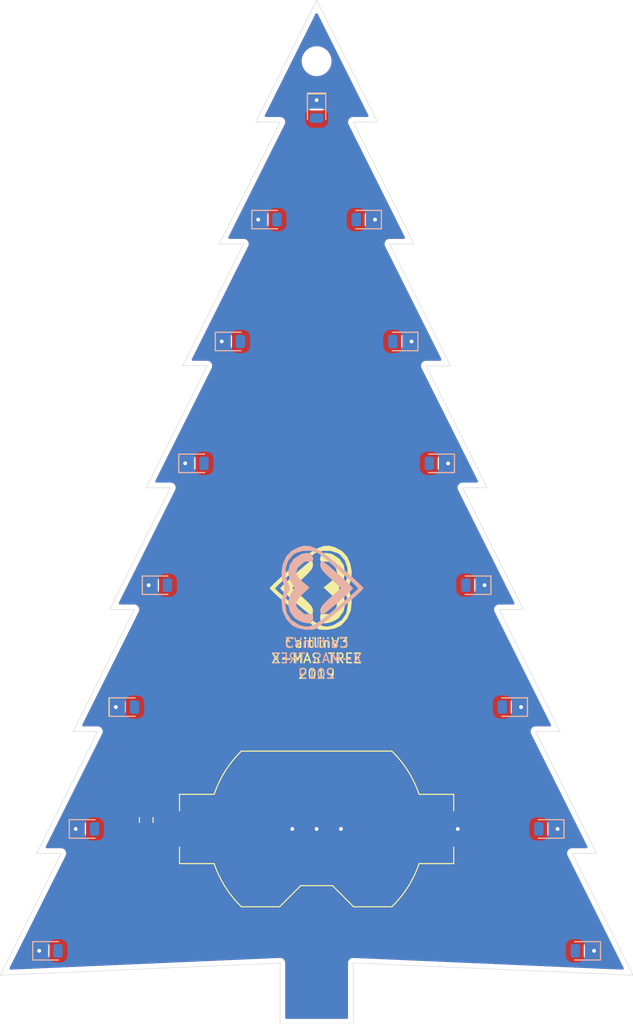
<source format=kicad_pcb>
(kicad_pcb (version 20171130) (host pcbnew 5.1.5-52549c5~84~ubuntu19.10.1)

  (general
    (thickness 1.6)
    (drawings 37)
    (tracks 20)
    (zones 0)
    (modules 35)
    (nets 4)
  )

  (page A4)
  (title_block
    (title "CaitlinV3 X-MAS TREE")
    (date 2019-12-12)
  )

  (layers
    (0 F.Cu signal)
    (31 B.Cu signal)
    (32 B.Adhes user)
    (33 F.Adhes user)
    (34 B.Paste user)
    (35 F.Paste user)
    (36 B.SilkS user)
    (37 F.SilkS user)
    (38 B.Mask user)
    (39 F.Mask user)
    (40 Dwgs.User user)
    (41 Cmts.User user)
    (42 Eco1.User user)
    (43 Eco2.User user)
    (44 Edge.Cuts user)
    (45 Margin user)
    (46 B.CrtYd user)
    (47 F.CrtYd user)
    (48 B.Fab user)
    (49 F.Fab user)
  )

  (setup
    (last_trace_width 0.25)
    (trace_clearance 0.2)
    (zone_clearance 0.508)
    (zone_45_only no)
    (trace_min 0.2)
    (via_size 0.8)
    (via_drill 0.4)
    (via_min_size 0.4)
    (via_min_drill 0.3)
    (uvia_size 0.3)
    (uvia_drill 0.1)
    (uvias_allowed no)
    (uvia_min_size 0.2)
    (uvia_min_drill 0.1)
    (edge_width 0.05)
    (segment_width 0.2)
    (pcb_text_width 0.3)
    (pcb_text_size 1.5 1.5)
    (mod_edge_width 0.12)
    (mod_text_size 1 1)
    (mod_text_width 0.15)
    (pad_size 1.524 1.524)
    (pad_drill 0.762)
    (pad_to_mask_clearance 0.051)
    (solder_mask_min_width 0.25)
    (aux_axis_origin 0 0)
    (visible_elements FFFFFF7F)
    (pcbplotparams
      (layerselection 0x010fc_ffffffff)
      (usegerberextensions false)
      (usegerberattributes false)
      (usegerberadvancedattributes false)
      (creategerberjobfile false)
      (excludeedgelayer true)
      (linewidth 0.100000)
      (plotframeref false)
      (viasonmask false)
      (mode 1)
      (useauxorigin false)
      (hpglpennumber 1)
      (hpglpenspeed 20)
      (hpglpendiameter 15.000000)
      (psnegative false)
      (psa4output false)
      (plotreference true)
      (plotvalue true)
      (plotinvisibletext false)
      (padsonsilk false)
      (subtractmaskfromsilk false)
      (outputformat 1)
      (mirror false)
      (drillshape 1)
      (scaleselection 1)
      (outputdirectory ""))
  )

  (net 0 "")
  (net 1 "Net-(BT1-Pad1)")
  (net 2 "Net-(BT1-Pad2)")
  (net 3 "Net-(D1-Pad2)")

  (net_class Default "This is the default net class."
    (clearance 0.2)
    (trace_width 0.25)
    (via_dia 0.8)
    (via_drill 0.4)
    (uvia_dia 0.3)
    (uvia_drill 0.1)
    (add_net "Net-(BT1-Pad1)")
    (add_net "Net-(BT1-Pad2)")
    (add_net "Net-(D1-Pad2)")
  )

  (module LED_SMD:LED_0805_2012Metric (layer B.Cu) (tedit 5B36C52C) (tstamp 5DF35FE0)
    (at 147.32 48.26)
    (descr "LED SMD 0805 (2012 Metric), square (rectangular) end terminal, IPC_7351 nominal, (Body size source: https://docs.google.com/spreadsheets/d/1BsfQQcO9C6DZCsRaXUlFlo91Tg2WpOkGARC1WS5S8t0/edit?usp=sharing), generated with kicad-footprint-generator")
    (tags diode)
    (path /5DF8C9E3)
    (attr smd)
    (fp_text reference D17 (at 0 1.65) (layer B.SilkS) hide
      (effects (font (size 1 1) (thickness 0.15)) (justify mirror))
    )
    (fp_text value LED (at 0 -1.65) (layer B.Fab)
      (effects (font (size 1 1) (thickness 0.15)) (justify mirror))
    )
    (fp_text user %R (at 0 0) (layer B.Fab)
      (effects (font (size 0.5 0.5) (thickness 0.08)) (justify mirror))
    )
    (fp_line (start 1.68 -0.95) (end -1.68 -0.95) (layer B.CrtYd) (width 0.05))
    (fp_line (start 1.68 0.95) (end 1.68 -0.95) (layer B.CrtYd) (width 0.05))
    (fp_line (start -1.68 0.95) (end 1.68 0.95) (layer B.CrtYd) (width 0.05))
    (fp_line (start -1.68 -0.95) (end -1.68 0.95) (layer B.CrtYd) (width 0.05))
    (fp_line (start -1.685 -0.96) (end 1 -0.96) (layer B.SilkS) (width 0.12))
    (fp_line (start -1.685 0.96) (end -1.685 -0.96) (layer B.SilkS) (width 0.12))
    (fp_line (start 1 0.96) (end -1.685 0.96) (layer B.SilkS) (width 0.12))
    (fp_line (start 1 -0.6) (end 1 0.6) (layer B.Fab) (width 0.1))
    (fp_line (start -1 -0.6) (end 1 -0.6) (layer B.Fab) (width 0.1))
    (fp_line (start -1 0.3) (end -1 -0.6) (layer B.Fab) (width 0.1))
    (fp_line (start -0.7 0.6) (end -1 0.3) (layer B.Fab) (width 0.1))
    (fp_line (start 1 0.6) (end -0.7 0.6) (layer B.Fab) (width 0.1))
    (pad 2 smd roundrect (at 0.9375 0) (size 0.975 1.4) (layers B.Cu B.Paste B.Mask) (roundrect_rratio 0.25)
      (net 3 "Net-(D1-Pad2)"))
    (pad 1 smd roundrect (at -0.9375 0) (size 0.975 1.4) (layers B.Cu B.Paste B.Mask) (roundrect_rratio 0.25)
      (net 2 "Net-(BT1-Pad2)"))
    (model ${KISYS3DMOD}/LED_SMD.3dshapes/LED_0805_2012Metric.wrl
      (at (xyz 0 0 0))
      (scale (xyz 1 1 1))
      (rotate (xyz 0 0 0))
    )
  )

  (module LED_SMD:LED_0805_2012Metric (layer B.Cu) (tedit 5B36C52C) (tstamp 5DF35B9E)
    (at 180.34 124.46 180)
    (descr "LED SMD 0805 (2012 Metric), square (rectangular) end terminal, IPC_7351 nominal, (Body size source: https://docs.google.com/spreadsheets/d/1BsfQQcO9C6DZCsRaXUlFlo91Tg2WpOkGARC1WS5S8t0/edit?usp=sharing), generated with kicad-footprint-generator")
    (tags diode)
    (path /5DF8CA71)
    (attr smd)
    (fp_text reference D30 (at 0 1.65) (layer B.SilkS) hide
      (effects (font (size 1 1) (thickness 0.15)) (justify mirror))
    )
    (fp_text value LED (at 0 -1.65) (layer B.Fab)
      (effects (font (size 1 1) (thickness 0.15)) (justify mirror))
    )
    (fp_text user %R (at 0 0) (layer B.Fab)
      (effects (font (size 0.5 0.5) (thickness 0.08)) (justify mirror))
    )
    (fp_line (start 1.68 -0.95) (end -1.68 -0.95) (layer B.CrtYd) (width 0.05))
    (fp_line (start 1.68 0.95) (end 1.68 -0.95) (layer B.CrtYd) (width 0.05))
    (fp_line (start -1.68 0.95) (end 1.68 0.95) (layer B.CrtYd) (width 0.05))
    (fp_line (start -1.68 -0.95) (end -1.68 0.95) (layer B.CrtYd) (width 0.05))
    (fp_line (start -1.685 -0.96) (end 1 -0.96) (layer B.SilkS) (width 0.12))
    (fp_line (start -1.685 0.96) (end -1.685 -0.96) (layer B.SilkS) (width 0.12))
    (fp_line (start 1 0.96) (end -1.685 0.96) (layer B.SilkS) (width 0.12))
    (fp_line (start 1 -0.6) (end 1 0.6) (layer B.Fab) (width 0.1))
    (fp_line (start -1 -0.6) (end 1 -0.6) (layer B.Fab) (width 0.1))
    (fp_line (start -1 0.3) (end -1 -0.6) (layer B.Fab) (width 0.1))
    (fp_line (start -0.7 0.6) (end -1 0.3) (layer B.Fab) (width 0.1))
    (fp_line (start 1 0.6) (end -0.7 0.6) (layer B.Fab) (width 0.1))
    (pad 2 smd roundrect (at 0.9375 0 180) (size 0.975 1.4) (layers B.Cu B.Paste B.Mask) (roundrect_rratio 0.25)
      (net 3 "Net-(D1-Pad2)"))
    (pad 1 smd roundrect (at -0.9375 0 180) (size 0.975 1.4) (layers B.Cu B.Paste B.Mask) (roundrect_rratio 0.25)
      (net 2 "Net-(BT1-Pad2)"))
    (model ${KISYS3DMOD}/LED_SMD.3dshapes/LED_0805_2012Metric.wrl
      (at (xyz 0 0 0))
      (scale (xyz 1 1 1))
      (rotate (xyz 0 0 0))
    )
  )

  (module LED_SMD:LED_0805_2012Metric (layer B.Cu) (tedit 5B36C52C) (tstamp 5DF35B8B)
    (at 124.46 124.46)
    (descr "LED SMD 0805 (2012 Metric), square (rectangular) end terminal, IPC_7351 nominal, (Body size source: https://docs.google.com/spreadsheets/d/1BsfQQcO9C6DZCsRaXUlFlo91Tg2WpOkGARC1WS5S8t0/edit?usp=sharing), generated with kicad-footprint-generator")
    (tags diode)
    (path /5DF8CA6B)
    (attr smd)
    (fp_text reference D29 (at 0 1.65) (layer B.SilkS) hide
      (effects (font (size 1 1) (thickness 0.15)) (justify mirror))
    )
    (fp_text value LED (at 0 -1.65) (layer B.Fab)
      (effects (font (size 1 1) (thickness 0.15)) (justify mirror))
    )
    (fp_text user %R (at 0 0) (layer B.Fab)
      (effects (font (size 0.5 0.5) (thickness 0.08)) (justify mirror))
    )
    (fp_line (start 1.68 -0.95) (end -1.68 -0.95) (layer B.CrtYd) (width 0.05))
    (fp_line (start 1.68 0.95) (end 1.68 -0.95) (layer B.CrtYd) (width 0.05))
    (fp_line (start -1.68 0.95) (end 1.68 0.95) (layer B.CrtYd) (width 0.05))
    (fp_line (start -1.68 -0.95) (end -1.68 0.95) (layer B.CrtYd) (width 0.05))
    (fp_line (start -1.685 -0.96) (end 1 -0.96) (layer B.SilkS) (width 0.12))
    (fp_line (start -1.685 0.96) (end -1.685 -0.96) (layer B.SilkS) (width 0.12))
    (fp_line (start 1 0.96) (end -1.685 0.96) (layer B.SilkS) (width 0.12))
    (fp_line (start 1 -0.6) (end 1 0.6) (layer B.Fab) (width 0.1))
    (fp_line (start -1 -0.6) (end 1 -0.6) (layer B.Fab) (width 0.1))
    (fp_line (start -1 0.3) (end -1 -0.6) (layer B.Fab) (width 0.1))
    (fp_line (start -0.7 0.6) (end -1 0.3) (layer B.Fab) (width 0.1))
    (fp_line (start 1 0.6) (end -0.7 0.6) (layer B.Fab) (width 0.1))
    (pad 2 smd roundrect (at 0.9375 0) (size 0.975 1.4) (layers B.Cu B.Paste B.Mask) (roundrect_rratio 0.25)
      (net 3 "Net-(D1-Pad2)"))
    (pad 1 smd roundrect (at -0.9375 0) (size 0.975 1.4) (layers B.Cu B.Paste B.Mask) (roundrect_rratio 0.25)
      (net 2 "Net-(BT1-Pad2)"))
    (model ${KISYS3DMOD}/LED_SMD.3dshapes/LED_0805_2012Metric.wrl
      (at (xyz 0 0 0))
      (scale (xyz 1 1 1))
      (rotate (xyz 0 0 0))
    )
  )

  (module LED_SMD:LED_0805_2012Metric (layer B.Cu) (tedit 5B36C52C) (tstamp 5DF35B78)
    (at 176.53 111.76 180)
    (descr "LED SMD 0805 (2012 Metric), square (rectangular) end terminal, IPC_7351 nominal, (Body size source: https://docs.google.com/spreadsheets/d/1BsfQQcO9C6DZCsRaXUlFlo91Tg2WpOkGARC1WS5S8t0/edit?usp=sharing), generated with kicad-footprint-generator")
    (tags diode)
    (path /5DF8CA65)
    (attr smd)
    (fp_text reference D28 (at 0 1.65) (layer B.SilkS) hide
      (effects (font (size 1 1) (thickness 0.15)) (justify mirror))
    )
    (fp_text value LED (at 0 -1.65) (layer B.Fab)
      (effects (font (size 1 1) (thickness 0.15)) (justify mirror))
    )
    (fp_text user %R (at 0 0) (layer B.Fab)
      (effects (font (size 0.5 0.5) (thickness 0.08)) (justify mirror))
    )
    (fp_line (start 1.68 -0.95) (end -1.68 -0.95) (layer B.CrtYd) (width 0.05))
    (fp_line (start 1.68 0.95) (end 1.68 -0.95) (layer B.CrtYd) (width 0.05))
    (fp_line (start -1.68 0.95) (end 1.68 0.95) (layer B.CrtYd) (width 0.05))
    (fp_line (start -1.68 -0.95) (end -1.68 0.95) (layer B.CrtYd) (width 0.05))
    (fp_line (start -1.685 -0.96) (end 1 -0.96) (layer B.SilkS) (width 0.12))
    (fp_line (start -1.685 0.96) (end -1.685 -0.96) (layer B.SilkS) (width 0.12))
    (fp_line (start 1 0.96) (end -1.685 0.96) (layer B.SilkS) (width 0.12))
    (fp_line (start 1 -0.6) (end 1 0.6) (layer B.Fab) (width 0.1))
    (fp_line (start -1 -0.6) (end 1 -0.6) (layer B.Fab) (width 0.1))
    (fp_line (start -1 0.3) (end -1 -0.6) (layer B.Fab) (width 0.1))
    (fp_line (start -0.7 0.6) (end -1 0.3) (layer B.Fab) (width 0.1))
    (fp_line (start 1 0.6) (end -0.7 0.6) (layer B.Fab) (width 0.1))
    (pad 2 smd roundrect (at 0.9375 0 180) (size 0.975 1.4) (layers B.Cu B.Paste B.Mask) (roundrect_rratio 0.25)
      (net 3 "Net-(D1-Pad2)"))
    (pad 1 smd roundrect (at -0.9375 0 180) (size 0.975 1.4) (layers B.Cu B.Paste B.Mask) (roundrect_rratio 0.25)
      (net 2 "Net-(BT1-Pad2)"))
    (model ${KISYS3DMOD}/LED_SMD.3dshapes/LED_0805_2012Metric.wrl
      (at (xyz 0 0 0))
      (scale (xyz 1 1 1))
      (rotate (xyz 0 0 0))
    )
  )

  (module LED_SMD:LED_0805_2012Metric (layer B.Cu) (tedit 5B36C52C) (tstamp 5DF373E6)
    (at 128.27 111.76)
    (descr "LED SMD 0805 (2012 Metric), square (rectangular) end terminal, IPC_7351 nominal, (Body size source: https://docs.google.com/spreadsheets/d/1BsfQQcO9C6DZCsRaXUlFlo91Tg2WpOkGARC1WS5S8t0/edit?usp=sharing), generated with kicad-footprint-generator")
    (tags diode)
    (path /5DF8CA1F)
    (attr smd)
    (fp_text reference D27 (at 0 1.65) (layer B.SilkS) hide
      (effects (font (size 1 1) (thickness 0.15)) (justify mirror))
    )
    (fp_text value LED (at 0 -1.65) (layer B.Fab)
      (effects (font (size 1 1) (thickness 0.15)) (justify mirror))
    )
    (fp_text user %R (at 0 0) (layer B.Fab)
      (effects (font (size 0.5 0.5) (thickness 0.08)) (justify mirror))
    )
    (fp_line (start 1.68 -0.95) (end -1.68 -0.95) (layer B.CrtYd) (width 0.05))
    (fp_line (start 1.68 0.95) (end 1.68 -0.95) (layer B.CrtYd) (width 0.05))
    (fp_line (start -1.68 0.95) (end 1.68 0.95) (layer B.CrtYd) (width 0.05))
    (fp_line (start -1.68 -0.95) (end -1.68 0.95) (layer B.CrtYd) (width 0.05))
    (fp_line (start -1.685 -0.96) (end 1 -0.96) (layer B.SilkS) (width 0.12))
    (fp_line (start -1.685 0.96) (end -1.685 -0.96) (layer B.SilkS) (width 0.12))
    (fp_line (start 1 0.96) (end -1.685 0.96) (layer B.SilkS) (width 0.12))
    (fp_line (start 1 -0.6) (end 1 0.6) (layer B.Fab) (width 0.1))
    (fp_line (start -1 -0.6) (end 1 -0.6) (layer B.Fab) (width 0.1))
    (fp_line (start -1 0.3) (end -1 -0.6) (layer B.Fab) (width 0.1))
    (fp_line (start -0.7 0.6) (end -1 0.3) (layer B.Fab) (width 0.1))
    (fp_line (start 1 0.6) (end -0.7 0.6) (layer B.Fab) (width 0.1))
    (pad 2 smd roundrect (at 0.9375 0) (size 0.975 1.4) (layers B.Cu B.Paste B.Mask) (roundrect_rratio 0.25)
      (net 3 "Net-(D1-Pad2)"))
    (pad 1 smd roundrect (at -0.9375 0) (size 0.975 1.4) (layers B.Cu B.Paste B.Mask) (roundrect_rratio 0.25)
      (net 2 "Net-(BT1-Pad2)"))
    (model ${KISYS3DMOD}/LED_SMD.3dshapes/LED_0805_2012Metric.wrl
      (at (xyz 0 0 0))
      (scale (xyz 1 1 1))
      (rotate (xyz 0 0 0))
    )
  )

  (module LED_SMD:LED_0805_2012Metric (layer B.Cu) (tedit 5B36C52C) (tstamp 5DF37057)
    (at 172.72 99.06 180)
    (descr "LED SMD 0805 (2012 Metric), square (rectangular) end terminal, IPC_7351 nominal, (Body size source: https://docs.google.com/spreadsheets/d/1BsfQQcO9C6DZCsRaXUlFlo91Tg2WpOkGARC1WS5S8t0/edit?usp=sharing), generated with kicad-footprint-generator")
    (tags diode)
    (path /5DF8CA19)
    (attr smd)
    (fp_text reference D26 (at 0 1.65) (layer B.SilkS) hide
      (effects (font (size 1 1) (thickness 0.15)) (justify mirror))
    )
    (fp_text value LED (at 0 -1.65) (layer B.Fab)
      (effects (font (size 1 1) (thickness 0.15)) (justify mirror))
    )
    (fp_text user %R (at 0 0) (layer B.Fab)
      (effects (font (size 0.5 0.5) (thickness 0.08)) (justify mirror))
    )
    (fp_line (start 1.68 -0.95) (end -1.68 -0.95) (layer B.CrtYd) (width 0.05))
    (fp_line (start 1.68 0.95) (end 1.68 -0.95) (layer B.CrtYd) (width 0.05))
    (fp_line (start -1.68 0.95) (end 1.68 0.95) (layer B.CrtYd) (width 0.05))
    (fp_line (start -1.68 -0.95) (end -1.68 0.95) (layer B.CrtYd) (width 0.05))
    (fp_line (start -1.685 -0.96) (end 1 -0.96) (layer B.SilkS) (width 0.12))
    (fp_line (start -1.685 0.96) (end -1.685 -0.96) (layer B.SilkS) (width 0.12))
    (fp_line (start 1 0.96) (end -1.685 0.96) (layer B.SilkS) (width 0.12))
    (fp_line (start 1 -0.6) (end 1 0.6) (layer B.Fab) (width 0.1))
    (fp_line (start -1 -0.6) (end 1 -0.6) (layer B.Fab) (width 0.1))
    (fp_line (start -1 0.3) (end -1 -0.6) (layer B.Fab) (width 0.1))
    (fp_line (start -0.7 0.6) (end -1 0.3) (layer B.Fab) (width 0.1))
    (fp_line (start 1 0.6) (end -0.7 0.6) (layer B.Fab) (width 0.1))
    (pad 2 smd roundrect (at 0.9375 0 180) (size 0.975 1.4) (layers B.Cu B.Paste B.Mask) (roundrect_rratio 0.25)
      (net 3 "Net-(D1-Pad2)"))
    (pad 1 smd roundrect (at -0.9375 0 180) (size 0.975 1.4) (layers B.Cu B.Paste B.Mask) (roundrect_rratio 0.25)
      (net 2 "Net-(BT1-Pad2)"))
    (model ${KISYS3DMOD}/LED_SMD.3dshapes/LED_0805_2012Metric.wrl
      (at (xyz 0 0 0))
      (scale (xyz 1 1 1))
      (rotate (xyz 0 0 0))
    )
  )

  (module LED_SMD:LED_0805_2012Metric (layer B.Cu) (tedit 5B36C52C) (tstamp 5DF35B3F)
    (at 132.461 99.06)
    (descr "LED SMD 0805 (2012 Metric), square (rectangular) end terminal, IPC_7351 nominal, (Body size source: https://docs.google.com/spreadsheets/d/1BsfQQcO9C6DZCsRaXUlFlo91Tg2WpOkGARC1WS5S8t0/edit?usp=sharing), generated with kicad-footprint-generator")
    (tags diode)
    (path /5DF8CA13)
    (attr smd)
    (fp_text reference D25 (at 0 1.65) (layer B.SilkS) hide
      (effects (font (size 1 1) (thickness 0.15)) (justify mirror))
    )
    (fp_text value LED (at 0 -1.65) (layer B.Fab)
      (effects (font (size 1 1) (thickness 0.15)) (justify mirror))
    )
    (fp_text user %R (at 0 0) (layer B.Fab)
      (effects (font (size 0.5 0.5) (thickness 0.08)) (justify mirror))
    )
    (fp_line (start 1.68 -0.95) (end -1.68 -0.95) (layer B.CrtYd) (width 0.05))
    (fp_line (start 1.68 0.95) (end 1.68 -0.95) (layer B.CrtYd) (width 0.05))
    (fp_line (start -1.68 0.95) (end 1.68 0.95) (layer B.CrtYd) (width 0.05))
    (fp_line (start -1.68 -0.95) (end -1.68 0.95) (layer B.CrtYd) (width 0.05))
    (fp_line (start -1.685 -0.96) (end 1 -0.96) (layer B.SilkS) (width 0.12))
    (fp_line (start -1.685 0.96) (end -1.685 -0.96) (layer B.SilkS) (width 0.12))
    (fp_line (start 1 0.96) (end -1.685 0.96) (layer B.SilkS) (width 0.12))
    (fp_line (start 1 -0.6) (end 1 0.6) (layer B.Fab) (width 0.1))
    (fp_line (start -1 -0.6) (end 1 -0.6) (layer B.Fab) (width 0.1))
    (fp_line (start -1 0.3) (end -1 -0.6) (layer B.Fab) (width 0.1))
    (fp_line (start -0.7 0.6) (end -1 0.3) (layer B.Fab) (width 0.1))
    (fp_line (start 1 0.6) (end -0.7 0.6) (layer B.Fab) (width 0.1))
    (pad 2 smd roundrect (at 0.9375 0) (size 0.975 1.4) (layers B.Cu B.Paste B.Mask) (roundrect_rratio 0.25)
      (net 3 "Net-(D1-Pad2)"))
    (pad 1 smd roundrect (at -0.9375 0) (size 0.975 1.4) (layers B.Cu B.Paste B.Mask) (roundrect_rratio 0.25)
      (net 2 "Net-(BT1-Pad2)"))
    (model ${KISYS3DMOD}/LED_SMD.3dshapes/LED_0805_2012Metric.wrl
      (at (xyz 0 0 0))
      (scale (xyz 1 1 1))
      (rotate (xyz 0 0 0))
    )
  )

  (module LED_SMD:LED_0805_2012Metric (layer B.Cu) (tedit 5B36C52C) (tstamp 5DF35B2C)
    (at 168.91 86.36 180)
    (descr "LED SMD 0805 (2012 Metric), square (rectangular) end terminal, IPC_7351 nominal, (Body size source: https://docs.google.com/spreadsheets/d/1BsfQQcO9C6DZCsRaXUlFlo91Tg2WpOkGARC1WS5S8t0/edit?usp=sharing), generated with kicad-footprint-generator")
    (tags diode)
    (path /5DF8CA0D)
    (attr smd)
    (fp_text reference D24 (at 0 1.65) (layer B.SilkS) hide
      (effects (font (size 1 1) (thickness 0.15)) (justify mirror))
    )
    (fp_text value LED (at 0 -1.65) (layer B.Fab)
      (effects (font (size 1 1) (thickness 0.15)) (justify mirror))
    )
    (fp_text user %R (at 0 0) (layer B.Fab) hide
      (effects (font (size 0.5 0.5) (thickness 0.08)) (justify mirror))
    )
    (fp_line (start 1.68 -0.95) (end -1.68 -0.95) (layer B.CrtYd) (width 0.05))
    (fp_line (start 1.68 0.95) (end 1.68 -0.95) (layer B.CrtYd) (width 0.05))
    (fp_line (start -1.68 0.95) (end 1.68 0.95) (layer B.CrtYd) (width 0.05))
    (fp_line (start -1.68 -0.95) (end -1.68 0.95) (layer B.CrtYd) (width 0.05))
    (fp_line (start -1.685 -0.96) (end 1 -0.96) (layer B.SilkS) (width 0.12))
    (fp_line (start -1.685 0.96) (end -1.685 -0.96) (layer B.SilkS) (width 0.12))
    (fp_line (start 1 0.96) (end -1.685 0.96) (layer B.SilkS) (width 0.12))
    (fp_line (start 1 -0.6) (end 1 0.6) (layer B.Fab) (width 0.1))
    (fp_line (start -1 -0.6) (end 1 -0.6) (layer B.Fab) (width 0.1))
    (fp_line (start -1 0.3) (end -1 -0.6) (layer B.Fab) (width 0.1))
    (fp_line (start -0.7 0.6) (end -1 0.3) (layer B.Fab) (width 0.1))
    (fp_line (start 1 0.6) (end -0.7 0.6) (layer B.Fab) (width 0.1))
    (pad 2 smd roundrect (at 0.9375 0 180) (size 0.975 1.4) (layers B.Cu B.Paste B.Mask) (roundrect_rratio 0.25)
      (net 3 "Net-(D1-Pad2)"))
    (pad 1 smd roundrect (at -0.9375 0 180) (size 0.975 1.4) (layers B.Cu B.Paste B.Mask) (roundrect_rratio 0.25)
      (net 2 "Net-(BT1-Pad2)"))
    (model ${KISYS3DMOD}/LED_SMD.3dshapes/LED_0805_2012Metric.wrl
      (at (xyz 0 0 0))
      (scale (xyz 1 1 1))
      (rotate (xyz 0 0 0))
    )
  )

  (module LED_SMD:LED_0805_2012Metric (layer B.Cu) (tedit 5B36C52C) (tstamp 5DF35B19)
    (at 135.89 86.36)
    (descr "LED SMD 0805 (2012 Metric), square (rectangular) end terminal, IPC_7351 nominal, (Body size source: https://docs.google.com/spreadsheets/d/1BsfQQcO9C6DZCsRaXUlFlo91Tg2WpOkGARC1WS5S8t0/edit?usp=sharing), generated with kicad-footprint-generator")
    (tags diode)
    (path /5DF8CA07)
    (attr smd)
    (fp_text reference D23 (at 0 1.65) (layer B.SilkS) hide
      (effects (font (size 1 1) (thickness 0.15)) (justify mirror))
    )
    (fp_text value LED (at 0 -1.65) (layer B.Fab)
      (effects (font (size 1 1) (thickness 0.15)) (justify mirror))
    )
    (fp_text user %R (at 0 0) (layer B.Fab)
      (effects (font (size 0.5 0.5) (thickness 0.08)) (justify mirror))
    )
    (fp_line (start 1.68 -0.95) (end -1.68 -0.95) (layer B.CrtYd) (width 0.05))
    (fp_line (start 1.68 0.95) (end 1.68 -0.95) (layer B.CrtYd) (width 0.05))
    (fp_line (start -1.68 0.95) (end 1.68 0.95) (layer B.CrtYd) (width 0.05))
    (fp_line (start -1.68 -0.95) (end -1.68 0.95) (layer B.CrtYd) (width 0.05))
    (fp_line (start -1.685 -0.96) (end 1 -0.96) (layer B.SilkS) (width 0.12))
    (fp_line (start -1.685 0.96) (end -1.685 -0.96) (layer B.SilkS) (width 0.12))
    (fp_line (start 1 0.96) (end -1.685 0.96) (layer B.SilkS) (width 0.12))
    (fp_line (start 1 -0.6) (end 1 0.6) (layer B.Fab) (width 0.1))
    (fp_line (start -1 -0.6) (end 1 -0.6) (layer B.Fab) (width 0.1))
    (fp_line (start -1 0.3) (end -1 -0.6) (layer B.Fab) (width 0.1))
    (fp_line (start -0.7 0.6) (end -1 0.3) (layer B.Fab) (width 0.1))
    (fp_line (start 1 0.6) (end -0.7 0.6) (layer B.Fab) (width 0.1))
    (pad 2 smd roundrect (at 0.9375 0) (size 0.975 1.4) (layers B.Cu B.Paste B.Mask) (roundrect_rratio 0.25)
      (net 3 "Net-(D1-Pad2)"))
    (pad 1 smd roundrect (at -0.9375 0) (size 0.975 1.4) (layers B.Cu B.Paste B.Mask) (roundrect_rratio 0.25)
      (net 2 "Net-(BT1-Pad2)"))
    (model ${KISYS3DMOD}/LED_SMD.3dshapes/LED_0805_2012Metric.wrl
      (at (xyz 0 0 0))
      (scale (xyz 1 1 1))
      (rotate (xyz 0 0 0))
    )
  )

  (module LED_SMD:LED_0805_2012Metric (layer B.Cu) (tedit 5B36C52C) (tstamp 5DF3656D)
    (at 165.1 73.66 180)
    (descr "LED SMD 0805 (2012 Metric), square (rectangular) end terminal, IPC_7351 nominal, (Body size source: https://docs.google.com/spreadsheets/d/1BsfQQcO9C6DZCsRaXUlFlo91Tg2WpOkGARC1WS5S8t0/edit?usp=sharing), generated with kicad-footprint-generator")
    (tags diode)
    (path /5DF8CA01)
    (attr smd)
    (fp_text reference D22 (at 0 1.65) (layer B.SilkS) hide
      (effects (font (size 1 1) (thickness 0.15)) (justify mirror))
    )
    (fp_text value LED (at 0 -1.65) (layer B.Fab)
      (effects (font (size 1 1) (thickness 0.15)) (justify mirror))
    )
    (fp_text user %R (at 0 0) (layer B.Fab)
      (effects (font (size 0.5 0.5) (thickness 0.08)) (justify mirror))
    )
    (fp_line (start 1.68 -0.95) (end -1.68 -0.95) (layer B.CrtYd) (width 0.05))
    (fp_line (start 1.68 0.95) (end 1.68 -0.95) (layer B.CrtYd) (width 0.05))
    (fp_line (start -1.68 0.95) (end 1.68 0.95) (layer B.CrtYd) (width 0.05))
    (fp_line (start -1.68 -0.95) (end -1.68 0.95) (layer B.CrtYd) (width 0.05))
    (fp_line (start -1.685 -0.96) (end 1 -0.96) (layer B.SilkS) (width 0.12))
    (fp_line (start -1.685 0.96) (end -1.685 -0.96) (layer B.SilkS) (width 0.12))
    (fp_line (start 1 0.96) (end -1.685 0.96) (layer B.SilkS) (width 0.12))
    (fp_line (start 1 -0.6) (end 1 0.6) (layer B.Fab) (width 0.1))
    (fp_line (start -1 -0.6) (end 1 -0.6) (layer B.Fab) (width 0.1))
    (fp_line (start -1 0.3) (end -1 -0.6) (layer B.Fab) (width 0.1))
    (fp_line (start -0.7 0.6) (end -1 0.3) (layer B.Fab) (width 0.1))
    (fp_line (start 1 0.6) (end -0.7 0.6) (layer B.Fab) (width 0.1))
    (pad 2 smd roundrect (at 0.9375 0 180) (size 0.975 1.4) (layers B.Cu B.Paste B.Mask) (roundrect_rratio 0.25)
      (net 3 "Net-(D1-Pad2)"))
    (pad 1 smd roundrect (at -0.9375 0 180) (size 0.975 1.4) (layers B.Cu B.Paste B.Mask) (roundrect_rratio 0.25)
      (net 2 "Net-(BT1-Pad2)"))
    (model ${KISYS3DMOD}/LED_SMD.3dshapes/LED_0805_2012Metric.wrl
      (at (xyz 0 0 0))
      (scale (xyz 1 1 1))
      (rotate (xyz 0 0 0))
    )
  )

  (module LED_SMD:LED_0805_2012Metric (layer B.Cu) (tedit 5B36C52C) (tstamp 5DF35AF3)
    (at 139.7 73.66)
    (descr "LED SMD 0805 (2012 Metric), square (rectangular) end terminal, IPC_7351 nominal, (Body size source: https://docs.google.com/spreadsheets/d/1BsfQQcO9C6DZCsRaXUlFlo91Tg2WpOkGARC1WS5S8t0/edit?usp=sharing), generated with kicad-footprint-generator")
    (tags diode)
    (path /5DF8C9FB)
    (attr smd)
    (fp_text reference D21 (at 0 1.65) (layer B.SilkS) hide
      (effects (font (size 1 1) (thickness 0.15)) (justify mirror))
    )
    (fp_text value LED (at 0 -1.65) (layer B.Fab)
      (effects (font (size 1 1) (thickness 0.15)) (justify mirror))
    )
    (fp_text user %R (at 0 0) (layer B.Fab)
      (effects (font (size 0.5 0.5) (thickness 0.08)) (justify mirror))
    )
    (fp_line (start 1.68 -0.95) (end -1.68 -0.95) (layer B.CrtYd) (width 0.05))
    (fp_line (start 1.68 0.95) (end 1.68 -0.95) (layer B.CrtYd) (width 0.05))
    (fp_line (start -1.68 0.95) (end 1.68 0.95) (layer B.CrtYd) (width 0.05))
    (fp_line (start -1.68 -0.95) (end -1.68 0.95) (layer B.CrtYd) (width 0.05))
    (fp_line (start -1.685 -0.96) (end 1 -0.96) (layer B.SilkS) (width 0.12))
    (fp_line (start -1.685 0.96) (end -1.685 -0.96) (layer B.SilkS) (width 0.12))
    (fp_line (start 1 0.96) (end -1.685 0.96) (layer B.SilkS) (width 0.12))
    (fp_line (start 1 -0.6) (end 1 0.6) (layer B.Fab) (width 0.1))
    (fp_line (start -1 -0.6) (end 1 -0.6) (layer B.Fab) (width 0.1))
    (fp_line (start -1 0.3) (end -1 -0.6) (layer B.Fab) (width 0.1))
    (fp_line (start -0.7 0.6) (end -1 0.3) (layer B.Fab) (width 0.1))
    (fp_line (start 1 0.6) (end -0.7 0.6) (layer B.Fab) (width 0.1))
    (pad 2 smd roundrect (at 0.9375 0) (size 0.975 1.4) (layers B.Cu B.Paste B.Mask) (roundrect_rratio 0.25)
      (net 3 "Net-(D1-Pad2)"))
    (pad 1 smd roundrect (at -0.9375 0) (size 0.975 1.4) (layers B.Cu B.Paste B.Mask) (roundrect_rratio 0.25)
      (net 2 "Net-(BT1-Pad2)"))
    (model ${KISYS3DMOD}/LED_SMD.3dshapes/LED_0805_2012Metric.wrl
      (at (xyz 0 0 0))
      (scale (xyz 1 1 1))
      (rotate (xyz 0 0 0))
    )
  )

  (module LED_SMD:LED_0805_2012Metric (layer B.Cu) (tedit 5B36C52C) (tstamp 5DF35AE0)
    (at 161.29 60.96 180)
    (descr "LED SMD 0805 (2012 Metric), square (rectangular) end terminal, IPC_7351 nominal, (Body size source: https://docs.google.com/spreadsheets/d/1BsfQQcO9C6DZCsRaXUlFlo91Tg2WpOkGARC1WS5S8t0/edit?usp=sharing), generated with kicad-footprint-generator")
    (tags diode)
    (path /5DF8C9F5)
    (attr smd)
    (fp_text reference D20 (at 0 1.65) (layer B.SilkS) hide
      (effects (font (size 1 1) (thickness 0.15)) (justify mirror))
    )
    (fp_text value LED (at 0 -1.65) (layer B.Fab)
      (effects (font (size 1 1) (thickness 0.15)) (justify mirror))
    )
    (fp_text user %R (at 0 0) (layer B.Fab)
      (effects (font (size 0.5 0.5) (thickness 0.08)) (justify mirror))
    )
    (fp_line (start 1.68 -0.95) (end -1.68 -0.95) (layer B.CrtYd) (width 0.05))
    (fp_line (start 1.68 0.95) (end 1.68 -0.95) (layer B.CrtYd) (width 0.05))
    (fp_line (start -1.68 0.95) (end 1.68 0.95) (layer B.CrtYd) (width 0.05))
    (fp_line (start -1.68 -0.95) (end -1.68 0.95) (layer B.CrtYd) (width 0.05))
    (fp_line (start -1.685 -0.96) (end 1 -0.96) (layer B.SilkS) (width 0.12))
    (fp_line (start -1.685 0.96) (end -1.685 -0.96) (layer B.SilkS) (width 0.12))
    (fp_line (start 1 0.96) (end -1.685 0.96) (layer B.SilkS) (width 0.12))
    (fp_line (start 1 -0.6) (end 1 0.6) (layer B.Fab) (width 0.1))
    (fp_line (start -1 -0.6) (end 1 -0.6) (layer B.Fab) (width 0.1))
    (fp_line (start -1 0.3) (end -1 -0.6) (layer B.Fab) (width 0.1))
    (fp_line (start -0.7 0.6) (end -1 0.3) (layer B.Fab) (width 0.1))
    (fp_line (start 1 0.6) (end -0.7 0.6) (layer B.Fab) (width 0.1))
    (pad 2 smd roundrect (at 0.9375 0 180) (size 0.975 1.4) (layers B.Cu B.Paste B.Mask) (roundrect_rratio 0.25)
      (net 3 "Net-(D1-Pad2)"))
    (pad 1 smd roundrect (at -0.9375 0 180) (size 0.975 1.4) (layers B.Cu B.Paste B.Mask) (roundrect_rratio 0.25)
      (net 2 "Net-(BT1-Pad2)"))
    (model ${KISYS3DMOD}/LED_SMD.3dshapes/LED_0805_2012Metric.wrl
      (at (xyz 0 0 0))
      (scale (xyz 1 1 1))
      (rotate (xyz 0 0 0))
    )
  )

  (module LED_SMD:LED_0805_2012Metric (layer B.Cu) (tedit 5B36C52C) (tstamp 5DF363E0)
    (at 143.51 60.96)
    (descr "LED SMD 0805 (2012 Metric), square (rectangular) end terminal, IPC_7351 nominal, (Body size source: https://docs.google.com/spreadsheets/d/1BsfQQcO9C6DZCsRaXUlFlo91Tg2WpOkGARC1WS5S8t0/edit?usp=sharing), generated with kicad-footprint-generator")
    (tags diode)
    (path /5DF8C9EF)
    (attr smd)
    (fp_text reference D19 (at 0 1.65) (layer B.SilkS) hide
      (effects (font (size 1 1) (thickness 0.15)) (justify mirror))
    )
    (fp_text value LED (at 0 -1.65) (layer B.Fab)
      (effects (font (size 1 1) (thickness 0.15)) (justify mirror))
    )
    (fp_text user %R (at 0 0) (layer B.Fab)
      (effects (font (size 0.5 0.5) (thickness 0.08)) (justify mirror))
    )
    (fp_line (start 1.68 -0.95) (end -1.68 -0.95) (layer B.CrtYd) (width 0.05))
    (fp_line (start 1.68 0.95) (end 1.68 -0.95) (layer B.CrtYd) (width 0.05))
    (fp_line (start -1.68 0.95) (end 1.68 0.95) (layer B.CrtYd) (width 0.05))
    (fp_line (start -1.68 -0.95) (end -1.68 0.95) (layer B.CrtYd) (width 0.05))
    (fp_line (start -1.685 -0.96) (end 1 -0.96) (layer B.SilkS) (width 0.12))
    (fp_line (start -1.685 0.96) (end -1.685 -0.96) (layer B.SilkS) (width 0.12))
    (fp_line (start 1 0.96) (end -1.685 0.96) (layer B.SilkS) (width 0.12))
    (fp_line (start 1 -0.6) (end 1 0.6) (layer B.Fab) (width 0.1))
    (fp_line (start -1 -0.6) (end 1 -0.6) (layer B.Fab) (width 0.1))
    (fp_line (start -1 0.3) (end -1 -0.6) (layer B.Fab) (width 0.1))
    (fp_line (start -0.7 0.6) (end -1 0.3) (layer B.Fab) (width 0.1))
    (fp_line (start 1 0.6) (end -0.7 0.6) (layer B.Fab) (width 0.1))
    (pad 2 smd roundrect (at 0.9375 0) (size 0.975 1.4) (layers B.Cu B.Paste B.Mask) (roundrect_rratio 0.25)
      (net 3 "Net-(D1-Pad2)"))
    (pad 1 smd roundrect (at -0.9375 0) (size 0.975 1.4) (layers B.Cu B.Paste B.Mask) (roundrect_rratio 0.25)
      (net 2 "Net-(BT1-Pad2)"))
    (model ${KISYS3DMOD}/LED_SMD.3dshapes/LED_0805_2012Metric.wrl
      (at (xyz 0 0 0))
      (scale (xyz 1 1 1))
      (rotate (xyz 0 0 0))
    )
  )

  (module LED_SMD:LED_0805_2012Metric (layer B.Cu) (tedit 5B36C52C) (tstamp 5DF35ABA)
    (at 157.48 48.26 180)
    (descr "LED SMD 0805 (2012 Metric), square (rectangular) end terminal, IPC_7351 nominal, (Body size source: https://docs.google.com/spreadsheets/d/1BsfQQcO9C6DZCsRaXUlFlo91Tg2WpOkGARC1WS5S8t0/edit?usp=sharing), generated with kicad-footprint-generator")
    (tags diode)
    (path /5DF8C9E9)
    (attr smd)
    (fp_text reference D18 (at 0 1.65) (layer B.SilkS) hide
      (effects (font (size 1 1) (thickness 0.15)) (justify mirror))
    )
    (fp_text value LED (at 0 -1.65) (layer B.Fab)
      (effects (font (size 1 1) (thickness 0.15)) (justify mirror))
    )
    (fp_text user %R (at 0 0) (layer B.Fab)
      (effects (font (size 0.5 0.5) (thickness 0.08)) (justify mirror))
    )
    (fp_line (start 1.68 -0.95) (end -1.68 -0.95) (layer B.CrtYd) (width 0.05))
    (fp_line (start 1.68 0.95) (end 1.68 -0.95) (layer B.CrtYd) (width 0.05))
    (fp_line (start -1.68 0.95) (end 1.68 0.95) (layer B.CrtYd) (width 0.05))
    (fp_line (start -1.68 -0.95) (end -1.68 0.95) (layer B.CrtYd) (width 0.05))
    (fp_line (start -1.685 -0.96) (end 1 -0.96) (layer B.SilkS) (width 0.12))
    (fp_line (start -1.685 0.96) (end -1.685 -0.96) (layer B.SilkS) (width 0.12))
    (fp_line (start 1 0.96) (end -1.685 0.96) (layer B.SilkS) (width 0.12))
    (fp_line (start 1 -0.6) (end 1 0.6) (layer B.Fab) (width 0.1))
    (fp_line (start -1 -0.6) (end 1 -0.6) (layer B.Fab) (width 0.1))
    (fp_line (start -1 0.3) (end -1 -0.6) (layer B.Fab) (width 0.1))
    (fp_line (start -0.7 0.6) (end -1 0.3) (layer B.Fab) (width 0.1))
    (fp_line (start 1 0.6) (end -0.7 0.6) (layer B.Fab) (width 0.1))
    (pad 2 smd roundrect (at 0.9375 0 180) (size 0.975 1.4) (layers B.Cu B.Paste B.Mask) (roundrect_rratio 0.25)
      (net 3 "Net-(D1-Pad2)"))
    (pad 1 smd roundrect (at -0.9375 0 180) (size 0.975 1.4) (layers B.Cu B.Paste B.Mask) (roundrect_rratio 0.25)
      (net 2 "Net-(BT1-Pad2)"))
    (model ${KISYS3DMOD}/LED_SMD.3dshapes/LED_0805_2012Metric.wrl
      (at (xyz 0 0 0))
      (scale (xyz 1 1 1))
      (rotate (xyz 0 0 0))
    )
  )

  (module LED_SMD:LED_0805_2012Metric (layer B.Cu) (tedit 5B36C52C) (tstamp 5DF35A94)
    (at 152.4 36.7515 270)
    (descr "LED SMD 0805 (2012 Metric), square (rectangular) end terminal, IPC_7351 nominal, (Body size source: https://docs.google.com/spreadsheets/d/1BsfQQcO9C6DZCsRaXUlFlo91Tg2WpOkGARC1WS5S8t0/edit?usp=sharing), generated with kicad-footprint-generator")
    (tags diode)
    (path /5DF8C9D9)
    (attr smd)
    (fp_text reference D16 (at 0 1.65 90) (layer B.SilkS) hide
      (effects (font (size 1 1) (thickness 0.15)) (justify mirror))
    )
    (fp_text value LED (at 0 -1.65 90) (layer B.Fab)
      (effects (font (size 1 1) (thickness 0.15)) (justify mirror))
    )
    (fp_text user %R (at 0 0 90) (layer B.Fab)
      (effects (font (size 0.5 0.5) (thickness 0.08)) (justify mirror))
    )
    (fp_line (start 1.68 -0.95) (end -1.68 -0.95) (layer B.CrtYd) (width 0.05))
    (fp_line (start 1.68 0.95) (end 1.68 -0.95) (layer B.CrtYd) (width 0.05))
    (fp_line (start -1.68 0.95) (end 1.68 0.95) (layer B.CrtYd) (width 0.05))
    (fp_line (start -1.68 -0.95) (end -1.68 0.95) (layer B.CrtYd) (width 0.05))
    (fp_line (start -1.685 -0.96) (end 1 -0.96) (layer B.SilkS) (width 0.12))
    (fp_line (start -1.685 0.96) (end -1.685 -0.96) (layer B.SilkS) (width 0.12))
    (fp_line (start 1 0.96) (end -1.685 0.96) (layer B.SilkS) (width 0.12))
    (fp_line (start 1 -0.6) (end 1 0.6) (layer B.Fab) (width 0.1))
    (fp_line (start -1 -0.6) (end 1 -0.6) (layer B.Fab) (width 0.1))
    (fp_line (start -1 0.3) (end -1 -0.6) (layer B.Fab) (width 0.1))
    (fp_line (start -0.7 0.6) (end -1 0.3) (layer B.Fab) (width 0.1))
    (fp_line (start 1 0.6) (end -0.7 0.6) (layer B.Fab) (width 0.1))
    (pad 2 smd roundrect (at 0.9375 0 270) (size 0.975 1.4) (layers B.Cu B.Paste B.Mask) (roundrect_rratio 0.25)
      (net 3 "Net-(D1-Pad2)"))
    (pad 1 smd roundrect (at -0.9375 0 270) (size 0.975 1.4) (layers B.Cu B.Paste B.Mask) (roundrect_rratio 0.25)
      (net 2 "Net-(BT1-Pad2)"))
    (model ${KISYS3DMOD}/LED_SMD.3dshapes/LED_0805_2012Metric.wrl
      (at (xyz 0 0 0))
      (scale (xyz 1 1 1))
      (rotate (xyz 0 0 0))
    )
  )

  (module Battery:BatteryHolder_Keystone_1058_1x2032 (layer F.Cu) (tedit 589EE147) (tstamp 5DF27012)
    (at 152.4 111.76)
    (descr http://www.keyelco.com/product-pdf.cfm?p=14028)
    (tags "Keystone type 1058 coin cell retainer")
    (path /5DF23DD5)
    (attr smd)
    (fp_text reference BT1 (at 0 7.62) (layer F.SilkS) hide
      (effects (font (size 1 1) (thickness 0.15)))
    )
    (fp_text value Battery_Cell (at 0 -9.398) (layer F.Fab)
      (effects (font (size 1 1) (thickness 0.15)))
    )
    (fp_circle (center 0 0) (end 10 0) (layer Dwgs.User) (width 0.15))
    (fp_arc (start 0 0) (end -10.61275 -3.5) (angle 27.4635) (layer F.Fab) (width 0.1))
    (fp_line (start -7.8026 -8) (end 7.8026 -8) (layer F.Fab) (width 0.1))
    (fp_line (start -3.9 8) (end -7.8026 8) (layer F.Fab) (width 0.1))
    (fp_line (start -14.2 -3.5) (end -14.2 -1.9) (layer F.Fab) (width 0.1))
    (fp_line (start -14.2 -3.5) (end -10.61275 -3.5) (layer F.Fab) (width 0.1))
    (fp_line (start -1.7 5.8) (end 1.7 5.8) (layer F.Fab) (width 0.1))
    (fp_line (start -1.7 5.8) (end -3.9 8) (layer F.Fab) (width 0.1))
    (fp_line (start 1.7 5.8) (end 3.9 8) (layer F.Fab) (width 0.1))
    (fp_line (start 3.9 8) (end 7.8026 8) (layer F.Fab) (width 0.1))
    (fp_line (start -14.2 3.5) (end -10.61275 3.5) (layer F.Fab) (width 0.1))
    (fp_line (start -14.2 1.9) (end -14.2 3.5) (layer F.Fab) (width 0.1))
    (fp_line (start 14.2 -3.5) (end 14.2 -1.9) (layer F.Fab) (width 0.1))
    (fp_line (start 10.61275 -3.5) (end 14.2 -3.5) (layer F.Fab) (width 0.1))
    (fp_line (start 14.2 3.5) (end 10.61275 3.5) (layer F.Fab) (width 0.1))
    (fp_line (start 14.2 1.9) (end 14.2 3.5) (layer F.Fab) (width 0.1))
    (fp_arc (start 0 0) (end 10.61275 3.5) (angle 27.4635) (layer F.Fab) (width 0.1))
    (fp_arc (start 0 0) (end 10.61275 -3.5) (angle -27.4635) (layer F.Fab) (width 0.1))
    (fp_arc (start 0 0) (end -10.61275 3.5) (angle -27.4635) (layer F.Fab) (width 0.1))
    (fp_line (start -14.31 -3.61) (end -10.692 -3.61) (layer F.SilkS) (width 0.12))
    (fp_line (start -14.31 -1.9) (end -14.31 -3.61) (layer F.SilkS) (width 0.12))
    (fp_line (start -7.8473 -8.11) (end 7.8473 -8.11) (layer F.SilkS) (width 0.12))
    (fp_line (start 14.31 -1.9) (end 14.31 -3.61) (layer F.SilkS) (width 0.12))
    (fp_line (start 10.692 -3.61) (end 14.31 -3.61) (layer F.SilkS) (width 0.12))
    (fp_line (start 14.31 3.61) (end 10.692 3.61) (layer F.SilkS) (width 0.12))
    (fp_line (start 14.31 1.9) (end 14.31 3.61) (layer F.SilkS) (width 0.12))
    (fp_line (start 7.8473 8.11) (end 3.86 8.11) (layer F.SilkS) (width 0.12))
    (fp_line (start 1.66 5.91) (end 3.86 8.11) (layer F.SilkS) (width 0.12))
    (fp_line (start 1.66 5.91) (end -1.66 5.91) (layer F.SilkS) (width 0.12))
    (fp_line (start -1.66 5.91) (end -3.86 8.11) (layer F.SilkS) (width 0.12))
    (fp_line (start -3.86 8.11) (end -7.8473 8.11) (layer F.SilkS) (width 0.12))
    (fp_line (start -10.692 3.61) (end -14.31 3.61) (layer F.SilkS) (width 0.12))
    (fp_line (start -14.31 1.9) (end -14.31 3.61) (layer F.SilkS) (width 0.12))
    (fp_arc (start 0 0) (end -10.692 -3.61) (angle 27.3) (layer F.SilkS) (width 0.12))
    (fp_arc (start 0 0) (end 10.692 3.61) (angle 27.3) (layer F.SilkS) (width 0.12))
    (fp_arc (start 0 0) (end 10.692 -3.61) (angle -27.3) (layer F.SilkS) (width 0.12))
    (fp_arc (start 0 0) (end -10.692 3.61) (angle -27.3) (layer F.SilkS) (width 0.12))
    (fp_line (start -16.45 4.11) (end -11.06 4.11) (layer F.CrtYd) (width 0.05))
    (fp_line (start -16.45 -4.11) (end -16.45 4.11) (layer F.CrtYd) (width 0.05))
    (fp_line (start -16.45 -4.11) (end -11.06 -4.11) (layer F.CrtYd) (width 0.05))
    (fp_line (start 16.45 -4.11) (end 11.06 -4.11) (layer F.CrtYd) (width 0.05))
    (fp_line (start 16.45 4.11) (end 16.45 -4.11) (layer F.CrtYd) (width 0.05))
    (fp_line (start 11.06 4.11) (end 16.45 4.11) (layer F.CrtYd) (width 0.05))
    (fp_arc (start 0 0) (end -11.06 -4.11) (angle 139.2) (layer F.CrtYd) (width 0.05))
    (fp_arc (start 0 0) (end 11.06 4.11) (angle 139.2) (layer F.CrtYd) (width 0.05))
    (fp_text user %R (at 0 0) (layer F.Fab)
      (effects (font (size 1 1) (thickness 0.15)))
    )
    (pad 2 smd rect (at 14.68 0) (size 2.54 3.51) (layers F.Cu F.Paste F.Mask)
      (net 2 "Net-(BT1-Pad2)"))
    (pad 1 smd rect (at -14.68 0) (size 2.54 3.51) (layers F.Cu F.Paste F.Mask)
      (net 1 "Net-(BT1-Pad1)"))
    (model ${KISYS3DMOD}/Battery.3dshapes/BatteryHolder_Keystone_1058_1x2032.wrl
      (at (xyz 0 0 0))
      (scale (xyz 1 1 1))
      (rotate (xyz 0 0 0))
    )
  )

  (module caitlinV3:caitlinV3 (layer B.Cu) (tedit 0) (tstamp 5DF30BB9)
    (at 152.4 86.36 180)
    (fp_text reference G*** (at 0 0) (layer B.SilkS) hide
      (effects (font (size 1.524 1.524) (thickness 0.3)) (justify mirror))
    )
    (fp_text value LOGO (at 0.75 0) (layer B.SilkS) hide
      (effects (font (size 1.524 1.524) (thickness 0.3)) (justify mirror))
    )
    (fp_poly (pts (xy -0.425559 2.428913) (xy -0.390068 2.228441) (xy -0.400359 1.932901) (xy -0.544324 1.630848)
      (xy -0.872185 1.249765) (xy -1.434164 0.717139) (xy -1.441152 0.710787) (xy -2.55574 -0.301998)
      (xy -1.442174 -1.284927) (xy -0.877552 -1.803795) (xy -0.548326 -2.174607) (xy -0.402761 -2.471166)
      (xy -0.389122 -2.767275) (xy -0.39109 -2.784349) (xy -0.425293 -2.994486) (xy -0.497335 -3.093704)
      (xy -0.654744 -3.057083) (xy -0.945048 -2.859703) (xy -1.415773 -2.476645) (xy -2.114446 -1.882988)
      (xy -2.12122 -1.877206) (xy -2.766402 -1.317493) (xy -3.297271 -0.83996) (xy -3.65963 -0.494568)
      (xy -3.79928 -0.33128) (xy -3.799434 -0.330152) (xy -3.674788 -0.170153) (xy -3.327156 0.176173)
      (xy -2.808885 0.658812) (xy -2.172318 1.227746) (xy -2.131786 1.263289) (xy -1.431965 1.873109)
      (xy -0.95792 2.268821) (xy -0.663163 2.476185) (xy -0.501205 2.520962) (xy -0.425559 2.428913)) (layer B.SilkS) (width 0.01))
    (fp_poly (pts (xy 1.458766 3.286002) (xy 1.696142 3.198154) (xy 2.386104 2.740084) (xy 2.818239 2.098778)
      (xy 2.968152 1.357338) (xy 2.811451 0.598864) (xy 2.577991 0.194013) (xy 2.330364 -0.238446)
      (xy 2.377704 -0.46539) (xy 2.378788 -0.466066) (xy 2.575159 -0.703929) (xy 2.802296 -1.13096)
      (xy 2.83959 -1.216992) (xy 2.98249 -1.997796) (xy 2.78479 -2.765812) (xy 2.288607 -3.427648)
      (xy 1.870854 -3.700224) (xy 1.347357 -3.893469) (xy 0.852267 -3.972992) (xy 0.519737 -3.904404)
      (xy 0.498928 -3.886427) (xy 0.391546 -3.612963) (xy 0.362857 -3.322733) (xy 0.413478 -3.022846)
      (xy 0.638403 -2.972725) (xy 0.826472 -3.012304) (xy 1.283514 -3.010091) (xy 1.728878 -2.716432)
      (xy 1.733615 -2.711992) (xy 2.085635 -2.259155) (xy 2.126559 -1.812595) (xy 1.84789 -1.317717)
      (xy 1.452873 -0.908476) (xy 0.728604 -0.239835) (xy 1.452873 0.342204) (xy 1.970955 0.853866)
      (xy 2.149359 1.31447) (xy 1.995951 1.777251) (xy 1.714441 2.112053) (xy 1.282394 2.43645)
      (xy 0.867651 2.476594) (xy 0.807298 2.463206) (xy 0.478068 2.431973) (xy 0.369331 2.632503)
      (xy 0.362857 2.796461) (xy 0.496976 3.204602) (xy 0.87463 3.371504) (xy 1.458766 3.286002)) (layer B.SilkS) (width 0.01))
    (fp_poly (pts (xy 1.914129 3.948203) (xy 2.527455 3.6203) (xy 2.66421 3.532594) (xy 3.160415 3.013553)
      (xy 3.503008 2.276723) (xy 3.663281 1.444996) (xy 3.612527 0.641263) (xy 3.447069 0.181291)
      (xy 3.326835 -0.235738) (xy 3.445895 -0.722555) (xy 3.453357 -0.740718) (xy 3.662824 -1.684083)
      (xy 3.560193 -2.64233) (xy 3.171554 -3.517967) (xy 2.524292 -4.212536) (xy 1.938054 -4.487591)
      (xy 1.176528 -4.636509) (xy 0.414212 -4.629672) (xy 0.242487 -4.599836) (xy 0.002223 -4.46427)
      (xy -0.446781 -4.139519) (xy -1.048961 -3.672033) (xy -1.748757 -3.10826) (xy -2.490606 -2.49465)
      (xy -3.218947 -1.877652) (xy -3.878218 -1.303715) (xy -4.412857 -0.819289) (xy -4.767302 -0.470823)
      (xy -4.868147 -0.336395) (xy -4.343585 -0.336395) (xy -4.208309 -0.487837) (xy -3.842154 -0.828734)
      (xy -3.292997 -1.31625) (xy -2.608717 -1.90755) (xy -2.187444 -2.265426) (xy -1.214108 -3.07374)
      (xy -0.455499 -3.65971) (xy 0.140488 -4.046889) (xy 0.62596 -4.25883) (xy 1.053023 -4.319086)
      (xy 1.473783 -4.251209) (xy 1.880365 -4.104128) (xy 2.640315 -3.616737) (xy 3.105233 -2.919771)
      (xy 3.265673 -2.027495) (xy 3.265714 -2.011616) (xy 3.205791 -1.405138) (xy 3.055233 -0.894601)
      (xy 2.986521 -0.770706) (xy 2.812753 -0.45536) (xy 2.834741 -0.161996) (xy 2.986521 0.167796)
      (xy 3.239733 0.981891) (xy 3.219357 1.819451) (xy 2.949893 2.583336) (xy 2.455841 3.176405)
      (xy 2.183081 3.353358) (xy 1.443968 3.582747) (xy 0.644323 3.594389) (xy -0.057297 3.391185)
      (xy -0.194804 3.309876) (xy -0.54284 3.048127) (xy -1.053092 2.632255) (xy -1.667899 2.112936)
      (xy -2.3296 1.540846) (xy -2.980534 0.966664) (xy -3.563041 0.441065) (xy -4.019459 0.014727)
      (xy -4.292128 -0.261675) (xy -4.343585 -0.336395) (xy -4.868147 -0.336395) (xy -4.886255 -0.312257)
      (xy -4.762945 -0.152573) (xy -4.408002 0.200228) (xy -3.866234 0.704216) (xy -3.182443 1.317461)
      (xy -2.607953 1.819887) (xy -1.512036 2.740804) (xy -0.617543 3.414278) (xy 0.123923 3.856034)
      (xy 0.760759 4.081791) (xy 1.341362 4.107274) (xy 1.914129 3.948203)) (layer B.SilkS) (width 0.01))
  )

  (module LED_SMD:LED_0805_2012Metric (layer F.Cu) (tedit 5B36C52C) (tstamp 5DF2FBE3)
    (at 180.34 124.46 180)
    (descr "LED SMD 0805 (2012 Metric), square (rectangular) end terminal, IPC_7351 nominal, (Body size source: https://docs.google.com/spreadsheets/d/1BsfQQcO9C6DZCsRaXUlFlo91Tg2WpOkGARC1WS5S8t0/edit?usp=sharing), generated with kicad-footprint-generator")
    (tags diode)
    (path /5DF2B469)
    (attr smd)
    (fp_text reference D15 (at 0 -1.65) (layer F.SilkS) hide
      (effects (font (size 1 1) (thickness 0.15)))
    )
    (fp_text value LED (at 0 1.65) (layer F.Fab)
      (effects (font (size 1 1) (thickness 0.15)))
    )
    (fp_text user %R (at 0 0) (layer F.Fab)
      (effects (font (size 0.5 0.5) (thickness 0.08)))
    )
    (fp_line (start 1.68 0.95) (end -1.68 0.95) (layer F.CrtYd) (width 0.05))
    (fp_line (start 1.68 -0.95) (end 1.68 0.95) (layer F.CrtYd) (width 0.05))
    (fp_line (start -1.68 -0.95) (end 1.68 -0.95) (layer F.CrtYd) (width 0.05))
    (fp_line (start -1.68 0.95) (end -1.68 -0.95) (layer F.CrtYd) (width 0.05))
    (fp_line (start -1.685 0.96) (end 1 0.96) (layer F.SilkS) (width 0.12))
    (fp_line (start -1.685 -0.96) (end -1.685 0.96) (layer F.SilkS) (width 0.12))
    (fp_line (start 1 -0.96) (end -1.685 -0.96) (layer F.SilkS) (width 0.12))
    (fp_line (start 1 0.6) (end 1 -0.6) (layer F.Fab) (width 0.1))
    (fp_line (start -1 0.6) (end 1 0.6) (layer F.Fab) (width 0.1))
    (fp_line (start -1 -0.3) (end -1 0.6) (layer F.Fab) (width 0.1))
    (fp_line (start -0.7 -0.6) (end -1 -0.3) (layer F.Fab) (width 0.1))
    (fp_line (start 1 -0.6) (end -0.7 -0.6) (layer F.Fab) (width 0.1))
    (pad 2 smd roundrect (at 0.9375 0 180) (size 0.975 1.4) (layers F.Cu F.Paste F.Mask) (roundrect_rratio 0.25)
      (net 3 "Net-(D1-Pad2)"))
    (pad 1 smd roundrect (at -0.9375 0 180) (size 0.975 1.4) (layers F.Cu F.Paste F.Mask) (roundrect_rratio 0.25)
      (net 2 "Net-(BT1-Pad2)"))
    (model ${KISYS3DMOD}/LED_SMD.3dshapes/LED_0805_2012Metric.wrl
      (at (xyz 0 0 0))
      (scale (xyz 1 1 1))
      (rotate (xyz 0 0 0))
    )
  )

  (module LED_SMD:LED_0805_2012Metric (layer F.Cu) (tedit 5B36C52C) (tstamp 5DF2FBD0)
    (at 124.46 124.46)
    (descr "LED SMD 0805 (2012 Metric), square (rectangular) end terminal, IPC_7351 nominal, (Body size source: https://docs.google.com/spreadsheets/d/1BsfQQcO9C6DZCsRaXUlFlo91Tg2WpOkGARC1WS5S8t0/edit?usp=sharing), generated with kicad-footprint-generator")
    (tags diode)
    (path /5DF2AE11)
    (attr smd)
    (fp_text reference D14 (at 0 -1.65) (layer F.SilkS) hide
      (effects (font (size 1 1) (thickness 0.15)))
    )
    (fp_text value LED (at 0 1.65) (layer F.Fab)
      (effects (font (size 1 1) (thickness 0.15)))
    )
    (fp_text user %R (at 0 0) (layer F.Fab)
      (effects (font (size 0.5 0.5) (thickness 0.08)))
    )
    (fp_line (start 1.68 0.95) (end -1.68 0.95) (layer F.CrtYd) (width 0.05))
    (fp_line (start 1.68 -0.95) (end 1.68 0.95) (layer F.CrtYd) (width 0.05))
    (fp_line (start -1.68 -0.95) (end 1.68 -0.95) (layer F.CrtYd) (width 0.05))
    (fp_line (start -1.68 0.95) (end -1.68 -0.95) (layer F.CrtYd) (width 0.05))
    (fp_line (start -1.685 0.96) (end 1 0.96) (layer F.SilkS) (width 0.12))
    (fp_line (start -1.685 -0.96) (end -1.685 0.96) (layer F.SilkS) (width 0.12))
    (fp_line (start 1 -0.96) (end -1.685 -0.96) (layer F.SilkS) (width 0.12))
    (fp_line (start 1 0.6) (end 1 -0.6) (layer F.Fab) (width 0.1))
    (fp_line (start -1 0.6) (end 1 0.6) (layer F.Fab) (width 0.1))
    (fp_line (start -1 -0.3) (end -1 0.6) (layer F.Fab) (width 0.1))
    (fp_line (start -0.7 -0.6) (end -1 -0.3) (layer F.Fab) (width 0.1))
    (fp_line (start 1 -0.6) (end -0.7 -0.6) (layer F.Fab) (width 0.1))
    (pad 2 smd roundrect (at 0.9375 0) (size 0.975 1.4) (layers F.Cu F.Paste F.Mask) (roundrect_rratio 0.25)
      (net 3 "Net-(D1-Pad2)"))
    (pad 1 smd roundrect (at -0.9375 0) (size 0.975 1.4) (layers F.Cu F.Paste F.Mask) (roundrect_rratio 0.25)
      (net 2 "Net-(BT1-Pad2)"))
    (model ${KISYS3DMOD}/LED_SMD.3dshapes/LED_0805_2012Metric.wrl
      (at (xyz 0 0 0))
      (scale (xyz 1 1 1))
      (rotate (xyz 0 0 0))
    )
  )

  (module LED_SMD:LED_0805_2012Metric (layer F.Cu) (tedit 5B36C52C) (tstamp 5DF2FBBD)
    (at 176.53 111.76 180)
    (descr "LED SMD 0805 (2012 Metric), square (rectangular) end terminal, IPC_7351 nominal, (Body size source: https://docs.google.com/spreadsheets/d/1BsfQQcO9C6DZCsRaXUlFlo91Tg2WpOkGARC1WS5S8t0/edit?usp=sharing), generated with kicad-footprint-generator")
    (tags diode)
    (path /5DF2A491)
    (attr smd)
    (fp_text reference D13 (at 0 -1.65) (layer F.SilkS) hide
      (effects (font (size 1 1) (thickness 0.15)))
    )
    (fp_text value LED (at 0 1.65) (layer F.Fab)
      (effects (font (size 1 1) (thickness 0.15)))
    )
    (fp_text user %R (at 0 0) (layer F.Fab)
      (effects (font (size 0.5 0.5) (thickness 0.08)))
    )
    (fp_line (start 1.68 0.95) (end -1.68 0.95) (layer F.CrtYd) (width 0.05))
    (fp_line (start 1.68 -0.95) (end 1.68 0.95) (layer F.CrtYd) (width 0.05))
    (fp_line (start -1.68 -0.95) (end 1.68 -0.95) (layer F.CrtYd) (width 0.05))
    (fp_line (start -1.68 0.95) (end -1.68 -0.95) (layer F.CrtYd) (width 0.05))
    (fp_line (start -1.685 0.96) (end 1 0.96) (layer F.SilkS) (width 0.12))
    (fp_line (start -1.685 -0.96) (end -1.685 0.96) (layer F.SilkS) (width 0.12))
    (fp_line (start 1 -0.96) (end -1.685 -0.96) (layer F.SilkS) (width 0.12))
    (fp_line (start 1 0.6) (end 1 -0.6) (layer F.Fab) (width 0.1))
    (fp_line (start -1 0.6) (end 1 0.6) (layer F.Fab) (width 0.1))
    (fp_line (start -1 -0.3) (end -1 0.6) (layer F.Fab) (width 0.1))
    (fp_line (start -0.7 -0.6) (end -1 -0.3) (layer F.Fab) (width 0.1))
    (fp_line (start 1 -0.6) (end -0.7 -0.6) (layer F.Fab) (width 0.1))
    (pad 2 smd roundrect (at 0.9375 0 180) (size 0.975 1.4) (layers F.Cu F.Paste F.Mask) (roundrect_rratio 0.25)
      (net 3 "Net-(D1-Pad2)"))
    (pad 1 smd roundrect (at -0.9375 0 180) (size 0.975 1.4) (layers F.Cu F.Paste F.Mask) (roundrect_rratio 0.25)
      (net 2 "Net-(BT1-Pad2)"))
    (model ${KISYS3DMOD}/LED_SMD.3dshapes/LED_0805_2012Metric.wrl
      (at (xyz 0 0 0))
      (scale (xyz 1 1 1))
      (rotate (xyz 0 0 0))
    )
  )

  (module MountingHole:MountingHole_2.1mm (layer F.Cu) (tedit 5B924765) (tstamp 5DF2E0B8)
    (at 152.4 31.75)
    (descr "Mounting Hole 2.1mm, no annular")
    (tags "mounting hole 2.1mm no annular")
    (attr virtual)
    (fp_text reference REF** (at 0 -3.2) (layer F.SilkS) hide
      (effects (font (size 1 1) (thickness 0.15)))
    )
    (fp_text value MountingHole_2.1mm (at 0 3.2) (layer F.Fab)
      (effects (font (size 1 1) (thickness 0.15)))
    )
    (fp_circle (center 0 0) (end 2.35 0) (layer F.CrtYd) (width 0.05))
    (fp_circle (center 0 0) (end 2.1 0) (layer Cmts.User) (width 0.15))
    (fp_text user %R (at 0.3 0) (layer F.Fab)
      (effects (font (size 1 1) (thickness 0.15)))
    )
    (pad "" np_thru_hole circle (at 0 0) (size 2.1 2.1) (drill 2.1) (layers *.Cu *.Mask))
  )

  (module caitlinV3:caitlinV3 (layer F.Cu) (tedit 0) (tstamp 5DF2DC5D)
    (at 152.4 86.36)
    (fp_text reference G*** (at 0 0) (layer B.SilkS) hide
      (effects (font (size 1.524 1.524) (thickness 0.3)) (justify mirror))
    )
    (fp_text value LOGO (at 0.75 0) (layer B.SilkS) hide
      (effects (font (size 1.524 1.524) (thickness 0.3)) (justify mirror))
    )
    (fp_poly (pts (xy 1.914129 -3.948203) (xy 2.527455 -3.6203) (xy 2.66421 -3.532594) (xy 3.160415 -3.013553)
      (xy 3.503008 -2.276723) (xy 3.663281 -1.444996) (xy 3.612527 -0.641263) (xy 3.447069 -0.181291)
      (xy 3.326835 0.235738) (xy 3.445895 0.722555) (xy 3.453357 0.740718) (xy 3.662824 1.684083)
      (xy 3.560193 2.64233) (xy 3.171554 3.517967) (xy 2.524292 4.212536) (xy 1.938054 4.487591)
      (xy 1.176528 4.636509) (xy 0.414212 4.629672) (xy 0.242487 4.599836) (xy 0.002223 4.46427)
      (xy -0.446781 4.139519) (xy -1.048961 3.672033) (xy -1.748757 3.10826) (xy -2.490606 2.49465)
      (xy -3.218947 1.877652) (xy -3.878218 1.303715) (xy -4.412857 0.819289) (xy -4.767302 0.470823)
      (xy -4.868147 0.336395) (xy -4.343585 0.336395) (xy -4.208309 0.487837) (xy -3.842154 0.828734)
      (xy -3.292997 1.31625) (xy -2.608717 1.90755) (xy -2.187444 2.265426) (xy -1.214108 3.07374)
      (xy -0.455499 3.65971) (xy 0.140488 4.046889) (xy 0.62596 4.25883) (xy 1.053023 4.319086)
      (xy 1.473783 4.251209) (xy 1.880365 4.104128) (xy 2.640315 3.616737) (xy 3.105233 2.919771)
      (xy 3.265673 2.027495) (xy 3.265714 2.011616) (xy 3.205791 1.405138) (xy 3.055233 0.894601)
      (xy 2.986521 0.770706) (xy 2.812753 0.45536) (xy 2.834741 0.161996) (xy 2.986521 -0.167796)
      (xy 3.239733 -0.981891) (xy 3.219357 -1.819451) (xy 2.949893 -2.583336) (xy 2.455841 -3.176405)
      (xy 2.183081 -3.353358) (xy 1.443968 -3.582747) (xy 0.644323 -3.594389) (xy -0.057297 -3.391185)
      (xy -0.194804 -3.309876) (xy -0.54284 -3.048127) (xy -1.053092 -2.632255) (xy -1.667899 -2.112936)
      (xy -2.3296 -1.540846) (xy -2.980534 -0.966664) (xy -3.563041 -0.441065) (xy -4.019459 -0.014727)
      (xy -4.292128 0.261675) (xy -4.343585 0.336395) (xy -4.868147 0.336395) (xy -4.886255 0.312257)
      (xy -4.762945 0.152573) (xy -4.408002 -0.200228) (xy -3.866234 -0.704216) (xy -3.182443 -1.317461)
      (xy -2.607953 -1.819887) (xy -1.512036 -2.740804) (xy -0.617543 -3.414278) (xy 0.123923 -3.856034)
      (xy 0.760759 -4.081791) (xy 1.341362 -4.107274) (xy 1.914129 -3.948203)) (layer F.SilkS) (width 0.01))
    (fp_poly (pts (xy 1.458766 -3.286002) (xy 1.696142 -3.198154) (xy 2.386104 -2.740084) (xy 2.818239 -2.098778)
      (xy 2.968152 -1.357338) (xy 2.811451 -0.598864) (xy 2.577991 -0.194013) (xy 2.330364 0.238446)
      (xy 2.377704 0.46539) (xy 2.378788 0.466066) (xy 2.575159 0.703929) (xy 2.802296 1.13096)
      (xy 2.83959 1.216992) (xy 2.98249 1.997796) (xy 2.78479 2.765812) (xy 2.288607 3.427648)
      (xy 1.870854 3.700224) (xy 1.347357 3.893469) (xy 0.852267 3.972992) (xy 0.519737 3.904404)
      (xy 0.498928 3.886427) (xy 0.391546 3.612963) (xy 0.362857 3.322733) (xy 0.413478 3.022846)
      (xy 0.638403 2.972725) (xy 0.826472 3.012304) (xy 1.283514 3.010091) (xy 1.728878 2.716432)
      (xy 1.733615 2.711992) (xy 2.085635 2.259155) (xy 2.126559 1.812595) (xy 1.84789 1.317717)
      (xy 1.452873 0.908476) (xy 0.728604 0.239835) (xy 1.452873 -0.342204) (xy 1.970955 -0.853866)
      (xy 2.149359 -1.31447) (xy 1.995951 -1.777251) (xy 1.714441 -2.112053) (xy 1.282394 -2.43645)
      (xy 0.867651 -2.476594) (xy 0.807298 -2.463206) (xy 0.478068 -2.431973) (xy 0.369331 -2.632503)
      (xy 0.362857 -2.796461) (xy 0.496976 -3.204602) (xy 0.87463 -3.371504) (xy 1.458766 -3.286002)) (layer F.SilkS) (width 0.01))
    (fp_poly (pts (xy -0.425559 -2.428913) (xy -0.390068 -2.228441) (xy -0.400359 -1.932901) (xy -0.544324 -1.630848)
      (xy -0.872185 -1.249765) (xy -1.434164 -0.717139) (xy -1.441152 -0.710787) (xy -2.55574 0.301998)
      (xy -1.442174 1.284927) (xy -0.877552 1.803795) (xy -0.548326 2.174607) (xy -0.402761 2.471166)
      (xy -0.389122 2.767275) (xy -0.39109 2.784349) (xy -0.425293 2.994486) (xy -0.497335 3.093704)
      (xy -0.654744 3.057083) (xy -0.945048 2.859703) (xy -1.415773 2.476645) (xy -2.114446 1.882988)
      (xy -2.12122 1.877206) (xy -2.766402 1.317493) (xy -3.297271 0.83996) (xy -3.65963 0.494568)
      (xy -3.79928 0.33128) (xy -3.799434 0.330152) (xy -3.674788 0.170153) (xy -3.327156 -0.176173)
      (xy -2.808885 -0.658812) (xy -2.172318 -1.227746) (xy -2.131786 -1.263289) (xy -1.431965 -1.873109)
      (xy -0.95792 -2.268821) (xy -0.663163 -2.476185) (xy -0.501205 -2.520962) (xy -0.425559 -2.428913)) (layer F.SilkS) (width 0.01))
  )

  (module LED_SMD:LED_0805_2012Metric (layer F.Cu) (tedit 5B36C52C) (tstamp 5DF302C2)
    (at 152.4 36.83 270)
    (descr "LED SMD 0805 (2012 Metric), square (rectangular) end terminal, IPC_7351 nominal, (Body size source: https://docs.google.com/spreadsheets/d/1BsfQQcO9C6DZCsRaXUlFlo91Tg2WpOkGARC1WS5S8t0/edit?usp=sharing), generated with kicad-footprint-generator")
    (tags diode)
    (path /5DF265F8)
    (attr smd)
    (fp_text reference D1 (at 0 -1.65 90) (layer F.SilkS) hide
      (effects (font (size 1 1) (thickness 0.15)))
    )
    (fp_text value LED (at 0 1.65 90) (layer F.Fab)
      (effects (font (size 1 1) (thickness 0.15)))
    )
    (fp_line (start 1 -0.6) (end -0.7 -0.6) (layer F.Fab) (width 0.1))
    (fp_line (start -0.7 -0.6) (end -1 -0.3) (layer F.Fab) (width 0.1))
    (fp_line (start -1 -0.3) (end -1 0.6) (layer F.Fab) (width 0.1))
    (fp_line (start -1 0.6) (end 1 0.6) (layer F.Fab) (width 0.1))
    (fp_line (start 1 0.6) (end 1 -0.6) (layer F.Fab) (width 0.1))
    (fp_line (start 1 -0.96) (end -1.685 -0.96) (layer F.SilkS) (width 0.12))
    (fp_line (start -1.685 -0.96) (end -1.685 0.96) (layer F.SilkS) (width 0.12))
    (fp_line (start -1.685 0.96) (end 1 0.96) (layer F.SilkS) (width 0.12))
    (fp_line (start -1.68 0.95) (end -1.68 -0.95) (layer F.CrtYd) (width 0.05))
    (fp_line (start -1.68 -0.95) (end 1.68 -0.95) (layer F.CrtYd) (width 0.05))
    (fp_line (start 1.68 -0.95) (end 1.68 0.95) (layer F.CrtYd) (width 0.05))
    (fp_line (start 1.68 0.95) (end -1.68 0.95) (layer F.CrtYd) (width 0.05))
    (fp_text user %R (at 0 0 90) (layer F.Fab)
      (effects (font (size 0.5 0.5) (thickness 0.08)))
    )
    (pad 1 smd roundrect (at -0.9375 0 270) (size 0.975 1.4) (layers F.Cu F.Paste F.Mask) (roundrect_rratio 0.25)
      (net 2 "Net-(BT1-Pad2)"))
    (pad 2 smd roundrect (at 0.9375 0 270) (size 0.975 1.4) (layers F.Cu F.Paste F.Mask) (roundrect_rratio 0.25)
      (net 3 "Net-(D1-Pad2)"))
    (model ${KISYS3DMOD}/LED_SMD.3dshapes/LED_0805_2012Metric.wrl
      (at (xyz 0 0 0))
      (scale (xyz 1 1 1))
      (rotate (xyz 0 0 0))
    )
  )

  (module LED_SMD:LED_0805_2012Metric (layer F.Cu) (tedit 5B36C52C) (tstamp 5DF27038)
    (at 147.32 48.26)
    (descr "LED SMD 0805 (2012 Metric), square (rectangular) end terminal, IPC_7351 nominal, (Body size source: https://docs.google.com/spreadsheets/d/1BsfQQcO9C6DZCsRaXUlFlo91Tg2WpOkGARC1WS5S8t0/edit?usp=sharing), generated with kicad-footprint-generator")
    (tags diode)
    (path /5DF27927)
    (attr smd)
    (fp_text reference D2 (at 0 -1.65) (layer F.SilkS) hide
      (effects (font (size 1 1) (thickness 0.15)))
    )
    (fp_text value LED (at 0 1.65) (layer F.Fab)
      (effects (font (size 1 1) (thickness 0.15)))
    )
    (fp_text user %R (at 0 0) (layer F.Fab)
      (effects (font (size 0.5 0.5) (thickness 0.08)))
    )
    (fp_line (start 1.68 0.95) (end -1.68 0.95) (layer F.CrtYd) (width 0.05))
    (fp_line (start 1.68 -0.95) (end 1.68 0.95) (layer F.CrtYd) (width 0.05))
    (fp_line (start -1.68 -0.95) (end 1.68 -0.95) (layer F.CrtYd) (width 0.05))
    (fp_line (start -1.68 0.95) (end -1.68 -0.95) (layer F.CrtYd) (width 0.05))
    (fp_line (start -1.685 0.96) (end 1 0.96) (layer F.SilkS) (width 0.12))
    (fp_line (start -1.685 -0.96) (end -1.685 0.96) (layer F.SilkS) (width 0.12))
    (fp_line (start 1 -0.96) (end -1.685 -0.96) (layer F.SilkS) (width 0.12))
    (fp_line (start 1 0.6) (end 1 -0.6) (layer F.Fab) (width 0.1))
    (fp_line (start -1 0.6) (end 1 0.6) (layer F.Fab) (width 0.1))
    (fp_line (start -1 -0.3) (end -1 0.6) (layer F.Fab) (width 0.1))
    (fp_line (start -0.7 -0.6) (end -1 -0.3) (layer F.Fab) (width 0.1))
    (fp_line (start 1 -0.6) (end -0.7 -0.6) (layer F.Fab) (width 0.1))
    (pad 2 smd roundrect (at 0.9375 0) (size 0.975 1.4) (layers F.Cu F.Paste F.Mask) (roundrect_rratio 0.25)
      (net 3 "Net-(D1-Pad2)"))
    (pad 1 smd roundrect (at -0.9375 0) (size 0.975 1.4) (layers F.Cu F.Paste F.Mask) (roundrect_rratio 0.25)
      (net 2 "Net-(BT1-Pad2)"))
    (model ${KISYS3DMOD}/LED_SMD.3dshapes/LED_0805_2012Metric.wrl
      (at (xyz 0 0 0))
      (scale (xyz 1 1 1))
      (rotate (xyz 0 0 0))
    )
  )

  (module LED_SMD:LED_0805_2012Metric (layer F.Cu) (tedit 5B36C52C) (tstamp 5DF2704B)
    (at 157.48 48.26 180)
    (descr "LED SMD 0805 (2012 Metric), square (rectangular) end terminal, IPC_7351 nominal, (Body size source: https://docs.google.com/spreadsheets/d/1BsfQQcO9C6DZCsRaXUlFlo91Tg2WpOkGARC1WS5S8t0/edit?usp=sharing), generated with kicad-footprint-generator")
    (tags diode)
    (path /5DF27D3A)
    (attr smd)
    (fp_text reference D3 (at 0 -1.65) (layer F.SilkS) hide
      (effects (font (size 1 1) (thickness 0.15)))
    )
    (fp_text value LED (at 0 1.65) (layer F.Fab)
      (effects (font (size 1 1) (thickness 0.15)))
    )
    (fp_line (start 1 -0.6) (end -0.7 -0.6) (layer F.Fab) (width 0.1))
    (fp_line (start -0.7 -0.6) (end -1 -0.3) (layer F.Fab) (width 0.1))
    (fp_line (start -1 -0.3) (end -1 0.6) (layer F.Fab) (width 0.1))
    (fp_line (start -1 0.6) (end 1 0.6) (layer F.Fab) (width 0.1))
    (fp_line (start 1 0.6) (end 1 -0.6) (layer F.Fab) (width 0.1))
    (fp_line (start 1 -0.96) (end -1.685 -0.96) (layer F.SilkS) (width 0.12))
    (fp_line (start -1.685 -0.96) (end -1.685 0.96) (layer F.SilkS) (width 0.12))
    (fp_line (start -1.685 0.96) (end 1 0.96) (layer F.SilkS) (width 0.12))
    (fp_line (start -1.68 0.95) (end -1.68 -0.95) (layer F.CrtYd) (width 0.05))
    (fp_line (start -1.68 -0.95) (end 1.68 -0.95) (layer F.CrtYd) (width 0.05))
    (fp_line (start 1.68 -0.95) (end 1.68 0.95) (layer F.CrtYd) (width 0.05))
    (fp_line (start 1.68 0.95) (end -1.68 0.95) (layer F.CrtYd) (width 0.05))
    (fp_text user %R (at 0 0) (layer F.Fab)
      (effects (font (size 0.5 0.5) (thickness 0.08)))
    )
    (pad 1 smd roundrect (at -0.9375 0 180) (size 0.975 1.4) (layers F.Cu F.Paste F.Mask) (roundrect_rratio 0.25)
      (net 2 "Net-(BT1-Pad2)"))
    (pad 2 smd roundrect (at 0.9375 0 180) (size 0.975 1.4) (layers F.Cu F.Paste F.Mask) (roundrect_rratio 0.25)
      (net 3 "Net-(D1-Pad2)"))
    (model ${KISYS3DMOD}/LED_SMD.3dshapes/LED_0805_2012Metric.wrl
      (at (xyz 0 0 0))
      (scale (xyz 1 1 1))
      (rotate (xyz 0 0 0))
    )
  )

  (module LED_SMD:LED_0805_2012Metric (layer F.Cu) (tedit 5B36C52C) (tstamp 5DF2705E)
    (at 143.51 60.96)
    (descr "LED SMD 0805 (2012 Metric), square (rectangular) end terminal, IPC_7351 nominal, (Body size source: https://docs.google.com/spreadsheets/d/1BsfQQcO9C6DZCsRaXUlFlo91Tg2WpOkGARC1WS5S8t0/edit?usp=sharing), generated with kicad-footprint-generator")
    (tags diode)
    (path /5DF2814F)
    (attr smd)
    (fp_text reference D4 (at 0 -1.65) (layer F.SilkS) hide
      (effects (font (size 1 1) (thickness 0.15)))
    )
    (fp_text value LED (at 0 1.65) (layer F.Fab)
      (effects (font (size 1 1) (thickness 0.15)))
    )
    (fp_text user %R (at 0 0) (layer F.Fab)
      (effects (font (size 0.5 0.5) (thickness 0.08)))
    )
    (fp_line (start 1.68 0.95) (end -1.68 0.95) (layer F.CrtYd) (width 0.05))
    (fp_line (start 1.68 -0.95) (end 1.68 0.95) (layer F.CrtYd) (width 0.05))
    (fp_line (start -1.68 -0.95) (end 1.68 -0.95) (layer F.CrtYd) (width 0.05))
    (fp_line (start -1.68 0.95) (end -1.68 -0.95) (layer F.CrtYd) (width 0.05))
    (fp_line (start -1.685 0.96) (end 1 0.96) (layer F.SilkS) (width 0.12))
    (fp_line (start -1.685 -0.96) (end -1.685 0.96) (layer F.SilkS) (width 0.12))
    (fp_line (start 1 -0.96) (end -1.685 -0.96) (layer F.SilkS) (width 0.12))
    (fp_line (start 1 0.6) (end 1 -0.6) (layer F.Fab) (width 0.1))
    (fp_line (start -1 0.6) (end 1 0.6) (layer F.Fab) (width 0.1))
    (fp_line (start -1 -0.3) (end -1 0.6) (layer F.Fab) (width 0.1))
    (fp_line (start -0.7 -0.6) (end -1 -0.3) (layer F.Fab) (width 0.1))
    (fp_line (start 1 -0.6) (end -0.7 -0.6) (layer F.Fab) (width 0.1))
    (pad 2 smd roundrect (at 0.9375 0) (size 0.975 1.4) (layers F.Cu F.Paste F.Mask) (roundrect_rratio 0.25)
      (net 3 "Net-(D1-Pad2)"))
    (pad 1 smd roundrect (at -0.9375 0) (size 0.975 1.4) (layers F.Cu F.Paste F.Mask) (roundrect_rratio 0.25)
      (net 2 "Net-(BT1-Pad2)"))
    (model ${KISYS3DMOD}/LED_SMD.3dshapes/LED_0805_2012Metric.wrl
      (at (xyz 0 0 0))
      (scale (xyz 1 1 1))
      (rotate (xyz 0 0 0))
    )
  )

  (module LED_SMD:LED_0805_2012Metric (layer F.Cu) (tedit 5B36C52C) (tstamp 5DF27071)
    (at 161.29 60.96 180)
    (descr "LED SMD 0805 (2012 Metric), square (rectangular) end terminal, IPC_7351 nominal, (Body size source: https://docs.google.com/spreadsheets/d/1BsfQQcO9C6DZCsRaXUlFlo91Tg2WpOkGARC1WS5S8t0/edit?usp=sharing), generated with kicad-footprint-generator")
    (tags diode)
    (path /5DF29ECD)
    (attr smd)
    (fp_text reference D5 (at 0 -1.65) (layer F.SilkS) hide
      (effects (font (size 1 1) (thickness 0.15)))
    )
    (fp_text value LED (at 0 1.65) (layer F.Fab)
      (effects (font (size 1 1) (thickness 0.15)))
    )
    (fp_line (start 1 -0.6) (end -0.7 -0.6) (layer F.Fab) (width 0.1))
    (fp_line (start -0.7 -0.6) (end -1 -0.3) (layer F.Fab) (width 0.1))
    (fp_line (start -1 -0.3) (end -1 0.6) (layer F.Fab) (width 0.1))
    (fp_line (start -1 0.6) (end 1 0.6) (layer F.Fab) (width 0.1))
    (fp_line (start 1 0.6) (end 1 -0.6) (layer F.Fab) (width 0.1))
    (fp_line (start 1 -0.96) (end -1.685 -0.96) (layer F.SilkS) (width 0.12))
    (fp_line (start -1.685 -0.96) (end -1.685 0.96) (layer F.SilkS) (width 0.12))
    (fp_line (start -1.685 0.96) (end 1 0.96) (layer F.SilkS) (width 0.12))
    (fp_line (start -1.68 0.95) (end -1.68 -0.95) (layer F.CrtYd) (width 0.05))
    (fp_line (start -1.68 -0.95) (end 1.68 -0.95) (layer F.CrtYd) (width 0.05))
    (fp_line (start 1.68 -0.95) (end 1.68 0.95) (layer F.CrtYd) (width 0.05))
    (fp_line (start 1.68 0.95) (end -1.68 0.95) (layer F.CrtYd) (width 0.05))
    (fp_text user %R (at 0 0) (layer F.Fab)
      (effects (font (size 0.5 0.5) (thickness 0.08)))
    )
    (pad 1 smd roundrect (at -0.9375 0 180) (size 0.975 1.4) (layers F.Cu F.Paste F.Mask) (roundrect_rratio 0.25)
      (net 2 "Net-(BT1-Pad2)"))
    (pad 2 smd roundrect (at 0.9375 0 180) (size 0.975 1.4) (layers F.Cu F.Paste F.Mask) (roundrect_rratio 0.25)
      (net 3 "Net-(D1-Pad2)"))
    (model ${KISYS3DMOD}/LED_SMD.3dshapes/LED_0805_2012Metric.wrl
      (at (xyz 0 0 0))
      (scale (xyz 1 1 1))
      (rotate (xyz 0 0 0))
    )
  )

  (module LED_SMD:LED_0805_2012Metric (layer F.Cu) (tedit 5B36C52C) (tstamp 5DF27084)
    (at 139.7 73.66)
    (descr "LED SMD 0805 (2012 Metric), square (rectangular) end terminal, IPC_7351 nominal, (Body size source: https://docs.google.com/spreadsheets/d/1BsfQQcO9C6DZCsRaXUlFlo91Tg2WpOkGARC1WS5S8t0/edit?usp=sharing), generated with kicad-footprint-generator")
    (tags diode)
    (path /5DF2AE4B)
    (attr smd)
    (fp_text reference D6 (at 0 -1.65) (layer F.SilkS) hide
      (effects (font (size 1 1) (thickness 0.15)))
    )
    (fp_text value LED (at 0 1.65) (layer F.Fab)
      (effects (font (size 1 1) (thickness 0.15)))
    )
    (fp_text user %R (at 0 0) (layer F.Fab)
      (effects (font (size 0.5 0.5) (thickness 0.08)))
    )
    (fp_line (start 1.68 0.95) (end -1.68 0.95) (layer F.CrtYd) (width 0.05))
    (fp_line (start 1.68 -0.95) (end 1.68 0.95) (layer F.CrtYd) (width 0.05))
    (fp_line (start -1.68 -0.95) (end 1.68 -0.95) (layer F.CrtYd) (width 0.05))
    (fp_line (start -1.68 0.95) (end -1.68 -0.95) (layer F.CrtYd) (width 0.05))
    (fp_line (start -1.685 0.96) (end 1 0.96) (layer F.SilkS) (width 0.12))
    (fp_line (start -1.685 -0.96) (end -1.685 0.96) (layer F.SilkS) (width 0.12))
    (fp_line (start 1 -0.96) (end -1.685 -0.96) (layer F.SilkS) (width 0.12))
    (fp_line (start 1 0.6) (end 1 -0.6) (layer F.Fab) (width 0.1))
    (fp_line (start -1 0.6) (end 1 0.6) (layer F.Fab) (width 0.1))
    (fp_line (start -1 -0.3) (end -1 0.6) (layer F.Fab) (width 0.1))
    (fp_line (start -0.7 -0.6) (end -1 -0.3) (layer F.Fab) (width 0.1))
    (fp_line (start 1 -0.6) (end -0.7 -0.6) (layer F.Fab) (width 0.1))
    (pad 2 smd roundrect (at 0.9375 0) (size 0.975 1.4) (layers F.Cu F.Paste F.Mask) (roundrect_rratio 0.25)
      (net 3 "Net-(D1-Pad2)"))
    (pad 1 smd roundrect (at -0.9375 0) (size 0.975 1.4) (layers F.Cu F.Paste F.Mask) (roundrect_rratio 0.25)
      (net 2 "Net-(BT1-Pad2)"))
    (model ${KISYS3DMOD}/LED_SMD.3dshapes/LED_0805_2012Metric.wrl
      (at (xyz 0 0 0))
      (scale (xyz 1 1 1))
      (rotate (xyz 0 0 0))
    )
  )

  (module LED_SMD:LED_0805_2012Metric (layer F.Cu) (tedit 5B36C52C) (tstamp 5DF30267)
    (at 165.1 73.66 180)
    (descr "LED SMD 0805 (2012 Metric), square (rectangular) end terminal, IPC_7351 nominal, (Body size source: https://docs.google.com/spreadsheets/d/1BsfQQcO9C6DZCsRaXUlFlo91Tg2WpOkGARC1WS5S8t0/edit?usp=sharing), generated with kicad-footprint-generator")
    (tags diode)
    (path /5DF2B23D)
    (attr smd)
    (fp_text reference D7 (at 0 -1.65) (layer F.SilkS) hide
      (effects (font (size 1 1) (thickness 0.15)))
    )
    (fp_text value LED (at 0 1.65) (layer F.Fab)
      (effects (font (size 1 1) (thickness 0.15)))
    )
    (fp_line (start 1 -0.6) (end -0.7 -0.6) (layer F.Fab) (width 0.1))
    (fp_line (start -0.7 -0.6) (end -1 -0.3) (layer F.Fab) (width 0.1))
    (fp_line (start -1 -0.3) (end -1 0.6) (layer F.Fab) (width 0.1))
    (fp_line (start -1 0.6) (end 1 0.6) (layer F.Fab) (width 0.1))
    (fp_line (start 1 0.6) (end 1 -0.6) (layer F.Fab) (width 0.1))
    (fp_line (start 1 -0.96) (end -1.685 -0.96) (layer F.SilkS) (width 0.12))
    (fp_line (start -1.685 -0.96) (end -1.685 0.96) (layer F.SilkS) (width 0.12))
    (fp_line (start -1.685 0.96) (end 1 0.96) (layer F.SilkS) (width 0.12))
    (fp_line (start -1.68 0.95) (end -1.68 -0.95) (layer F.CrtYd) (width 0.05))
    (fp_line (start -1.68 -0.95) (end 1.68 -0.95) (layer F.CrtYd) (width 0.05))
    (fp_line (start 1.68 -0.95) (end 1.68 0.95) (layer F.CrtYd) (width 0.05))
    (fp_line (start 1.68 0.95) (end -1.68 0.95) (layer F.CrtYd) (width 0.05))
    (fp_text user %R (at 0 0) (layer F.Fab)
      (effects (font (size 0.5 0.5) (thickness 0.08)))
    )
    (pad 1 smd roundrect (at -0.9375 0 180) (size 0.975 1.4) (layers F.Cu F.Paste F.Mask) (roundrect_rratio 0.25)
      (net 2 "Net-(BT1-Pad2)"))
    (pad 2 smd roundrect (at 0.9375 0 180) (size 0.975 1.4) (layers F.Cu F.Paste F.Mask) (roundrect_rratio 0.25)
      (net 3 "Net-(D1-Pad2)"))
    (model ${KISYS3DMOD}/LED_SMD.3dshapes/LED_0805_2012Metric.wrl
      (at (xyz 0 0 0))
      (scale (xyz 1 1 1))
      (rotate (xyz 0 0 0))
    )
  )

  (module LED_SMD:LED_0805_2012Metric (layer F.Cu) (tedit 5B36C52C) (tstamp 5DF270AA)
    (at 135.89 86.36)
    (descr "LED SMD 0805 (2012 Metric), square (rectangular) end terminal, IPC_7351 nominal, (Body size source: https://docs.google.com/spreadsheets/d/1BsfQQcO9C6DZCsRaXUlFlo91Tg2WpOkGARC1WS5S8t0/edit?usp=sharing), generated with kicad-footprint-generator")
    (tags diode)
    (path /5DF2B586)
    (attr smd)
    (fp_text reference D8 (at 0 -1.65) (layer F.SilkS) hide
      (effects (font (size 1 1) (thickness 0.15)))
    )
    (fp_text value LED (at 0 1.65) (layer F.Fab)
      (effects (font (size 1 1) (thickness 0.15)))
    )
    (fp_text user %R (at 0 0) (layer F.Fab)
      (effects (font (size 0.5 0.5) (thickness 0.08)))
    )
    (fp_line (start 1.68 0.95) (end -1.68 0.95) (layer F.CrtYd) (width 0.05))
    (fp_line (start 1.68 -0.95) (end 1.68 0.95) (layer F.CrtYd) (width 0.05))
    (fp_line (start -1.68 -0.95) (end 1.68 -0.95) (layer F.CrtYd) (width 0.05))
    (fp_line (start -1.68 0.95) (end -1.68 -0.95) (layer F.CrtYd) (width 0.05))
    (fp_line (start -1.685 0.96) (end 1 0.96) (layer F.SilkS) (width 0.12))
    (fp_line (start -1.685 -0.96) (end -1.685 0.96) (layer F.SilkS) (width 0.12))
    (fp_line (start 1 -0.96) (end -1.685 -0.96) (layer F.SilkS) (width 0.12))
    (fp_line (start 1 0.6) (end 1 -0.6) (layer F.Fab) (width 0.1))
    (fp_line (start -1 0.6) (end 1 0.6) (layer F.Fab) (width 0.1))
    (fp_line (start -1 -0.3) (end -1 0.6) (layer F.Fab) (width 0.1))
    (fp_line (start -0.7 -0.6) (end -1 -0.3) (layer F.Fab) (width 0.1))
    (fp_line (start 1 -0.6) (end -0.7 -0.6) (layer F.Fab) (width 0.1))
    (pad 2 smd roundrect (at 0.9375 0) (size 0.975 1.4) (layers F.Cu F.Paste F.Mask) (roundrect_rratio 0.25)
      (net 3 "Net-(D1-Pad2)"))
    (pad 1 smd roundrect (at -0.9375 0) (size 0.975 1.4) (layers F.Cu F.Paste F.Mask) (roundrect_rratio 0.25)
      (net 2 "Net-(BT1-Pad2)"))
    (model ${KISYS3DMOD}/LED_SMD.3dshapes/LED_0805_2012Metric.wrl
      (at (xyz 0 0 0))
      (scale (xyz 1 1 1))
      (rotate (xyz 0 0 0))
    )
  )

  (module LED_SMD:LED_0805_2012Metric (layer F.Cu) (tedit 5B36C52C) (tstamp 5DF270BD)
    (at 168.91 86.36 180)
    (descr "LED SMD 0805 (2012 Metric), square (rectangular) end terminal, IPC_7351 nominal, (Body size source: https://docs.google.com/spreadsheets/d/1BsfQQcO9C6DZCsRaXUlFlo91Tg2WpOkGARC1WS5S8t0/edit?usp=sharing), generated with kicad-footprint-generator")
    (tags diode)
    (path /5DF2B860)
    (attr smd)
    (fp_text reference D9 (at 0 -1.65) (layer F.SilkS) hide
      (effects (font (size 1 1) (thickness 0.15)))
    )
    (fp_text value LED (at 0 1.65) (layer F.Fab)
      (effects (font (size 1 1) (thickness 0.15)))
    )
    (fp_line (start 1 -0.6) (end -0.7 -0.6) (layer F.Fab) (width 0.1))
    (fp_line (start -0.7 -0.6) (end -1 -0.3) (layer F.Fab) (width 0.1))
    (fp_line (start -1 -0.3) (end -1 0.6) (layer F.Fab) (width 0.1))
    (fp_line (start -1 0.6) (end 1 0.6) (layer F.Fab) (width 0.1))
    (fp_line (start 1 0.6) (end 1 -0.6) (layer F.Fab) (width 0.1))
    (fp_line (start 1 -0.96) (end -1.685 -0.96) (layer F.SilkS) (width 0.12))
    (fp_line (start -1.685 -0.96) (end -1.685 0.96) (layer F.SilkS) (width 0.12))
    (fp_line (start -1.685 0.96) (end 1 0.96) (layer F.SilkS) (width 0.12))
    (fp_line (start -1.68 0.95) (end -1.68 -0.95) (layer F.CrtYd) (width 0.05))
    (fp_line (start -1.68 -0.95) (end 1.68 -0.95) (layer F.CrtYd) (width 0.05))
    (fp_line (start 1.68 -0.95) (end 1.68 0.95) (layer F.CrtYd) (width 0.05))
    (fp_line (start 1.68 0.95) (end -1.68 0.95) (layer F.CrtYd) (width 0.05))
    (fp_text user %R (at 0 0) (layer F.Fab)
      (effects (font (size 0.5 0.5) (thickness 0.08)))
    )
    (pad 1 smd roundrect (at -0.9375 0 180) (size 0.975 1.4) (layers F.Cu F.Paste F.Mask) (roundrect_rratio 0.25)
      (net 2 "Net-(BT1-Pad2)"))
    (pad 2 smd roundrect (at 0.9375 0 180) (size 0.975 1.4) (layers F.Cu F.Paste F.Mask) (roundrect_rratio 0.25)
      (net 3 "Net-(D1-Pad2)"))
    (model ${KISYS3DMOD}/LED_SMD.3dshapes/LED_0805_2012Metric.wrl
      (at (xyz 0 0 0))
      (scale (xyz 1 1 1))
      (rotate (xyz 0 0 0))
    )
  )

  (module LED_SMD:LED_0805_2012Metric (layer F.Cu) (tedit 5B36C52C) (tstamp 5DF270D0)
    (at 132.4125 99.06)
    (descr "LED SMD 0805 (2012 Metric), square (rectangular) end terminal, IPC_7351 nominal, (Body size source: https://docs.google.com/spreadsheets/d/1BsfQQcO9C6DZCsRaXUlFlo91Tg2WpOkGARC1WS5S8t0/edit?usp=sharing), generated with kicad-footprint-generator")
    (tags diode)
    (path /5DF2C246)
    (attr smd)
    (fp_text reference D10 (at 0 -1.65) (layer F.SilkS) hide
      (effects (font (size 1 1) (thickness 0.15)))
    )
    (fp_text value LED (at 0 1.65) (layer F.Fab)
      (effects (font (size 1 1) (thickness 0.15)))
    )
    (fp_text user %R (at 0 0) (layer F.Fab)
      (effects (font (size 0.5 0.5) (thickness 0.08)))
    )
    (fp_line (start 1.68 0.95) (end -1.68 0.95) (layer F.CrtYd) (width 0.05))
    (fp_line (start 1.68 -0.95) (end 1.68 0.95) (layer F.CrtYd) (width 0.05))
    (fp_line (start -1.68 -0.95) (end 1.68 -0.95) (layer F.CrtYd) (width 0.05))
    (fp_line (start -1.68 0.95) (end -1.68 -0.95) (layer F.CrtYd) (width 0.05))
    (fp_line (start -1.685 0.96) (end 1 0.96) (layer F.SilkS) (width 0.12))
    (fp_line (start -1.685 -0.96) (end -1.685 0.96) (layer F.SilkS) (width 0.12))
    (fp_line (start 1 -0.96) (end -1.685 -0.96) (layer F.SilkS) (width 0.12))
    (fp_line (start 1 0.6) (end 1 -0.6) (layer F.Fab) (width 0.1))
    (fp_line (start -1 0.6) (end 1 0.6) (layer F.Fab) (width 0.1))
    (fp_line (start -1 -0.3) (end -1 0.6) (layer F.Fab) (width 0.1))
    (fp_line (start -0.7 -0.6) (end -1 -0.3) (layer F.Fab) (width 0.1))
    (fp_line (start 1 -0.6) (end -0.7 -0.6) (layer F.Fab) (width 0.1))
    (pad 2 smd roundrect (at 0.9375 0) (size 0.975 1.4) (layers F.Cu F.Paste F.Mask) (roundrect_rratio 0.25)
      (net 3 "Net-(D1-Pad2)"))
    (pad 1 smd roundrect (at -0.9375 0) (size 0.975 1.4) (layers F.Cu F.Paste F.Mask) (roundrect_rratio 0.25)
      (net 2 "Net-(BT1-Pad2)"))
    (model ${KISYS3DMOD}/LED_SMD.3dshapes/LED_0805_2012Metric.wrl
      (at (xyz 0 0 0))
      (scale (xyz 1 1 1))
      (rotate (xyz 0 0 0))
    )
  )

  (module LED_SMD:LED_0805_2012Metric (layer F.Cu) (tedit 5B36C52C) (tstamp 5DF3708D)
    (at 172.72 99.06 180)
    (descr "LED SMD 0805 (2012 Metric), square (rectangular) end terminal, IPC_7351 nominal, (Body size source: https://docs.google.com/spreadsheets/d/1BsfQQcO9C6DZCsRaXUlFlo91Tg2WpOkGARC1WS5S8t0/edit?usp=sharing), generated with kicad-footprint-generator")
    (tags diode)
    (path /5DF2C596)
    (attr smd)
    (fp_text reference D11 (at 0 -1.65) (layer F.SilkS) hide
      (effects (font (size 1 1) (thickness 0.15)))
    )
    (fp_text value LED (at 0 1.65) (layer F.Fab)
      (effects (font (size 1 1) (thickness 0.15)))
    )
    (fp_line (start 1 -0.6) (end -0.7 -0.6) (layer F.Fab) (width 0.1))
    (fp_line (start -0.7 -0.6) (end -1 -0.3) (layer F.Fab) (width 0.1))
    (fp_line (start -1 -0.3) (end -1 0.6) (layer F.Fab) (width 0.1))
    (fp_line (start -1 0.6) (end 1 0.6) (layer F.Fab) (width 0.1))
    (fp_line (start 1 0.6) (end 1 -0.6) (layer F.Fab) (width 0.1))
    (fp_line (start 1 -0.96) (end -1.685 -0.96) (layer F.SilkS) (width 0.12))
    (fp_line (start -1.685 -0.96) (end -1.685 0.96) (layer F.SilkS) (width 0.12))
    (fp_line (start -1.685 0.96) (end 1 0.96) (layer F.SilkS) (width 0.12))
    (fp_line (start -1.68 0.95) (end -1.68 -0.95) (layer F.CrtYd) (width 0.05))
    (fp_line (start -1.68 -0.95) (end 1.68 -0.95) (layer F.CrtYd) (width 0.05))
    (fp_line (start 1.68 -0.95) (end 1.68 0.95) (layer F.CrtYd) (width 0.05))
    (fp_line (start 1.68 0.95) (end -1.68 0.95) (layer F.CrtYd) (width 0.05))
    (fp_text user %R (at 0 0) (layer F.Fab)
      (effects (font (size 0.5 0.5) (thickness 0.08)))
    )
    (pad 1 smd roundrect (at -0.9375 0 180) (size 0.975 1.4) (layers F.Cu F.Paste F.Mask) (roundrect_rratio 0.25)
      (net 2 "Net-(BT1-Pad2)"))
    (pad 2 smd roundrect (at 0.9375 0 180) (size 0.975 1.4) (layers F.Cu F.Paste F.Mask) (roundrect_rratio 0.25)
      (net 3 "Net-(D1-Pad2)"))
    (model ${KISYS3DMOD}/LED_SMD.3dshapes/LED_0805_2012Metric.wrl
      (at (xyz 0 0 0))
      (scale (xyz 1 1 1))
      (rotate (xyz 0 0 0))
    )
  )

  (module LED_SMD:LED_0805_2012Metric (layer F.Cu) (tedit 5B36C52C) (tstamp 5DF2E38D)
    (at 128.27 111.76)
    (descr "LED SMD 0805 (2012 Metric), square (rectangular) end terminal, IPC_7351 nominal, (Body size source: https://docs.google.com/spreadsheets/d/1BsfQQcO9C6DZCsRaXUlFlo91Tg2WpOkGARC1WS5S8t0/edit?usp=sharing), generated with kicad-footprint-generator")
    (tags diode)
    (path /5DF2C887)
    (attr smd)
    (fp_text reference D12 (at 0 -1.65) (layer F.SilkS) hide
      (effects (font (size 1 1) (thickness 0.15)))
    )
    (fp_text value LED (at 0 1.65) (layer F.Fab)
      (effects (font (size 1 1) (thickness 0.15)))
    )
    (fp_text user %R (at 0 0) (layer F.Fab)
      (effects (font (size 0.5 0.5) (thickness 0.08)))
    )
    (fp_line (start 1.68 0.95) (end -1.68 0.95) (layer F.CrtYd) (width 0.05))
    (fp_line (start 1.68 -0.95) (end 1.68 0.95) (layer F.CrtYd) (width 0.05))
    (fp_line (start -1.68 -0.95) (end 1.68 -0.95) (layer F.CrtYd) (width 0.05))
    (fp_line (start -1.68 0.95) (end -1.68 -0.95) (layer F.CrtYd) (width 0.05))
    (fp_line (start -1.685 0.96) (end 1 0.96) (layer F.SilkS) (width 0.12))
    (fp_line (start -1.685 -0.96) (end -1.685 0.96) (layer F.SilkS) (width 0.12))
    (fp_line (start 1 -0.96) (end -1.685 -0.96) (layer F.SilkS) (width 0.12))
    (fp_line (start 1 0.6) (end 1 -0.6) (layer F.Fab) (width 0.1))
    (fp_line (start -1 0.6) (end 1 0.6) (layer F.Fab) (width 0.1))
    (fp_line (start -1 -0.3) (end -1 0.6) (layer F.Fab) (width 0.1))
    (fp_line (start -0.7 -0.6) (end -1 -0.3) (layer F.Fab) (width 0.1))
    (fp_line (start 1 -0.6) (end -0.7 -0.6) (layer F.Fab) (width 0.1))
    (pad 2 smd roundrect (at 0.9375 0) (size 0.975 1.4) (layers F.Cu F.Paste F.Mask) (roundrect_rratio 0.25)
      (net 3 "Net-(D1-Pad2)"))
    (pad 1 smd roundrect (at -0.9375 0) (size 0.975 1.4) (layers F.Cu F.Paste F.Mask) (roundrect_rratio 0.25)
      (net 2 "Net-(BT1-Pad2)"))
    (model ${KISYS3DMOD}/LED_SMD.3dshapes/LED_0805_2012Metric.wrl
      (at (xyz 0 0 0))
      (scale (xyz 1 1 1))
      (rotate (xyz 0 0 0))
    )
  )

  (module Resistor_SMD:R_0805_2012Metric (layer F.Cu) (tedit 5B36C52B) (tstamp 5DF27107)
    (at 134.62 110.8225 270)
    (descr "Resistor SMD 0805 (2012 Metric), square (rectangular) end terminal, IPC_7351 nominal, (Body size source: https://docs.google.com/spreadsheets/d/1BsfQQcO9C6DZCsRaXUlFlo91Tg2WpOkGARC1WS5S8t0/edit?usp=sharing), generated with kicad-footprint-generator")
    (tags resistor)
    (path /5DF25B68)
    (attr smd)
    (fp_text reference R1 (at 0 -1.65 90) (layer F.SilkS) hide
      (effects (font (size 1 1) (thickness 0.15)))
    )
    (fp_text value R_Small (at 0 1.65 90) (layer F.Fab)
      (effects (font (size 1 1) (thickness 0.15)))
    )
    (fp_line (start -1 0.6) (end -1 -0.6) (layer F.Fab) (width 0.1))
    (fp_line (start -1 -0.6) (end 1 -0.6) (layer F.Fab) (width 0.1))
    (fp_line (start 1 -0.6) (end 1 0.6) (layer F.Fab) (width 0.1))
    (fp_line (start 1 0.6) (end -1 0.6) (layer F.Fab) (width 0.1))
    (fp_line (start -0.258578 -0.71) (end 0.258578 -0.71) (layer F.SilkS) (width 0.12))
    (fp_line (start -0.258578 0.71) (end 0.258578 0.71) (layer F.SilkS) (width 0.12))
    (fp_line (start -1.68 0.95) (end -1.68 -0.95) (layer F.CrtYd) (width 0.05))
    (fp_line (start -1.68 -0.95) (end 1.68 -0.95) (layer F.CrtYd) (width 0.05))
    (fp_line (start 1.68 -0.95) (end 1.68 0.95) (layer F.CrtYd) (width 0.05))
    (fp_line (start 1.68 0.95) (end -1.68 0.95) (layer F.CrtYd) (width 0.05))
    (fp_text user %R (at 0 0 90) (layer F.Fab)
      (effects (font (size 0.5 0.5) (thickness 0.08)))
    )
    (pad 1 smd roundrect (at -0.9375 0 270) (size 0.975 1.4) (layers F.Cu F.Paste F.Mask) (roundrect_rratio 0.25)
      (net 3 "Net-(D1-Pad2)"))
    (pad 2 smd roundrect (at 0.9375 0 270) (size 0.975 1.4) (layers F.Cu F.Paste F.Mask) (roundrect_rratio 0.25)
      (net 1 "Net-(BT1-Pad1)"))
    (model ${KISYS3DMOD}/Resistor_SMD.3dshapes/R_0805_2012Metric.wrl
      (at (xyz 0 0 0))
      (scale (xyz 1 1 1))
      (rotate (xyz 0 0 0))
    )
  )

  (gr_text "CaitlinV3\nX-MAS TREE\n2019" (at 152.4 93.98) (layer F.SilkS) (tstamp 5DF30BBF)
    (effects (font (size 1 1) (thickness 0.15)))
  )
  (gr_text "CaitlinV3\nX-MAS TREE\n2019" (at 152.4 93.98) (layer B.SilkS)
    (effects (font (size 1 1) (thickness 0.15)) (justify mirror))
  )
  (gr_line (start 148.59 132.08) (end 156.21 132.08) (layer Edge.Cuts) (width 0.05) (tstamp 5DF27842))
  (gr_line (start 156.21 132.08) (end 156.21 125.73) (layer Edge.Cuts) (width 0.05))
  (gr_line (start 148.59 125.73) (end 148.59 132.08) (layer Edge.Cuts) (width 0.05))
  (gr_line (start 156.21 125.73) (end 185.42 127) (layer Edge.Cuts) (width 0.05) (tstamp 5DF2778F))
  (gr_line (start 119.38 127) (end 148.59 125.73) (layer Edge.Cuts) (width 0.05))
  (gr_line (start 146.05 38.1) (end 152.4 25.4) (layer Edge.Cuts) (width 0.05) (tstamp 5DF276EA))
  (gr_line (start 137.16 76.2) (end 134.62 76.2) (layer Edge.Cuts) (width 0.05) (tstamp 5DF276E9))
  (gr_line (start 123.19 114.3) (end 129.54 101.6) (layer Edge.Cuts) (width 0.05) (tstamp 5DF276E8))
  (gr_line (start 134.62 76.2) (end 140.97 63.5) (layer Edge.Cuts) (width 0.05) (tstamp 5DF276E7))
  (gr_line (start 140.97 63.5) (end 138.43 63.5) (layer Edge.Cuts) (width 0.05) (tstamp 5DF276E6))
  (gr_line (start 142.24 50.8) (end 148.59 38.1) (layer Edge.Cuts) (width 0.05) (tstamp 5DF276E5))
  (gr_line (start 125.73 114.3) (end 123.19 114.3) (layer Edge.Cuts) (width 0.05) (tstamp 5DF276E4))
  (gr_line (start 130.81 88.9) (end 137.16 76.2) (layer Edge.Cuts) (width 0.05) (tstamp 5DF276E3))
  (gr_line (start 144.78 50.8) (end 142.24 50.8) (layer Edge.Cuts) (width 0.05) (tstamp 5DF276E2))
  (gr_line (start 129.54 101.6) (end 127 101.6) (layer Edge.Cuts) (width 0.05) (tstamp 5DF276E1))
  (gr_line (start 127 101.6) (end 133.35 88.9) (layer Edge.Cuts) (width 0.05) (tstamp 5DF276E0))
  (gr_line (start 133.35 88.9) (end 130.81 88.9) (layer Edge.Cuts) (width 0.05) (tstamp 5DF276DF))
  (gr_line (start 119.38 127) (end 125.73 114.3) (layer Edge.Cuts) (width 0.05) (tstamp 5DF276DE))
  (gr_line (start 148.59 38.1) (end 146.05 38.1) (layer Edge.Cuts) (width 0.05) (tstamp 5DF276DD))
  (gr_line (start 138.43 63.5) (end 144.78 50.8) (layer Edge.Cuts) (width 0.05) (tstamp 5DF276DC))
  (gr_line (start 179.07 114.3) (end 185.42 127) (layer Edge.Cuts) (width 0.05))
  (gr_line (start 181.61 114.3) (end 179.07 114.3) (layer Edge.Cuts) (width 0.05))
  (gr_line (start 175.26 101.6) (end 181.61 114.3) (layer Edge.Cuts) (width 0.05))
  (gr_line (start 177.8 101.6) (end 175.26 101.6) (layer Edge.Cuts) (width 0.05))
  (gr_line (start 171.45 88.9) (end 177.8 101.6) (layer Edge.Cuts) (width 0.05))
  (gr_line (start 173.99 88.9) (end 171.45 88.9) (layer Edge.Cuts) (width 0.05))
  (gr_line (start 167.64 76.2) (end 173.99 88.9) (layer Edge.Cuts) (width 0.05))
  (gr_line (start 170.18 76.2) (end 167.64 76.2) (layer Edge.Cuts) (width 0.05))
  (gr_line (start 163.83 63.5) (end 170.18 76.2) (layer Edge.Cuts) (width 0.05))
  (gr_line (start 166.37 63.5) (end 163.83 63.5) (layer Edge.Cuts) (width 0.05))
  (gr_line (start 160.02 50.8) (end 166.37 63.5) (layer Edge.Cuts) (width 0.05))
  (gr_line (start 162.56 50.8) (end 160.02 50.8) (layer Edge.Cuts) (width 0.05))
  (gr_line (start 156.21 38.1) (end 162.56 50.8) (layer Edge.Cuts) (width 0.05))
  (gr_line (start 158.75 38.1) (end 156.21 38.1) (layer Edge.Cuts) (width 0.05))
  (gr_line (start 152.4 25.4) (end 158.75 38.1) (layer Edge.Cuts) (width 0.05))

  (segment (start 134.62 111.76) (end 137.72 111.76) (width 0.25) (layer F.Cu) (net 1))
  (via (at 167.132 111.76) (size 0.8) (drill 0.4) (layers F.Cu B.Cu) (net 2))
  (via (at 181.356 124.46) (size 0.8) (drill 0.4) (layers F.Cu B.Cu) (net 2))
  (via (at 177.546 111.76) (size 0.8) (drill 0.4) (layers F.Cu B.Cu) (net 2))
  (via (at 123.444 124.46) (size 0.8) (drill 0.4) (layers F.Cu B.Cu) (net 2))
  (via (at 127.254 111.76) (size 0.8) (drill 0.4) (layers F.Cu B.Cu) (net 2))
  (via (at 131.445 99.06) (size 0.8) (drill 0.4) (layers F.Cu B.Cu) (net 2))
  (via (at 173.736 99.06) (size 0.8) (drill 0.4) (layers F.Cu B.Cu) (net 2))
  (via (at 169.926 86.36) (size 0.8) (drill 0.4) (layers F.Cu B.Cu) (net 2))
  (via (at 134.874 86.36) (size 0.8) (drill 0.4) (layers F.Cu B.Cu) (net 2))
  (via (at 138.684 73.66) (size 0.8) (drill 0.4) (layers F.Cu B.Cu) (net 2))
  (via (at 166.116 73.66) (size 0.8) (drill 0.4) (layers F.Cu B.Cu) (net 2))
  (via (at 142.494 60.96) (size 0.8) (drill 0.4) (layers F.Cu B.Cu) (net 2))
  (via (at 162.306 60.96) (size 0.8) (drill 0.4) (layers F.Cu B.Cu) (net 2))
  (via (at 158.496 48.26) (size 0.8) (drill 0.4) (layers F.Cu B.Cu) (net 2))
  (via (at 146.304 48.26) (size 0.8) (drill 0.4) (layers F.Cu B.Cu) (net 2))
  (via (at 152.4 35.814) (size 0.8) (drill 0.4) (layers F.Cu B.Cu) (net 2))
  (via (at 149.86 111.76) (size 0.8) (drill 0.4) (layers F.Cu B.Cu) (net 2))
  (via (at 154.94 111.76) (size 0.8) (drill 0.4) (layers F.Cu B.Cu) (net 2))
  (via (at 152.4 111.76) (size 0.8) (drill 0.4) (layers F.Cu B.Cu) (net 2))

  (zone (net 2) (net_name "Net-(BT1-Pad2)") (layer B.Cu) (tstamp 0) (hatch edge 0.508)
    (connect_pads yes (clearance 0.508))
    (min_thickness 0.254)
    (fill yes (arc_segments 32) (thermal_gap 0.508) (thermal_bridge_width 0.508))
    (polygon
      (pts
        (xy 158.75 38.1) (xy 156.21 38.1) (xy 162.56 50.8) (xy 160.02 50.8) (xy 166.37 63.5)
        (xy 163.83 63.5) (xy 170.18 76.2) (xy 167.64 76.2) (xy 173.99 88.9) (xy 171.45 88.9)
        (xy 177.8 101.6) (xy 175.26 101.6) (xy 181.61 114.3) (xy 179.07 114.3) (xy 185.42 127)
        (xy 156.21 125.73) (xy 156.21 132.08) (xy 148.59 132.08) (xy 148.59 125.73) (xy 119.38 127)
        (xy 125.73 114.3) (xy 123.19 114.3) (xy 129.54 101.6) (xy 127 101.6) (xy 133.35 88.9)
        (xy 130.81 88.9) (xy 137.16 76.2) (xy 134.62 76.2) (xy 140.97 63.5) (xy 138.43 63.5)
        (xy 144.78 50.8) (xy 142.24 50.8) (xy 148.59 38.1) (xy 146.05 38.1) (xy 152.4 25.4)
      )
    )
    (filled_polygon
      (pts
        (xy 157.682098 37.44) (xy 156.218952 37.44) (xy 156.162988 37.438476) (xy 156.122006 37.445474) (xy 156.080617 37.44955)
        (xy 156.058064 37.456392) (xy 156.034834 37.460358) (xy 155.996 37.475219) (xy 155.956207 37.48729) (xy 155.935418 37.498402)
        (xy 155.913412 37.506823) (xy 155.878233 37.528968) (xy 155.84155 37.548575) (xy 155.823328 37.563529) (xy 155.803387 37.576082)
        (xy 155.773201 37.604668) (xy 155.741052 37.631052) (xy 155.726096 37.649276) (xy 155.708989 37.665476) (xy 155.684963 37.699396)
        (xy 155.658575 37.73155) (xy 155.647463 37.75234) (xy 155.633844 37.771567) (xy 155.616896 37.809527) (xy 155.59729 37.846207)
        (xy 155.590446 37.868768) (xy 155.580841 37.890281) (xy 155.571625 37.930812) (xy 155.55955 37.970617) (xy 155.557239 37.994078)
        (xy 155.552015 38.017054) (xy 155.550883 38.058612) (xy 155.546807 38.1) (xy 155.549117 38.123458) (xy 155.548476 38.147012)
        (xy 155.555474 38.187994) (xy 155.55955 38.229383) (xy 155.566392 38.251936) (xy 155.570358 38.275166) (xy 155.585219 38.314003)
        (xy 155.59729 38.353793) (xy 155.623692 38.403188) (xy 161.492098 50.14) (xy 160.028952 50.14) (xy 159.972988 50.138476)
        (xy 159.932006 50.145474) (xy 159.890617 50.14955) (xy 159.868064 50.156392) (xy 159.844834 50.160358) (xy 159.806 50.175219)
        (xy 159.766207 50.18729) (xy 159.745418 50.198402) (xy 159.723412 50.206823) (xy 159.688233 50.228968) (xy 159.65155 50.248575)
        (xy 159.633328 50.263529) (xy 159.613387 50.276082) (xy 159.583201 50.304668) (xy 159.551052 50.331052) (xy 159.536096 50.349276)
        (xy 159.518989 50.365476) (xy 159.494963 50.399396) (xy 159.468575 50.43155) (xy 159.457463 50.45234) (xy 159.443844 50.471567)
        (xy 159.426896 50.509527) (xy 159.40729 50.546207) (xy 159.400446 50.568768) (xy 159.390841 50.590281) (xy 159.381625 50.630812)
        (xy 159.36955 50.670617) (xy 159.367239 50.694078) (xy 159.362015 50.717054) (xy 159.360883 50.758612) (xy 159.356807 50.8)
        (xy 159.359117 50.823458) (xy 159.358476 50.847012) (xy 159.365474 50.887994) (xy 159.36955 50.929383) (xy 159.376392 50.951936)
        (xy 159.380358 50.975166) (xy 159.395219 51.014003) (xy 159.40729 51.053793) (xy 159.433692 51.103188) (xy 165.302098 62.84)
        (xy 163.838952 62.84) (xy 163.782988 62.838476) (xy 163.742006 62.845474) (xy 163.700617 62.84955) (xy 163.678064 62.856392)
        (xy 163.654834 62.860358) (xy 163.616 62.875219) (xy 163.576207 62.88729) (xy 163.555418 62.898402) (xy 163.533412 62.906823)
        (xy 163.498233 62.928968) (xy 163.46155 62.948575) (xy 163.443328 62.963529) (xy 163.423387 62.976082) (xy 163.393201 63.004668)
        (xy 163.361052 63.031052) (xy 163.346096 63.049276) (xy 163.328989 63.065476) (xy 163.304963 63.099396) (xy 163.278575 63.13155)
        (xy 163.267463 63.15234) (xy 163.253844 63.171567) (xy 163.236896 63.209527) (xy 163.21729 63.246207) (xy 163.210446 63.268768)
        (xy 163.200841 63.290281) (xy 163.191625 63.330812) (xy 163.17955 63.370617) (xy 163.177239 63.394078) (xy 163.172015 63.417054)
        (xy 163.170883 63.458612) (xy 163.166807 63.5) (xy 163.169117 63.523458) (xy 163.168476 63.547012) (xy 163.175474 63.587994)
        (xy 163.17955 63.629383) (xy 163.186392 63.651936) (xy 163.190358 63.675166) (xy 163.205219 63.714003) (xy 163.21729 63.753793)
        (xy 163.243692 63.803188) (xy 169.112098 75.54) (xy 167.648952 75.54) (xy 167.592988 75.538476) (xy 167.552006 75.545474)
        (xy 167.510617 75.54955) (xy 167.488064 75.556392) (xy 167.464834 75.560358) (xy 167.426 75.575219) (xy 167.386207 75.58729)
        (xy 167.365418 75.598402) (xy 167.343412 75.606823) (xy 167.308233 75.628968) (xy 167.27155 75.648575) (xy 167.253328 75.663529)
        (xy 167.233387 75.676082) (xy 167.203201 75.704668) (xy 167.171052 75.731052) (xy 167.156096 75.749276) (xy 167.138989 75.765476)
        (xy 167.114963 75.799396) (xy 167.088575 75.83155) (xy 167.077463 75.85234) (xy 167.063844 75.871567) (xy 167.046896 75.909527)
        (xy 167.02729 75.946207) (xy 167.020446 75.968768) (xy 167.010841 75.990281) (xy 167.001625 76.030812) (xy 166.98955 76.070617)
        (xy 166.987239 76.094078) (xy 166.982015 76.117054) (xy 166.980883 76.158612) (xy 166.976807 76.2) (xy 166.979117 76.223458)
        (xy 166.978476 76.247012) (xy 166.985474 76.287994) (xy 166.98955 76.329383) (xy 166.996392 76.351936) (xy 167.000358 76.375166)
        (xy 167.015219 76.414003) (xy 167.02729 76.453793) (xy 167.053692 76.503188) (xy 172.922098 88.24) (xy 171.458952 88.24)
        (xy 171.402988 88.238476) (xy 171.362006 88.245474) (xy 171.320617 88.24955) (xy 171.298064 88.256392) (xy 171.274834 88.260358)
        (xy 171.236 88.275219) (xy 171.196207 88.28729) (xy 171.175418 88.298402) (xy 171.153412 88.306823) (xy 171.118233 88.328968)
        (xy 171.08155 88.348575) (xy 171.063328 88.363529) (xy 171.043387 88.376082) (xy 171.013201 88.404668) (xy 170.981052 88.431052)
        (xy 170.966096 88.449276) (xy 170.948989 88.465476) (xy 170.924963 88.499396) (xy 170.898575 88.53155) (xy 170.887463 88.55234)
        (xy 170.873844 88.571567) (xy 170.856896 88.609527) (xy 170.83729 88.646207) (xy 170.830446 88.668768) (xy 170.820841 88.690281)
        (xy 170.811625 88.730812) (xy 170.79955 88.770617) (xy 170.797239 88.794078) (xy 170.792015 88.817054) (xy 170.790883 88.858612)
        (xy 170.786807 88.9) (xy 170.789117 88.923458) (xy 170.788476 88.947012) (xy 170.795474 88.987994) (xy 170.79955 89.029383)
        (xy 170.806392 89.051936) (xy 170.810358 89.075166) (xy 170.825219 89.114003) (xy 170.83729 89.153793) (xy 170.863692 89.203188)
        (xy 176.732098 100.94) (xy 175.268952 100.94) (xy 175.212988 100.938476) (xy 175.172006 100.945474) (xy 175.130617 100.94955)
        (xy 175.108064 100.956392) (xy 175.084834 100.960358) (xy 175.046 100.975219) (xy 175.006207 100.98729) (xy 174.985418 100.998402)
        (xy 174.963412 101.006823) (xy 174.928233 101.028968) (xy 174.89155 101.048575) (xy 174.873328 101.063529) (xy 174.853387 101.076082)
        (xy 174.823201 101.104668) (xy 174.791052 101.131052) (xy 174.776096 101.149276) (xy 174.758989 101.165476) (xy 174.734963 101.199396)
        (xy 174.708575 101.23155) (xy 174.697463 101.25234) (xy 174.683844 101.271567) (xy 174.666896 101.309527) (xy 174.64729 101.346207)
        (xy 174.640446 101.368768) (xy 174.630841 101.390281) (xy 174.621625 101.430812) (xy 174.60955 101.470617) (xy 174.607239 101.494078)
        (xy 174.602015 101.517054) (xy 174.600883 101.558612) (xy 174.596807 101.6) (xy 174.599117 101.623458) (xy 174.598476 101.647012)
        (xy 174.605474 101.687994) (xy 174.60955 101.729383) (xy 174.616392 101.751936) (xy 174.620358 101.775166) (xy 174.635219 101.814003)
        (xy 174.64729 101.853793) (xy 174.673692 101.903188) (xy 180.542098 113.64) (xy 179.078952 113.64) (xy 179.022988 113.638476)
        (xy 178.982006 113.645474) (xy 178.940617 113.64955) (xy 178.918064 113.656392) (xy 178.894834 113.660358) (xy 178.856 113.675219)
        (xy 178.816207 113.68729) (xy 178.795418 113.698402) (xy 178.773412 113.706823) (xy 178.738233 113.728968) (xy 178.70155 113.748575)
        (xy 178.683328 113.763529) (xy 178.663387 113.776082) (xy 178.633201 113.804668) (xy 178.601052 113.831052) (xy 178.586096 113.849276)
        (xy 178.568989 113.865476) (xy 178.544963 113.899396) (xy 178.518575 113.93155) (xy 178.507463 113.95234) (xy 178.493844 113.971567)
        (xy 178.476896 114.009527) (xy 178.45729 114.046207) (xy 178.450446 114.068768) (xy 178.440841 114.090281) (xy 178.431625 114.130812)
        (xy 178.41955 114.170617) (xy 178.417239 114.194078) (xy 178.412015 114.217054) (xy 178.410883 114.258612) (xy 178.406807 114.3)
        (xy 178.409117 114.323458) (xy 178.408476 114.347012) (xy 178.415474 114.387994) (xy 178.41955 114.429383) (xy 178.426392 114.451936)
        (xy 178.430358 114.475166) (xy 178.445219 114.514003) (xy 178.45729 114.553793) (xy 178.483692 114.603188) (xy 184.328048 126.2919)
        (xy 156.256711 125.071408) (xy 156.21 125.066807) (xy 156.159577 125.071773) (xy 156.108993 125.074544) (xy 156.094998 125.078134)
        (xy 156.080618 125.07955) (xy 156.032128 125.09426) (xy 155.983061 125.106845) (xy 155.970037 125.113095) (xy 155.956208 125.11729)
        (xy 155.911516 125.141178) (xy 155.865851 125.163092) (xy 155.854298 125.171762) (xy 155.841551 125.178575) (xy 155.802382 125.21072)
        (xy 155.761865 125.241125) (xy 155.752221 125.251886) (xy 155.741053 125.261052) (xy 155.708917 125.30021) (xy 155.6751 125.337946)
        (xy 155.667741 125.350383) (xy 155.658576 125.36155) (xy 155.634694 125.406231) (xy 155.608893 125.449833) (xy 155.604102 125.463465)
        (xy 155.597291 125.476207) (xy 155.582588 125.524676) (xy 155.565784 125.572486) (xy 155.563744 125.586796) (xy 155.559551 125.600617)
        (xy 155.554587 125.651017) (xy 155.547433 125.701193) (xy 155.550001 125.748073) (xy 155.55 131.42) (xy 149.25 131.42)
        (xy 149.25 125.748055) (xy 149.252567 125.701193) (xy 149.245416 125.651039) (xy 149.24045 125.600617) (xy 149.236255 125.586789)
        (xy 149.234216 125.572486) (xy 149.217419 125.524697) (xy 149.20271 125.476207) (xy 149.195896 125.463459) (xy 149.191107 125.449833)
        (xy 149.165316 125.406248) (xy 149.141425 125.36155) (xy 149.132257 125.350378) (xy 149.1249 125.337946) (xy 149.091095 125.300223)
        (xy 149.058948 125.261052) (xy 149.047776 125.251884) (xy 149.038135 125.241125) (xy 148.997612 125.210715) (xy 148.958449 125.178575)
        (xy 148.945709 125.171766) (xy 148.93415 125.163091) (xy 148.888467 125.141169) (xy 148.843792 125.11729) (xy 148.829964 125.113095)
        (xy 148.816939 125.106845) (xy 148.767872 125.09426) (xy 148.719382 125.07955) (xy 148.705002 125.078134) (xy 148.691007 125.074544)
        (xy 148.640423 125.071773) (xy 148.59 125.066807) (xy 148.543288 125.071408) (xy 120.471951 126.291901) (xy 121.616026 124.00375)
        (xy 124.271928 124.00375) (xy 124.271928 124.91625) (xy 124.288872 125.088285) (xy 124.339053 125.253709) (xy 124.420542 125.406164)
        (xy 124.530208 125.539792) (xy 124.663836 125.649458) (xy 124.816291 125.730947) (xy 124.981715 125.781128) (xy 125.15375 125.798072)
        (xy 125.64125 125.798072) (xy 125.813285 125.781128) (xy 125.978709 125.730947) (xy 126.131164 125.649458) (xy 126.264792 125.539792)
        (xy 126.374458 125.406164) (xy 126.455947 125.253709) (xy 126.506128 125.088285) (xy 126.523072 124.91625) (xy 126.523072 124.00375)
        (xy 178.276928 124.00375) (xy 178.276928 124.91625) (xy 178.293872 125.088285) (xy 178.344053 125.253709) (xy 178.425542 125.406164)
        (xy 178.535208 125.539792) (xy 178.668836 125.649458) (xy 178.821291 125.730947) (xy 178.986715 125.781128) (xy 179.15875 125.798072)
        (xy 179.64625 125.798072) (xy 179.818285 125.781128) (xy 179.983709 125.730947) (xy 180.136164 125.649458) (xy 180.269792 125.539792)
        (xy 180.379458 125.406164) (xy 180.460947 125.253709) (xy 180.511128 125.088285) (xy 180.528072 124.91625) (xy 180.528072 124.00375)
        (xy 180.511128 123.831715) (xy 180.460947 123.666291) (xy 180.379458 123.513836) (xy 180.269792 123.380208) (xy 180.136164 123.270542)
        (xy 179.983709 123.189053) (xy 179.818285 123.138872) (xy 179.64625 123.121928) (xy 179.15875 123.121928) (xy 178.986715 123.138872)
        (xy 178.821291 123.189053) (xy 178.668836 123.270542) (xy 178.535208 123.380208) (xy 178.425542 123.513836) (xy 178.344053 123.666291)
        (xy 178.293872 123.831715) (xy 178.276928 124.00375) (xy 126.523072 124.00375) (xy 126.506128 123.831715) (xy 126.455947 123.666291)
        (xy 126.374458 123.513836) (xy 126.264792 123.380208) (xy 126.131164 123.270542) (xy 125.978709 123.189053) (xy 125.813285 123.138872)
        (xy 125.64125 123.121928) (xy 125.15375 123.121928) (xy 124.981715 123.138872) (xy 124.816291 123.189053) (xy 124.663836 123.270542)
        (xy 124.530208 123.380208) (xy 124.420542 123.513836) (xy 124.339053 123.666291) (xy 124.288872 123.831715) (xy 124.271928 124.00375)
        (xy 121.616026 124.00375) (xy 126.316316 114.603174) (xy 126.34271 114.553793) (xy 126.354779 114.514007) (xy 126.369642 114.475167)
        (xy 126.373609 114.451935) (xy 126.38045 114.429383) (xy 126.384526 114.387996) (xy 126.391524 114.347013) (xy 126.390883 114.323458)
        (xy 126.393193 114.3) (xy 126.389117 114.258613) (xy 126.387985 114.217053) (xy 126.382761 114.194076) (xy 126.38045 114.170617)
        (xy 126.368376 114.130815) (xy 126.359159 114.09028) (xy 126.349553 114.068765) (xy 126.34271 114.046207) (xy 126.323105 114.009528)
        (xy 126.306156 113.971567) (xy 126.292537 113.952339) (xy 126.281425 113.93155) (xy 126.25504 113.8994) (xy 126.231011 113.865475)
        (xy 126.213901 113.849272) (xy 126.198948 113.831052) (xy 126.166802 113.80467) (xy 126.136613 113.776082) (xy 126.11667 113.763528)
        (xy 126.09845 113.748575) (xy 126.061779 113.728974) (xy 126.026589 113.706822) (xy 126.004575 113.698398) (xy 125.983793 113.68729)
        (xy 125.944005 113.67522) (xy 125.905166 113.660358) (xy 125.881936 113.656392) (xy 125.859383 113.64955) (xy 125.817996 113.645474)
        (xy 125.777013 113.638476) (xy 125.721048 113.64) (xy 124.257902 113.64) (xy 125.426027 111.30375) (xy 128.081928 111.30375)
        (xy 128.081928 112.21625) (xy 128.098872 112.388285) (xy 128.149053 112.553709) (xy 128.230542 112.706164) (xy 128.340208 112.839792)
        (xy 128.473836 112.949458) (xy 128.626291 113.030947) (xy 128.791715 113.081128) (xy 128.96375 113.098072) (xy 129.45125 113.098072)
        (xy 129.623285 113.081128) (xy 129.788709 113.030947) (xy 129.941164 112.949458) (xy 130.074792 112.839792) (xy 130.184458 112.706164)
        (xy 130.265947 112.553709) (xy 130.316128 112.388285) (xy 130.333072 112.21625) (xy 130.333072 111.30375) (xy 174.466928 111.30375)
        (xy 174.466928 112.21625) (xy 174.483872 112.388285) (xy 174.534053 112.553709) (xy 174.615542 112.706164) (xy 174.725208 112.839792)
        (xy 174.858836 112.949458) (xy 175.011291 113.030947) (xy 175.176715 113.081128) (xy 175.34875 113.098072) (xy 175.83625 113.098072)
        (xy 176.008285 113.081128) (xy 176.173709 113.030947) (xy 176.326164 112.949458) (xy 176.459792 112.839792) (xy 176.569458 112.706164)
        (xy 176.650947 112.553709) (xy 176.701128 112.388285) (xy 176.718072 112.21625) (xy 176.718072 111.30375) (xy 176.701128 111.131715)
        (xy 176.650947 110.966291) (xy 176.569458 110.813836) (xy 176.459792 110.680208) (xy 176.326164 110.570542) (xy 176.173709 110.489053)
        (xy 176.008285 110.438872) (xy 175.83625 110.421928) (xy 175.34875 110.421928) (xy 175.176715 110.438872) (xy 175.011291 110.489053)
        (xy 174.858836 110.570542) (xy 174.725208 110.680208) (xy 174.615542 110.813836) (xy 174.534053 110.966291) (xy 174.483872 111.131715)
        (xy 174.466928 111.30375) (xy 130.333072 111.30375) (xy 130.316128 111.131715) (xy 130.265947 110.966291) (xy 130.184458 110.813836)
        (xy 130.074792 110.680208) (xy 129.941164 110.570542) (xy 129.788709 110.489053) (xy 129.623285 110.438872) (xy 129.45125 110.421928)
        (xy 128.96375 110.421928) (xy 128.791715 110.438872) (xy 128.626291 110.489053) (xy 128.473836 110.570542) (xy 128.340208 110.680208)
        (xy 128.230542 110.813836) (xy 128.149053 110.966291) (xy 128.098872 111.131715) (xy 128.081928 111.30375) (xy 125.426027 111.30375)
        (xy 130.126316 101.903174) (xy 130.15271 101.853793) (xy 130.164779 101.814007) (xy 130.179642 101.775167) (xy 130.183609 101.751935)
        (xy 130.19045 101.729383) (xy 130.194526 101.687996) (xy 130.201524 101.647013) (xy 130.200883 101.623458) (xy 130.203193 101.6)
        (xy 130.199117 101.558613) (xy 130.197985 101.517053) (xy 130.192761 101.494076) (xy 130.19045 101.470617) (xy 130.178376 101.430815)
        (xy 130.169159 101.39028) (xy 130.159553 101.368765) (xy 130.15271 101.346207) (xy 130.133105 101.309528) (xy 130.116156 101.271567)
        (xy 130.102537 101.252339) (xy 130.091425 101.23155) (xy 130.06504 101.1994) (xy 130.041011 101.165475) (xy 130.023901 101.149272)
        (xy 130.008948 101.131052) (xy 129.976802 101.10467) (xy 129.946613 101.076082) (xy 129.92667 101.063528) (xy 129.90845 101.048575)
        (xy 129.871779 101.028974) (xy 129.836589 101.006822) (xy 129.814575 100.998398) (xy 129.793793 100.98729) (xy 129.754005 100.97522)
        (xy 129.715166 100.960358) (xy 129.691936 100.956392) (xy 129.669383 100.94955) (xy 129.627996 100.945474) (xy 129.587013 100.938476)
        (xy 129.531048 100.94) (xy 128.067902 100.94) (xy 129.236027 98.60375) (xy 132.272928 98.60375) (xy 132.272928 99.51625)
        (xy 132.289872 99.688285) (xy 132.340053 99.853709) (xy 132.421542 100.006164) (xy 132.531208 100.139792) (xy 132.664836 100.249458)
        (xy 132.817291 100.330947) (xy 132.982715 100.381128) (xy 133.15475 100.398072) (xy 133.64225 100.398072) (xy 133.814285 100.381128)
        (xy 133.979709 100.330947) (xy 134.132164 100.249458) (xy 134.265792 100.139792) (xy 134.375458 100.006164) (xy 134.456947 99.853709)
        (xy 134.507128 99.688285) (xy 134.524072 99.51625) (xy 134.524072 98.60375) (xy 170.656928 98.60375) (xy 170.656928 99.51625)
        (xy 170.673872 99.688285) (xy 170.724053 99.853709) (xy 170.805542 100.006164) (xy 170.915208 100.139792) (xy 171.048836 100.249458)
        (xy 171.201291 100.330947) (xy 171.366715 100.381128) (xy 171.53875 100.398072) (xy 172.02625 100.398072) (xy 172.198285 100.381128)
        (xy 172.363709 100.330947) (xy 172.516164 100.249458) (xy 172.649792 100.139792) (xy 172.759458 100.006164) (xy 172.840947 99.853709)
        (xy 172.891128 99.688285) (xy 172.908072 99.51625) (xy 172.908072 98.60375) (xy 172.891128 98.431715) (xy 172.840947 98.266291)
        (xy 172.759458 98.113836) (xy 172.649792 97.980208) (xy 172.516164 97.870542) (xy 172.363709 97.789053) (xy 172.198285 97.738872)
        (xy 172.02625 97.721928) (xy 171.53875 97.721928) (xy 171.366715 97.738872) (xy 171.201291 97.789053) (xy 171.048836 97.870542)
        (xy 170.915208 97.980208) (xy 170.805542 98.113836) (xy 170.724053 98.266291) (xy 170.673872 98.431715) (xy 170.656928 98.60375)
        (xy 134.524072 98.60375) (xy 134.507128 98.431715) (xy 134.456947 98.266291) (xy 134.375458 98.113836) (xy 134.265792 97.980208)
        (xy 134.132164 97.870542) (xy 133.979709 97.789053) (xy 133.814285 97.738872) (xy 133.64225 97.721928) (xy 133.15475 97.721928)
        (xy 132.982715 97.738872) (xy 132.817291 97.789053) (xy 132.664836 97.870542) (xy 132.531208 97.980208) (xy 132.421542 98.113836)
        (xy 132.340053 98.266291) (xy 132.289872 98.431715) (xy 132.272928 98.60375) (xy 129.236027 98.60375) (xy 133.936316 89.203174)
        (xy 133.96271 89.153793) (xy 133.974779 89.114007) (xy 133.989642 89.075167) (xy 133.993609 89.051935) (xy 134.00045 89.029383)
        (xy 134.004526 88.987996) (xy 134.011524 88.947013) (xy 134.010883 88.923458) (xy 134.013193 88.9) (xy 134.009117 88.858613)
        (xy 134.007985 88.817053) (xy 134.002761 88.794076) (xy 134.00045 88.770617) (xy 133.988376 88.730815) (xy 133.979159 88.69028)
        (xy 133.969553 88.668765) (xy 133.96271 88.646207) (xy 133.943105 88.609528) (xy 133.926156 88.571567) (xy 133.912537 88.552339)
        (xy 133.901425 88.53155) (xy 133.87504 88.4994) (xy 133.851011 88.465475) (xy 133.833901 88.449272) (xy 133.818948 88.431052)
        (xy 133.786802 88.40467) (xy 133.756613 88.376082) (xy 133.73667 88.363528) (xy 133.71845 88.348575) (xy 133.681779 88.328974)
        (xy 133.646589 88.306822) (xy 133.624575 88.298398) (xy 133.603793 88.28729) (xy 133.564005 88.27522) (xy 133.525166 88.260358)
        (xy 133.501936 88.256392) (xy 133.479383 88.24955) (xy 133.437996 88.245474) (xy 133.397013 88.238476) (xy 133.341048 88.24)
        (xy 131.877902 88.24) (xy 133.046027 85.90375) (xy 135.701928 85.90375) (xy 135.701928 86.81625) (xy 135.718872 86.988285)
        (xy 135.769053 87.153709) (xy 135.850542 87.306164) (xy 135.960208 87.439792) (xy 136.093836 87.549458) (xy 136.246291 87.630947)
        (xy 136.411715 87.681128) (xy 136.58375 87.698072) (xy 137.07125 87.698072) (xy 137.243285 87.681128) (xy 137.408709 87.630947)
        (xy 137.561164 87.549458) (xy 137.694792 87.439792) (xy 137.804458 87.306164) (xy 137.885947 87.153709) (xy 137.936128 86.988285)
        (xy 137.953072 86.81625) (xy 137.953072 85.90375) (xy 166.846928 85.90375) (xy 166.846928 86.81625) (xy 166.863872 86.988285)
        (xy 166.914053 87.153709) (xy 166.995542 87.306164) (xy 167.105208 87.439792) (xy 167.238836 87.549458) (xy 167.391291 87.630947)
        (xy 167.556715 87.681128) (xy 167.72875 87.698072) (xy 168.21625 87.698072) (xy 168.388285 87.681128) (xy 168.553709 87.630947)
        (xy 168.706164 87.549458) (xy 168.839792 87.439792) (xy 168.949458 87.306164) (xy 169.030947 87.153709) (xy 169.081128 86.988285)
        (xy 169.098072 86.81625) (xy 169.098072 85.90375) (xy 169.081128 85.731715) (xy 169.030947 85.566291) (xy 168.949458 85.413836)
        (xy 168.839792 85.280208) (xy 168.706164 85.170542) (xy 168.553709 85.089053) (xy 168.388285 85.038872) (xy 168.21625 85.021928)
        (xy 167.72875 85.021928) (xy 167.556715 85.038872) (xy 167.391291 85.089053) (xy 167.238836 85.170542) (xy 167.105208 85.280208)
        (xy 166.995542 85.413836) (xy 166.914053 85.566291) (xy 166.863872 85.731715) (xy 166.846928 85.90375) (xy 137.953072 85.90375)
        (xy 137.936128 85.731715) (xy 137.885947 85.566291) (xy 137.804458 85.413836) (xy 137.694792 85.280208) (xy 137.561164 85.170542)
        (xy 137.408709 85.089053) (xy 137.243285 85.038872) (xy 137.07125 85.021928) (xy 136.58375 85.021928) (xy 136.411715 85.038872)
        (xy 136.246291 85.089053) (xy 136.093836 85.170542) (xy 135.960208 85.280208) (xy 135.850542 85.413836) (xy 135.769053 85.566291)
        (xy 135.718872 85.731715) (xy 135.701928 85.90375) (xy 133.046027 85.90375) (xy 137.746316 76.503174) (xy 137.77271 76.453793)
        (xy 137.784779 76.414007) (xy 137.799642 76.375167) (xy 137.803609 76.351935) (xy 137.81045 76.329383) (xy 137.814526 76.287996)
        (xy 137.821524 76.247013) (xy 137.820883 76.223458) (xy 137.823193 76.2) (xy 137.819117 76.158613) (xy 137.817985 76.117053)
        (xy 137.812761 76.094076) (xy 137.81045 76.070617) (xy 137.798376 76.030815) (xy 137.789159 75.99028) (xy 137.779553 75.968765)
        (xy 137.77271 75.946207) (xy 137.753105 75.909528) (xy 137.736156 75.871567) (xy 137.722537 75.852339) (xy 137.711425 75.83155)
        (xy 137.68504 75.7994) (xy 137.661011 75.765475) (xy 137.643901 75.749272) (xy 137.628948 75.731052) (xy 137.596802 75.70467)
        (xy 137.566613 75.676082) (xy 137.54667 75.663528) (xy 137.52845 75.648575) (xy 137.491779 75.628974) (xy 137.456589 75.606822)
        (xy 137.434575 75.598398) (xy 137.413793 75.58729) (xy 137.374005 75.57522) (xy 137.335166 75.560358) (xy 137.311936 75.556392)
        (xy 137.289383 75.54955) (xy 137.247996 75.545474) (xy 137.207013 75.538476) (xy 137.151048 75.54) (xy 135.687902 75.54)
        (xy 136.856027 73.20375) (xy 139.511928 73.20375) (xy 139.511928 74.11625) (xy 139.528872 74.288285) (xy 139.579053 74.453709)
        (xy 139.660542 74.606164) (xy 139.770208 74.739792) (xy 139.903836 74.849458) (xy 140.056291 74.930947) (xy 140.221715 74.981128)
        (xy 140.39375 74.998072) (xy 140.88125 74.998072) (xy 141.053285 74.981128) (xy 141.218709 74.930947) (xy 141.371164 74.849458)
        (xy 141.504792 74.739792) (xy 141.614458 74.606164) (xy 141.695947 74.453709) (xy 141.746128 74.288285) (xy 141.763072 74.11625)
        (xy 141.763072 73.20375) (xy 163.036928 73.20375) (xy 163.036928 74.11625) (xy 163.053872 74.288285) (xy 163.104053 74.453709)
        (xy 163.185542 74.606164) (xy 163.295208 74.739792) (xy 163.428836 74.849458) (xy 163.581291 74.930947) (xy 163.746715 74.981128)
        (xy 163.91875 74.998072) (xy 164.40625 74.998072) (xy 164.578285 74.981128) (xy 164.743709 74.930947) (xy 164.896164 74.849458)
        (xy 165.029792 74.739792) (xy 165.139458 74.606164) (xy 165.220947 74.453709) (xy 165.271128 74.288285) (xy 165.288072 74.11625)
        (xy 165.288072 73.20375) (xy 165.271128 73.031715) (xy 165.220947 72.866291) (xy 165.139458 72.713836) (xy 165.029792 72.580208)
        (xy 164.896164 72.470542) (xy 164.743709 72.389053) (xy 164.578285 72.338872) (xy 164.40625 72.321928) (xy 163.91875 72.321928)
        (xy 163.746715 72.338872) (xy 163.581291 72.389053) (xy 163.428836 72.470542) (xy 163.295208 72.580208) (xy 163.185542 72.713836)
        (xy 163.104053 72.866291) (xy 163.053872 73.031715) (xy 163.036928 73.20375) (xy 141.763072 73.20375) (xy 141.746128 73.031715)
        (xy 141.695947 72.866291) (xy 141.614458 72.713836) (xy 141.504792 72.580208) (xy 141.371164 72.470542) (xy 141.218709 72.389053)
        (xy 141.053285 72.338872) (xy 140.88125 72.321928) (xy 140.39375 72.321928) (xy 140.221715 72.338872) (xy 140.056291 72.389053)
        (xy 139.903836 72.470542) (xy 139.770208 72.580208) (xy 139.660542 72.713836) (xy 139.579053 72.866291) (xy 139.528872 73.031715)
        (xy 139.511928 73.20375) (xy 136.856027 73.20375) (xy 141.556316 63.803174) (xy 141.58271 63.753793) (xy 141.594779 63.714007)
        (xy 141.609642 63.675167) (xy 141.613609 63.651935) (xy 141.62045 63.629383) (xy 141.624526 63.587996) (xy 141.631524 63.547013)
        (xy 141.630883 63.523458) (xy 141.633193 63.5) (xy 141.629117 63.458613) (xy 141.627985 63.417053) (xy 141.622761 63.394076)
        (xy 141.62045 63.370617) (xy 141.608376 63.330815) (xy 141.599159 63.29028) (xy 141.589553 63.268765) (xy 141.58271 63.246207)
        (xy 141.563105 63.209528) (xy 141.546156 63.171567) (xy 141.532537 63.152339) (xy 141.521425 63.13155) (xy 141.49504 63.0994)
        (xy 141.471011 63.065475) (xy 141.453901 63.049272) (xy 141.438948 63.031052) (xy 141.406802 63.00467) (xy 141.376613 62.976082)
        (xy 141.35667 62.963528) (xy 141.33845 62.948575) (xy 141.301779 62.928974) (xy 141.266589 62.906822) (xy 141.244575 62.898398)
        (xy 141.223793 62.88729) (xy 141.184005 62.87522) (xy 141.145166 62.860358) (xy 141.121936 62.856392) (xy 141.099383 62.84955)
        (xy 141.057996 62.845474) (xy 141.017013 62.838476) (xy 140.961048 62.84) (xy 139.497902 62.84) (xy 140.666027 60.50375)
        (xy 143.321928 60.50375) (xy 143.321928 61.41625) (xy 143.338872 61.588285) (xy 143.389053 61.753709) (xy 143.470542 61.906164)
        (xy 143.580208 62.039792) (xy 143.713836 62.149458) (xy 143.866291 62.230947) (xy 144.031715 62.281128) (xy 144.20375 62.298072)
        (xy 144.69125 62.298072) (xy 144.863285 62.281128) (xy 145.028709 62.230947) (xy 145.181164 62.149458) (xy 145.314792 62.039792)
        (xy 145.424458 61.906164) (xy 145.505947 61.753709) (xy 145.556128 61.588285) (xy 145.573072 61.41625) (xy 145.573072 60.50375)
        (xy 159.226928 60.50375) (xy 159.226928 61.41625) (xy 159.243872 61.588285) (xy 159.294053 61.753709) (xy 159.375542 61.906164)
        (xy 159.485208 62.039792) (xy 159.618836 62.149458) (xy 159.771291 62.230947) (xy 159.936715 62.281128) (xy 160.10875 62.298072)
        (xy 160.59625 62.298072) (xy 160.768285 62.281128) (xy 160.933709 62.230947) (xy 161.086164 62.149458) (xy 161.219792 62.039792)
        (xy 161.329458 61.906164) (xy 161.410947 61.753709) (xy 161.461128 61.588285) (xy 161.478072 61.41625) (xy 161.478072 60.50375)
        (xy 161.461128 60.331715) (xy 161.410947 60.166291) (xy 161.329458 60.013836) (xy 161.219792 59.880208) (xy 161.086164 59.770542)
        (xy 160.933709 59.689053) (xy 160.768285 59.638872) (xy 160.59625 59.621928) (xy 160.10875 59.621928) (xy 159.936715 59.638872)
        (xy 159.771291 59.689053) (xy 159.618836 59.770542) (xy 159.485208 59.880208) (xy 159.375542 60.013836) (xy 159.294053 60.166291)
        (xy 159.243872 60.331715) (xy 159.226928 60.50375) (xy 145.573072 60.50375) (xy 145.556128 60.331715) (xy 145.505947 60.166291)
        (xy 145.424458 60.013836) (xy 145.314792 59.880208) (xy 145.181164 59.770542) (xy 145.028709 59.689053) (xy 144.863285 59.638872)
        (xy 144.69125 59.621928) (xy 144.20375 59.621928) (xy 144.031715 59.638872) (xy 143.866291 59.689053) (xy 143.713836 59.770542)
        (xy 143.580208 59.880208) (xy 143.470542 60.013836) (xy 143.389053 60.166291) (xy 143.338872 60.331715) (xy 143.321928 60.50375)
        (xy 140.666027 60.50375) (xy 145.366316 51.103174) (xy 145.39271 51.053793) (xy 145.404779 51.014007) (xy 145.419642 50.975167)
        (xy 145.423609 50.951935) (xy 145.43045 50.929383) (xy 145.434526 50.887996) (xy 145.441524 50.847013) (xy 145.440883 50.823458)
        (xy 145.443193 50.8) (xy 145.439117 50.758613) (xy 145.437985 50.717053) (xy 145.432761 50.694076) (xy 145.43045 50.670617)
        (xy 145.418376 50.630815) (xy 145.409159 50.59028) (xy 145.399553 50.568765) (xy 145.39271 50.546207) (xy 145.373105 50.509528)
        (xy 145.356156 50.471567) (xy 145.342537 50.452339) (xy 145.331425 50.43155) (xy 145.30504 50.3994) (xy 145.281011 50.365475)
        (xy 145.263901 50.349272) (xy 145.248948 50.331052) (xy 145.216802 50.30467) (xy 145.186613 50.276082) (xy 145.16667 50.263528)
        (xy 145.14845 50.248575) (xy 145.111779 50.228974) (xy 145.076589 50.206822) (xy 145.054575 50.198398) (xy 145.033793 50.18729)
        (xy 144.994005 50.17522) (xy 144.955166 50.160358) (xy 144.931936 50.156392) (xy 144.909383 50.14955) (xy 144.867996 50.145474)
        (xy 144.827013 50.138476) (xy 144.771048 50.14) (xy 143.307902 50.14) (xy 144.476027 47.80375) (xy 147.131928 47.80375)
        (xy 147.131928 48.71625) (xy 147.148872 48.888285) (xy 147.199053 49.053709) (xy 147.280542 49.206164) (xy 147.390208 49.339792)
        (xy 147.523836 49.449458) (xy 147.676291 49.530947) (xy 147.841715 49.581128) (xy 148.01375 49.598072) (xy 148.50125 49.598072)
        (xy 148.673285 49.581128) (xy 148.838709 49.530947) (xy 148.991164 49.449458) (xy 149.124792 49.339792) (xy 149.234458 49.206164)
        (xy 149.315947 49.053709) (xy 149.366128 48.888285) (xy 149.383072 48.71625) (xy 149.383072 47.80375) (xy 155.416928 47.80375)
        (xy 155.416928 48.71625) (xy 155.433872 48.888285) (xy 155.484053 49.053709) (xy 155.565542 49.206164) (xy 155.675208 49.339792)
        (xy 155.808836 49.449458) (xy 155.961291 49.530947) (xy 156.126715 49.581128) (xy 156.29875 49.598072) (xy 156.78625 49.598072)
        (xy 156.958285 49.581128) (xy 157.123709 49.530947) (xy 157.276164 49.449458) (xy 157.409792 49.339792) (xy 157.519458 49.206164)
        (xy 157.600947 49.053709) (xy 157.651128 48.888285) (xy 157.668072 48.71625) (xy 157.668072 47.80375) (xy 157.651128 47.631715)
        (xy 157.600947 47.466291) (xy 157.519458 47.313836) (xy 157.409792 47.180208) (xy 157.276164 47.070542) (xy 157.123709 46.989053)
        (xy 156.958285 46.938872) (xy 156.78625 46.921928) (xy 156.29875 46.921928) (xy 156.126715 46.938872) (xy 155.961291 46.989053)
        (xy 155.808836 47.070542) (xy 155.675208 47.180208) (xy 155.565542 47.313836) (xy 155.484053 47.466291) (xy 155.433872 47.631715)
        (xy 155.416928 47.80375) (xy 149.383072 47.80375) (xy 149.366128 47.631715) (xy 149.315947 47.466291) (xy 149.234458 47.313836)
        (xy 149.124792 47.180208) (xy 148.991164 47.070542) (xy 148.838709 46.989053) (xy 148.673285 46.938872) (xy 148.50125 46.921928)
        (xy 148.01375 46.921928) (xy 147.841715 46.938872) (xy 147.676291 46.989053) (xy 147.523836 47.070542) (xy 147.390208 47.180208)
        (xy 147.280542 47.313836) (xy 147.199053 47.466291) (xy 147.148872 47.631715) (xy 147.131928 47.80375) (xy 144.476027 47.80375)
        (xy 149.176316 38.403174) (xy 149.20271 38.353793) (xy 149.214779 38.314007) (xy 149.229642 38.275167) (xy 149.233609 38.251935)
        (xy 149.24045 38.229383) (xy 149.244526 38.187996) (xy 149.251524 38.147013) (xy 149.250883 38.123458) (xy 149.253193 38.1)
        (xy 149.249117 38.058613) (xy 149.247985 38.017053) (xy 149.242761 37.994076) (xy 149.24045 37.970617) (xy 149.228376 37.930815)
        (xy 149.219159 37.89028) (xy 149.209553 37.868765) (xy 149.20271 37.846207) (xy 149.183105 37.809528) (xy 149.166156 37.771567)
        (xy 149.152537 37.752339) (xy 149.141425 37.73155) (xy 149.11504 37.6994) (xy 149.091011 37.665475) (xy 149.073901 37.649272)
        (xy 149.058948 37.631052) (xy 149.026802 37.60467) (xy 148.996613 37.576082) (xy 148.97667 37.563528) (xy 148.95845 37.548575)
        (xy 148.921779 37.528974) (xy 148.886589 37.506822) (xy 148.864575 37.498398) (xy 148.843793 37.48729) (xy 148.804005 37.47522)
        (xy 148.765166 37.460358) (xy 148.741936 37.456392) (xy 148.719383 37.44955) (xy 148.677996 37.445474) (xy 148.676685 37.44525)
        (xy 151.061928 37.44525) (xy 151.061928 37.93275) (xy 151.078872 38.104785) (xy 151.129053 38.270209) (xy 151.210542 38.422664)
        (xy 151.320208 38.556292) (xy 151.453836 38.665958) (xy 151.606291 38.747447) (xy 151.771715 38.797628) (xy 151.94375 38.814572)
        (xy 152.85625 38.814572) (xy 153.028285 38.797628) (xy 153.193709 38.747447) (xy 153.346164 38.665958) (xy 153.479792 38.556292)
        (xy 153.589458 38.422664) (xy 153.670947 38.270209) (xy 153.721128 38.104785) (xy 153.738072 37.93275) (xy 153.738072 37.44525)
        (xy 153.721128 37.273215) (xy 153.670947 37.107791) (xy 153.589458 36.955336) (xy 153.479792 36.821708) (xy 153.346164 36.712042)
        (xy 153.193709 36.630553) (xy 153.028285 36.580372) (xy 152.85625 36.563428) (xy 151.94375 36.563428) (xy 151.771715 36.580372)
        (xy 151.606291 36.630553) (xy 151.453836 36.712042) (xy 151.320208 36.821708) (xy 151.210542 36.955336) (xy 151.129053 37.107791)
        (xy 151.078872 37.273215) (xy 151.061928 37.44525) (xy 148.676685 37.44525) (xy 148.637013 37.438476) (xy 148.581048 37.44)
        (xy 147.117902 37.44) (xy 150.045881 31.584042) (xy 150.715 31.584042) (xy 150.715 31.915958) (xy 150.779754 32.241496)
        (xy 150.906772 32.548147) (xy 151.091175 32.824125) (xy 151.325875 33.058825) (xy 151.601853 33.243228) (xy 151.908504 33.370246)
        (xy 152.234042 33.435) (xy 152.565958 33.435) (xy 152.891496 33.370246) (xy 153.198147 33.243228) (xy 153.474125 33.058825)
        (xy 153.708825 32.824125) (xy 153.893228 32.548147) (xy 154.020246 32.241496) (xy 154.085 31.915958) (xy 154.085 31.584042)
        (xy 154.020246 31.258504) (xy 153.893228 30.951853) (xy 153.708825 30.675875) (xy 153.474125 30.441175) (xy 153.198147 30.256772)
        (xy 152.891496 30.129754) (xy 152.565958 30.065) (xy 152.234042 30.065) (xy 151.908504 30.129754) (xy 151.601853 30.256772)
        (xy 151.325875 30.441175) (xy 151.091175 30.675875) (xy 150.906772 30.951853) (xy 150.779754 31.258504) (xy 150.715 31.584042)
        (xy 150.045881 31.584042) (xy 152.4 26.875804)
      )
    )
  )
  (zone (net 3) (net_name "Net-(D1-Pad2)") (layer F.Cu) (tstamp 0) (hatch edge 0.508)
    (connect_pads yes (clearance 0.508))
    (min_thickness 0.254)
    (fill yes (arc_segments 32) (thermal_gap 0.508) (thermal_bridge_width 0.508))
    (polygon
      (pts
        (xy 158.75 38.1) (xy 156.21 38.1) (xy 162.56 50.8) (xy 160.02 50.8) (xy 166.37 63.5)
        (xy 163.83 63.5) (xy 170.18 76.2) (xy 167.64 76.2) (xy 173.99 88.9) (xy 171.45 88.9)
        (xy 177.8 101.6) (xy 175.26 101.6) (xy 181.61 114.3) (xy 179.07 114.3) (xy 185.42 127)
        (xy 156.21 125.73) (xy 156.21 132.08) (xy 148.59 132.08) (xy 148.59 125.73) (xy 119.38 127)
        (xy 125.73 114.3) (xy 123.19 114.3) (xy 129.54 101.6) (xy 127 101.6) (xy 133.35 88.9)
        (xy 130.81 88.9) (xy 137.16 76.2) (xy 134.62 76.2) (xy 140.97 63.5) (xy 138.43 63.5)
        (xy 144.78 50.8) (xy 142.24 50.8) (xy 148.59 38.1) (xy 146.05 38.1) (xy 152.4 25.4)
      )
    )
    (filled_polygon
      (pts
        (xy 157.682098 37.44) (xy 156.218952 37.44) (xy 156.162988 37.438476) (xy 156.122006 37.445474) (xy 156.080617 37.44955)
        (xy 156.058064 37.456392) (xy 156.034834 37.460358) (xy 155.996 37.475219) (xy 155.956207 37.48729) (xy 155.935418 37.498402)
        (xy 155.913412 37.506823) (xy 155.878233 37.528968) (xy 155.84155 37.548575) (xy 155.823328 37.563529) (xy 155.803387 37.576082)
        (xy 155.773201 37.604668) (xy 155.741052 37.631052) (xy 155.726096 37.649276) (xy 155.708989 37.665476) (xy 155.684963 37.699396)
        (xy 155.658575 37.73155) (xy 155.647463 37.75234) (xy 155.633844 37.771567) (xy 155.616896 37.809527) (xy 155.59729 37.846207)
        (xy 155.590446 37.868768) (xy 155.580841 37.890281) (xy 155.571625 37.930812) (xy 155.55955 37.970617) (xy 155.557239 37.994078)
        (xy 155.552015 38.017054) (xy 155.550883 38.058612) (xy 155.546807 38.1) (xy 155.549117 38.123458) (xy 155.548476 38.147012)
        (xy 155.555474 38.187994) (xy 155.55955 38.229383) (xy 155.566392 38.251936) (xy 155.570358 38.275166) (xy 155.585219 38.314003)
        (xy 155.59729 38.353793) (xy 155.623692 38.403188) (xy 161.492098 50.14) (xy 160.028952 50.14) (xy 159.972988 50.138476)
        (xy 159.932006 50.145474) (xy 159.890617 50.14955) (xy 159.868064 50.156392) (xy 159.844834 50.160358) (xy 159.806 50.175219)
        (xy 159.766207 50.18729) (xy 159.745418 50.198402) (xy 159.723412 50.206823) (xy 159.688233 50.228968) (xy 159.65155 50.248575)
        (xy 159.633328 50.263529) (xy 159.613387 50.276082) (xy 159.583201 50.304668) (xy 159.551052 50.331052) (xy 159.536096 50.349276)
        (xy 159.518989 50.365476) (xy 159.494963 50.399396) (xy 159.468575 50.43155) (xy 159.457463 50.45234) (xy 159.443844 50.471567)
        (xy 159.426896 50.509527) (xy 159.40729 50.546207) (xy 159.400446 50.568768) (xy 159.390841 50.590281) (xy 159.381625 50.630812)
        (xy 159.36955 50.670617) (xy 159.367239 50.694078) (xy 159.362015 50.717054) (xy 159.360883 50.758612) (xy 159.356807 50.8)
        (xy 159.359117 50.823458) (xy 159.358476 50.847012) (xy 159.365474 50.887994) (xy 159.36955 50.929383) (xy 159.376392 50.951936)
        (xy 159.380358 50.975166) (xy 159.395219 51.014003) (xy 159.40729 51.053793) (xy 159.433692 51.103188) (xy 165.302098 62.84)
        (xy 163.838952 62.84) (xy 163.782988 62.838476) (xy 163.742006 62.845474) (xy 163.700617 62.84955) (xy 163.678064 62.856392)
        (xy 163.654834 62.860358) (xy 163.616 62.875219) (xy 163.576207 62.88729) (xy 163.555418 62.898402) (xy 163.533412 62.906823)
        (xy 163.498233 62.928968) (xy 163.46155 62.948575) (xy 163.443328 62.963529) (xy 163.423387 62.976082) (xy 163.393201 63.004668)
        (xy 163.361052 63.031052) (xy 163.346096 63.049276) (xy 163.328989 63.065476) (xy 163.304963 63.099396) (xy 163.278575 63.13155)
        (xy 163.267463 63.15234) (xy 163.253844 63.171567) (xy 163.236896 63.209527) (xy 163.21729 63.246207) (xy 163.210446 63.268768)
        (xy 163.200841 63.290281) (xy 163.191625 63.330812) (xy 163.17955 63.370617) (xy 163.177239 63.394078) (xy 163.172015 63.417054)
        (xy 163.170883 63.458612) (xy 163.166807 63.5) (xy 163.169117 63.523458) (xy 163.168476 63.547012) (xy 163.175474 63.587994)
        (xy 163.17955 63.629383) (xy 163.186392 63.651936) (xy 163.190358 63.675166) (xy 163.205219 63.714003) (xy 163.21729 63.753793)
        (xy 163.243692 63.803188) (xy 169.112098 75.54) (xy 167.648952 75.54) (xy 167.592988 75.538476) (xy 167.552006 75.545474)
        (xy 167.510617 75.54955) (xy 167.488064 75.556392) (xy 167.464834 75.560358) (xy 167.426 75.575219) (xy 167.386207 75.58729)
        (xy 167.365418 75.598402) (xy 167.343412 75.606823) (xy 167.308233 75.628968) (xy 167.27155 75.648575) (xy 167.253328 75.663529)
        (xy 167.233387 75.676082) (xy 167.203201 75.704668) (xy 167.171052 75.731052) (xy 167.156096 75.749276) (xy 167.138989 75.765476)
        (xy 167.114963 75.799396) (xy 167.088575 75.83155) (xy 167.077463 75.85234) (xy 167.063844 75.871567) (xy 167.046896 75.909527)
        (xy 167.02729 75.946207) (xy 167.020446 75.968768) (xy 167.010841 75.990281) (xy 167.001625 76.030812) (xy 166.98955 76.070617)
        (xy 166.987239 76.094078) (xy 166.982015 76.117054) (xy 166.980883 76.158612) (xy 166.976807 76.2) (xy 166.979117 76.223458)
        (xy 166.978476 76.247012) (xy 166.985474 76.287994) (xy 166.98955 76.329383) (xy 166.996392 76.351936) (xy 167.000358 76.375166)
        (xy 167.015219 76.414003) (xy 167.02729 76.453793) (xy 167.053692 76.503188) (xy 172.922098 88.24) (xy 171.458952 88.24)
        (xy 171.402988 88.238476) (xy 171.362006 88.245474) (xy 171.320617 88.24955) (xy 171.298064 88.256392) (xy 171.274834 88.260358)
        (xy 171.236 88.275219) (xy 171.196207 88.28729) (xy 171.175418 88.298402) (xy 171.153412 88.306823) (xy 171.118233 88.328968)
        (xy 171.08155 88.348575) (xy 171.063328 88.363529) (xy 171.043387 88.376082) (xy 171.013201 88.404668) (xy 170.981052 88.431052)
        (xy 170.966096 88.449276) (xy 170.948989 88.465476) (xy 170.924963 88.499396) (xy 170.898575 88.53155) (xy 170.887463 88.55234)
        (xy 170.873844 88.571567) (xy 170.856896 88.609527) (xy 170.83729 88.646207) (xy 170.830446 88.668768) (xy 170.820841 88.690281)
        (xy 170.811625 88.730812) (xy 170.79955 88.770617) (xy 170.797239 88.794078) (xy 170.792015 88.817054) (xy 170.790883 88.858612)
        (xy 170.786807 88.9) (xy 170.789117 88.923458) (xy 170.788476 88.947012) (xy 170.795474 88.987994) (xy 170.79955 89.029383)
        (xy 170.806392 89.051936) (xy 170.810358 89.075166) (xy 170.825219 89.114003) (xy 170.83729 89.153793) (xy 170.863692 89.203188)
        (xy 176.732098 100.94) (xy 175.268952 100.94) (xy 175.212988 100.938476) (xy 175.172006 100.945474) (xy 175.130617 100.94955)
        (xy 175.108064 100.956392) (xy 175.084834 100.960358) (xy 175.046 100.975219) (xy 175.006207 100.98729) (xy 174.985418 100.998402)
        (xy 174.963412 101.006823) (xy 174.928233 101.028968) (xy 174.89155 101.048575) (xy 174.873328 101.063529) (xy 174.853387 101.076082)
        (xy 174.823201 101.104668) (xy 174.791052 101.131052) (xy 174.776096 101.149276) (xy 174.758989 101.165476) (xy 174.734963 101.199396)
        (xy 174.708575 101.23155) (xy 174.697463 101.25234) (xy 174.683844 101.271567) (xy 174.666896 101.309527) (xy 174.64729 101.346207)
        (xy 174.640446 101.368768) (xy 174.630841 101.390281) (xy 174.621625 101.430812) (xy 174.60955 101.470617) (xy 174.607239 101.494078)
        (xy 174.602015 101.517054) (xy 174.600883 101.558612) (xy 174.596807 101.6) (xy 174.599117 101.623458) (xy 174.598476 101.647012)
        (xy 174.605474 101.687994) (xy 174.60955 101.729383) (xy 174.616392 101.751936) (xy 174.620358 101.775166) (xy 174.635219 101.814003)
        (xy 174.64729 101.853793) (xy 174.673692 101.903188) (xy 180.542098 113.64) (xy 179.078952 113.64) (xy 179.022988 113.638476)
        (xy 178.982006 113.645474) (xy 178.940617 113.64955) (xy 178.918064 113.656392) (xy 178.894834 113.660358) (xy 178.856 113.675219)
        (xy 178.816207 113.68729) (xy 178.795418 113.698402) (xy 178.773412 113.706823) (xy 178.738233 113.728968) (xy 178.70155 113.748575)
        (xy 178.683328 113.763529) (xy 178.663387 113.776082) (xy 178.633201 113.804668) (xy 178.601052 113.831052) (xy 178.586096 113.849276)
        (xy 178.568989 113.865476) (xy 178.544963 113.899396) (xy 178.518575 113.93155) (xy 178.507463 113.95234) (xy 178.493844 113.971567)
        (xy 178.476896 114.009527) (xy 178.45729 114.046207) (xy 178.450446 114.068768) (xy 178.440841 114.090281) (xy 178.431625 114.130812)
        (xy 178.41955 114.170617) (xy 178.417239 114.194078) (xy 178.412015 114.217054) (xy 178.410883 114.258612) (xy 178.406807 114.3)
        (xy 178.409117 114.323458) (xy 178.408476 114.347012) (xy 178.415474 114.387994) (xy 178.41955 114.429383) (xy 178.426392 114.451936)
        (xy 178.430358 114.475166) (xy 178.445219 114.514003) (xy 178.45729 114.553793) (xy 178.483692 114.603188) (xy 184.328048 126.2919)
        (xy 156.256711 125.071408) (xy 156.21 125.066807) (xy 156.159577 125.071773) (xy 156.108993 125.074544) (xy 156.094998 125.078134)
        (xy 156.080618 125.07955) (xy 156.032128 125.09426) (xy 155.983061 125.106845) (xy 155.970037 125.113095) (xy 155.956208 125.11729)
        (xy 155.911516 125.141178) (xy 155.865851 125.163092) (xy 155.854298 125.171762) (xy 155.841551 125.178575) (xy 155.802382 125.21072)
        (xy 155.761865 125.241125) (xy 155.752221 125.251886) (xy 155.741053 125.261052) (xy 155.708917 125.30021) (xy 155.6751 125.337946)
        (xy 155.667741 125.350383) (xy 155.658576 125.36155) (xy 155.634694 125.406231) (xy 155.608893 125.449833) (xy 155.604102 125.463465)
        (xy 155.597291 125.476207) (xy 155.582588 125.524676) (xy 155.565784 125.572486) (xy 155.563744 125.586796) (xy 155.559551 125.600617)
        (xy 155.554587 125.651017) (xy 155.547433 125.701193) (xy 155.550001 125.748073) (xy 155.55 131.42) (xy 149.25 131.42)
        (xy 149.25 125.748055) (xy 149.252567 125.701193) (xy 149.245416 125.651039) (xy 149.24045 125.600617) (xy 149.236255 125.586789)
        (xy 149.234216 125.572486) (xy 149.217419 125.524697) (xy 149.20271 125.476207) (xy 149.195896 125.463459) (xy 149.191107 125.449833)
        (xy 149.165316 125.406248) (xy 149.141425 125.36155) (xy 149.132257 125.350378) (xy 149.1249 125.337946) (xy 149.091095 125.300223)
        (xy 149.058948 125.261052) (xy 149.047776 125.251884) (xy 149.038135 125.241125) (xy 148.997612 125.210715) (xy 148.958449 125.178575)
        (xy 148.945709 125.171766) (xy 148.93415 125.163091) (xy 148.888467 125.141169) (xy 148.843792 125.11729) (xy 148.829964 125.113095)
        (xy 148.816939 125.106845) (xy 148.767872 125.09426) (xy 148.719382 125.07955) (xy 148.705002 125.078134) (xy 148.691007 125.074544)
        (xy 148.640423 125.071773) (xy 148.59 125.066807) (xy 148.543288 125.071408) (xy 120.471951 126.291901) (xy 121.616026 124.00375)
        (xy 122.396928 124.00375) (xy 122.396928 124.91625) (xy 122.413872 125.088285) (xy 122.464053 125.253709) (xy 122.545542 125.406164)
        (xy 122.655208 125.539792) (xy 122.788836 125.649458) (xy 122.941291 125.730947) (xy 123.106715 125.781128) (xy 123.27875 125.798072)
        (xy 123.76625 125.798072) (xy 123.938285 125.781128) (xy 124.103709 125.730947) (xy 124.256164 125.649458) (xy 124.389792 125.539792)
        (xy 124.499458 125.406164) (xy 124.580947 125.253709) (xy 124.631128 125.088285) (xy 124.648072 124.91625) (xy 124.648072 124.00375)
        (xy 180.151928 124.00375) (xy 180.151928 124.91625) (xy 180.168872 125.088285) (xy 180.219053 125.253709) (xy 180.300542 125.406164)
        (xy 180.410208 125.539792) (xy 180.543836 125.649458) (xy 180.696291 125.730947) (xy 180.861715 125.781128) (xy 181.03375 125.798072)
        (xy 181.52125 125.798072) (xy 181.693285 125.781128) (xy 181.858709 125.730947) (xy 182.011164 125.649458) (xy 182.144792 125.539792)
        (xy 182.254458 125.406164) (xy 182.335947 125.253709) (xy 182.386128 125.088285) (xy 182.403072 124.91625) (xy 182.403072 124.00375)
        (xy 182.386128 123.831715) (xy 182.335947 123.666291) (xy 182.254458 123.513836) (xy 182.144792 123.380208) (xy 182.011164 123.270542)
        (xy 181.858709 123.189053) (xy 181.693285 123.138872) (xy 181.52125 123.121928) (xy 181.03375 123.121928) (xy 180.861715 123.138872)
        (xy 180.696291 123.189053) (xy 180.543836 123.270542) (xy 180.410208 123.380208) (xy 180.300542 123.513836) (xy 180.219053 123.666291)
        (xy 180.168872 123.831715) (xy 180.151928 124.00375) (xy 124.648072 124.00375) (xy 124.631128 123.831715) (xy 124.580947 123.666291)
        (xy 124.499458 123.513836) (xy 124.389792 123.380208) (xy 124.256164 123.270542) (xy 124.103709 123.189053) (xy 123.938285 123.138872)
        (xy 123.76625 123.121928) (xy 123.27875 123.121928) (xy 123.106715 123.138872) (xy 122.941291 123.189053) (xy 122.788836 123.270542)
        (xy 122.655208 123.380208) (xy 122.545542 123.513836) (xy 122.464053 123.666291) (xy 122.413872 123.831715) (xy 122.396928 124.00375)
        (xy 121.616026 124.00375) (xy 126.316316 114.603174) (xy 126.34271 114.553793) (xy 126.354779 114.514007) (xy 126.369642 114.475167)
        (xy 126.373609 114.451935) (xy 126.38045 114.429383) (xy 126.384526 114.387996) (xy 126.391524 114.347013) (xy 126.390883 114.323458)
        (xy 126.393193 114.3) (xy 126.389117 114.258613) (xy 126.387985 114.217053) (xy 126.382761 114.194076) (xy 126.38045 114.170617)
        (xy 126.368376 114.130815) (xy 126.359159 114.09028) (xy 126.349553 114.068765) (xy 126.34271 114.046207) (xy 126.323105 114.009528)
        (xy 126.306156 113.971567) (xy 126.292537 113.952339) (xy 126.281425 113.93155) (xy 126.25504 113.8994) (xy 126.231011 113.865475)
        (xy 126.213901 113.849272) (xy 126.198948 113.831052) (xy 126.166802 113.80467) (xy 126.136613 113.776082) (xy 126.11667 113.763528)
        (xy 126.09845 113.748575) (xy 126.061779 113.728974) (xy 126.026589 113.706822) (xy 126.004575 113.698398) (xy 125.983793 113.68729)
        (xy 125.944005 113.67522) (xy 125.905166 113.660358) (xy 125.881936 113.656392) (xy 125.859383 113.64955) (xy 125.817996 113.645474)
        (xy 125.777013 113.638476) (xy 125.721048 113.64) (xy 124.257902 113.64) (xy 125.426027 111.30375) (xy 126.206928 111.30375)
        (xy 126.206928 112.21625) (xy 126.223872 112.388285) (xy 126.274053 112.553709) (xy 126.355542 112.706164) (xy 126.465208 112.839792)
        (xy 126.598836 112.949458) (xy 126.751291 113.030947) (xy 126.916715 113.081128) (xy 127.08875 113.098072) (xy 127.57625 113.098072)
        (xy 127.748285 113.081128) (xy 127.913709 113.030947) (xy 128.066164 112.949458) (xy 128.199792 112.839792) (xy 128.309458 112.706164)
        (xy 128.390947 112.553709) (xy 128.441128 112.388285) (xy 128.458072 112.21625) (xy 128.458072 111.51625) (xy 133.281928 111.51625)
        (xy 133.281928 112.00375) (xy 133.298872 112.175785) (xy 133.349053 112.341209) (xy 133.430542 112.493664) (xy 133.540208 112.627292)
        (xy 133.673836 112.736958) (xy 133.826291 112.818447) (xy 133.991715 112.868628) (xy 134.16375 112.885572) (xy 135.07625 112.885572)
        (xy 135.248285 112.868628) (xy 135.413709 112.818447) (xy 135.566164 112.736958) (xy 135.699792 112.627292) (xy 135.787845 112.52)
        (xy 135.811928 112.52) (xy 135.811928 113.515) (xy 135.824188 113.639482) (xy 135.860498 113.75918) (xy 135.919463 113.869494)
        (xy 135.998815 113.966185) (xy 136.095506 114.045537) (xy 136.20582 114.104502) (xy 136.325518 114.140812) (xy 136.45 114.153072)
        (xy 138.99 114.153072) (xy 139.114482 114.140812) (xy 139.23418 114.104502) (xy 139.344494 114.045537) (xy 139.441185 113.966185)
        (xy 139.520537 113.869494) (xy 139.579502 113.75918) (xy 139.615812 113.639482) (xy 139.628072 113.515) (xy 139.628072 111.658061)
        (xy 148.825 111.658061) (xy 148.825 111.861939) (xy 148.864774 112.061898) (xy 148.942795 112.250256) (xy 149.056063 112.419774)
        (xy 149.200226 112.563937) (xy 149.369744 112.677205) (xy 149.558102 112.755226) (xy 149.758061 112.795) (xy 149.961939 112.795)
        (xy 150.161898 112.755226) (xy 150.350256 112.677205) (xy 150.519774 112.563937) (xy 150.663937 112.419774) (xy 150.777205 112.250256)
        (xy 150.855226 112.061898) (xy 150.895 111.861939) (xy 150.895 111.658061) (xy 151.365 111.658061) (xy 151.365 111.861939)
        (xy 151.404774 112.061898) (xy 151.482795 112.250256) (xy 151.596063 112.419774) (xy 151.740226 112.563937) (xy 151.909744 112.677205)
        (xy 152.098102 112.755226) (xy 152.298061 112.795) (xy 152.501939 112.795) (xy 152.701898 112.755226) (xy 152.890256 112.677205)
        (xy 153.059774 112.563937) (xy 153.203937 112.419774) (xy 153.317205 112.250256) (xy 153.395226 112.061898) (xy 153.435 111.861939)
        (xy 153.435 111.658061) (xy 153.905 111.658061) (xy 153.905 111.861939) (xy 153.944774 112.061898) (xy 154.022795 112.250256)
        (xy 154.136063 112.419774) (xy 154.280226 112.563937) (xy 154.449744 112.677205) (xy 154.638102 112.755226) (xy 154.838061 112.795)
        (xy 155.041939 112.795) (xy 155.241898 112.755226) (xy 155.430256 112.677205) (xy 155.599774 112.563937) (xy 155.743937 112.419774)
        (xy 155.857205 112.250256) (xy 155.935226 112.061898) (xy 155.975 111.861939) (xy 155.975 111.658061) (xy 155.935226 111.458102)
        (xy 155.857205 111.269744) (xy 155.743937 111.100226) (xy 155.599774 110.956063) (xy 155.430256 110.842795) (xy 155.241898 110.764774)
        (xy 155.041939 110.725) (xy 154.838061 110.725) (xy 154.638102 110.764774) (xy 154.449744 110.842795) (xy 154.280226 110.956063)
        (xy 154.136063 111.100226) (xy 154.022795 111.269744) (xy 153.944774 111.458102) (xy 153.905 111.658061) (xy 153.435 111.658061)
        (xy 153.395226 111.458102) (xy 153.317205 111.269744) (xy 153.203937 111.100226) (xy 153.059774 110.956063) (xy 152.890256 110.842795)
        (xy 152.701898 110.764774) (xy 152.501939 110.725) (xy 152.298061 110.725) (xy 152.098102 110.764774) (xy 151.909744 110.842795)
        (xy 151.740226 110.956063) (xy 151.596063 111.100226) (xy 151.482795 111.269744) (xy 151.404774 111.458102) (xy 151.365 111.658061)
        (xy 150.895 111.658061) (xy 150.855226 111.458102) (xy 150.777205 111.269744) (xy 150.663937 111.100226) (xy 150.519774 110.956063)
        (xy 150.350256 110.842795) (xy 150.161898 110.764774) (xy 149.961939 110.725) (xy 149.758061 110.725) (xy 149.558102 110.764774)
        (xy 149.369744 110.842795) (xy 149.200226 110.956063) (xy 149.056063 111.100226) (xy 148.942795 111.269744) (xy 148.864774 111.458102)
        (xy 148.825 111.658061) (xy 139.628072 111.658061) (xy 139.628072 110.005) (xy 165.171928 110.005) (xy 165.171928 113.515)
        (xy 165.184188 113.639482) (xy 165.220498 113.75918) (xy 165.279463 113.869494) (xy 165.358815 113.966185) (xy 165.455506 114.045537)
        (xy 165.56582 114.104502) (xy 165.685518 114.140812) (xy 165.81 114.153072) (xy 168.35 114.153072) (xy 168.474482 114.140812)
        (xy 168.59418 114.104502) (xy 168.704494 114.045537) (xy 168.801185 113.966185) (xy 168.880537 113.869494) (xy 168.939502 113.75918)
        (xy 168.975812 113.639482) (xy 168.988072 113.515) (xy 168.988072 111.30375) (xy 176.341928 111.30375) (xy 176.341928 112.21625)
        (xy 176.358872 112.388285) (xy 176.409053 112.553709) (xy 176.490542 112.706164) (xy 176.600208 112.839792) (xy 176.733836 112.949458)
        (xy 176.886291 113.030947) (xy 177.051715 113.081128) (xy 177.22375 113.098072) (xy 177.71125 113.098072) (xy 177.883285 113.081128)
        (xy 178.048709 113.030947) (xy 178.201164 112.949458) (xy 178.334792 112.839792) (xy 178.444458 112.706164) (xy 178.525947 112.553709)
        (xy 178.576128 112.388285) (xy 178.593072 112.21625) (xy 178.593072 111.30375) (xy 178.576128 111.131715) (xy 178.525947 110.966291)
        (xy 178.444458 110.813836) (xy 178.334792 110.680208) (xy 178.201164 110.570542) (xy 178.048709 110.489053) (xy 177.883285 110.438872)
        (xy 177.71125 110.421928) (xy 177.22375 110.421928) (xy 177.051715 110.438872) (xy 176.886291 110.489053) (xy 176.733836 110.570542)
        (xy 176.600208 110.680208) (xy 176.490542 110.813836) (xy 176.409053 110.966291) (xy 176.358872 111.131715) (xy 176.341928 111.30375)
        (xy 168.988072 111.30375) (xy 168.988072 110.005) (xy 168.975812 109.880518) (xy 168.939502 109.76082) (xy 168.880537 109.650506)
        (xy 168.801185 109.553815) (xy 168.704494 109.474463) (xy 168.59418 109.415498) (xy 168.474482 109.379188) (xy 168.35 109.366928)
        (xy 165.81 109.366928) (xy 165.685518 109.379188) (xy 165.56582 109.415498) (xy 165.455506 109.474463) (xy 165.358815 109.553815)
        (xy 165.279463 109.650506) (xy 165.220498 109.76082) (xy 165.184188 109.880518) (xy 165.171928 110.005) (xy 139.628072 110.005)
        (xy 139.615812 109.880518) (xy 139.579502 109.76082) (xy 139.520537 109.650506) (xy 139.441185 109.553815) (xy 139.344494 109.474463)
        (xy 139.23418 109.415498) (xy 139.114482 109.379188) (xy 138.99 109.366928) (xy 136.45 109.366928) (xy 136.325518 109.379188)
        (xy 136.20582 109.415498) (xy 136.095506 109.474463) (xy 135.998815 109.553815) (xy 135.919463 109.650506) (xy 135.860498 109.76082)
        (xy 135.824188 109.880518) (xy 135.811928 110.005) (xy 135.811928 111) (xy 135.787845 111) (xy 135.699792 110.892708)
        (xy 135.566164 110.783042) (xy 135.413709 110.701553) (xy 135.248285 110.651372) (xy 135.07625 110.634428) (xy 134.16375 110.634428)
        (xy 133.991715 110.651372) (xy 133.826291 110.701553) (xy 133.673836 110.783042) (xy 133.540208 110.892708) (xy 133.430542 111.026336)
        (xy 133.349053 111.178791) (xy 133.298872 111.344215) (xy 133.281928 111.51625) (xy 128.458072 111.51625) (xy 128.458072 111.30375)
        (xy 128.441128 111.131715) (xy 128.390947 110.966291) (xy 128.309458 110.813836) (xy 128.199792 110.680208) (xy 128.066164 110.570542)
        (xy 127.913709 110.489053) (xy 127.748285 110.438872) (xy 127.57625 110.421928) (xy 127.08875 110.421928) (xy 126.916715 110.438872)
        (xy 126.751291 110.489053) (xy 126.598836 110.570542) (xy 126.465208 110.680208) (xy 126.355542 110.813836) (xy 126.274053 110.966291)
        (xy 126.223872 111.131715) (xy 126.206928 111.30375) (xy 125.426027 111.30375) (xy 130.126316 101.903174) (xy 130.15271 101.853793)
        (xy 130.164779 101.814007) (xy 130.179642 101.775167) (xy 130.183609 101.751935) (xy 130.19045 101.729383) (xy 130.194526 101.687996)
        (xy 130.201524 101.647013) (xy 130.200883 101.623458) (xy 130.203193 101.6) (xy 130.199117 101.558613) (xy 130.197985 101.517053)
        (xy 130.192761 101.494076) (xy 130.19045 101.470617) (xy 130.178376 101.430815) (xy 130.169159 101.39028) (xy 130.159553 101.368765)
        (xy 130.15271 101.346207) (xy 130.133105 101.309528) (xy 130.116156 101.271567) (xy 130.102537 101.252339) (xy 130.091425 101.23155)
        (xy 130.06504 101.1994) (xy 130.041011 101.165475) (xy 130.023901 101.149272) (xy 130.008948 101.131052) (xy 129.976802 101.10467)
        (xy 129.946613 101.076082) (xy 129.92667 101.063528) (xy 129.90845 101.048575) (xy 129.871779 101.028974) (xy 129.836589 101.006822)
        (xy 129.814575 100.998398) (xy 129.793793 100.98729) (xy 129.754005 100.97522) (xy 129.715166 100.960358) (xy 129.691936 100.956392)
        (xy 129.669383 100.94955) (xy 129.627996 100.945474) (xy 129.587013 100.938476) (xy 129.531048 100.94) (xy 128.067902 100.94)
        (xy 129.236027 98.60375) (xy 130.349428 98.60375) (xy 130.349428 99.51625) (xy 130.366372 99.688285) (xy 130.416553 99.853709)
        (xy 130.498042 100.006164) (xy 130.607708 100.139792) (xy 130.741336 100.249458) (xy 130.893791 100.330947) (xy 131.059215 100.381128)
        (xy 131.23125 100.398072) (xy 131.71875 100.398072) (xy 131.890785 100.381128) (xy 132.056209 100.330947) (xy 132.208664 100.249458)
        (xy 132.342292 100.139792) (xy 132.451958 100.006164) (xy 132.533447 99.853709) (xy 132.583628 99.688285) (xy 132.600572 99.51625)
        (xy 132.600572 98.60375) (xy 172.531928 98.60375) (xy 172.531928 99.51625) (xy 172.548872 99.688285) (xy 172.599053 99.853709)
        (xy 172.680542 100.006164) (xy 172.790208 100.139792) (xy 172.923836 100.249458) (xy 173.076291 100.330947) (xy 173.241715 100.381128)
        (xy 173.41375 100.398072) (xy 173.90125 100.398072) (xy 174.073285 100.381128) (xy 174.238709 100.330947) (xy 174.391164 100.249458)
        (xy 174.524792 100.139792) (xy 174.634458 100.006164) (xy 174.715947 99.853709) (xy 174.766128 99.688285) (xy 174.783072 99.51625)
        (xy 174.783072 98.60375) (xy 174.766128 98.431715) (xy 174.715947 98.266291) (xy 174.634458 98.113836) (xy 174.524792 97.980208)
        (xy 174.391164 97.870542) (xy 174.238709 97.789053) (xy 174.073285 97.738872) (xy 173.90125 97.721928) (xy 173.41375 97.721928)
        (xy 173.241715 97.738872) (xy 173.076291 97.789053) (xy 172.923836 97.870542) (xy 172.790208 97.980208) (xy 172.680542 98.113836)
        (xy 172.599053 98.266291) (xy 172.548872 98.431715) (xy 172.531928 98.60375) (xy 132.600572 98.60375) (xy 132.583628 98.431715)
        (xy 132.533447 98.266291) (xy 132.451958 98.113836) (xy 132.342292 97.980208) (xy 132.208664 97.870542) (xy 132.056209 97.789053)
        (xy 131.890785 97.738872) (xy 131.71875 97.721928) (xy 131.23125 97.721928) (xy 131.059215 97.738872) (xy 130.893791 97.789053)
        (xy 130.741336 97.870542) (xy 130.607708 97.980208) (xy 130.498042 98.113836) (xy 130.416553 98.266291) (xy 130.366372 98.431715)
        (xy 130.349428 98.60375) (xy 129.236027 98.60375) (xy 133.936316 89.203174) (xy 133.96271 89.153793) (xy 133.974779 89.114007)
        (xy 133.989642 89.075167) (xy 133.993609 89.051935) (xy 134.00045 89.029383) (xy 134.004526 88.987996) (xy 134.011524 88.947013)
        (xy 134.010883 88.923458) (xy 134.013193 88.9) (xy 134.009117 88.858613) (xy 134.007985 88.817053) (xy 134.002761 88.794076)
        (xy 134.00045 88.770617) (xy 133.988376 88.730815) (xy 133.979159 88.69028) (xy 133.969553 88.668765) (xy 133.96271 88.646207)
        (xy 133.943105 88.609528) (xy 133.926156 88.571567) (xy 133.912537 88.552339) (xy 133.901425 88.53155) (xy 133.87504 88.4994)
        (xy 133.851011 88.465475) (xy 133.833901 88.449272) (xy 133.818948 88.431052) (xy 133.786802 88.40467) (xy 133.756613 88.376082)
        (xy 133.73667 88.363528) (xy 133.71845 88.348575) (xy 133.681779 88.328974) (xy 133.646589 88.306822) (xy 133.624575 88.298398)
        (xy 133.603793 88.28729) (xy 133.564005 88.27522) (xy 133.525166 88.260358) (xy 133.501936 88.256392) (xy 133.479383 88.24955)
        (xy 133.437996 88.245474) (xy 133.397013 88.238476) (xy 133.341048 88.24) (xy 131.877902 88.24) (xy 133.046027 85.90375)
        (xy 133.826928 85.90375) (xy 133.826928 86.81625) (xy 133.843872 86.988285) (xy 133.894053 87.153709) (xy 133.975542 87.306164)
        (xy 134.085208 87.439792) (xy 134.218836 87.549458) (xy 134.371291 87.630947) (xy 134.536715 87.681128) (xy 134.70875 87.698072)
        (xy 135.19625 87.698072) (xy 135.368285 87.681128) (xy 135.533709 87.630947) (xy 135.686164 87.549458) (xy 135.819792 87.439792)
        (xy 135.929458 87.306164) (xy 136.010947 87.153709) (xy 136.061128 86.988285) (xy 136.078072 86.81625) (xy 136.078072 85.90375)
        (xy 168.721928 85.90375) (xy 168.721928 86.81625) (xy 168.738872 86.988285) (xy 168.789053 87.153709) (xy 168.870542 87.306164)
        (xy 168.980208 87.439792) (xy 169.113836 87.549458) (xy 169.266291 87.630947) (xy 169.431715 87.681128) (xy 169.60375 87.698072)
        (xy 170.09125 87.698072) (xy 170.263285 87.681128) (xy 170.428709 87.630947) (xy 170.581164 87.549458) (xy 170.714792 87.439792)
        (xy 170.824458 87.306164) (xy 170.905947 87.153709) (xy 170.956128 86.988285) (xy 170.973072 86.81625) (xy 170.973072 85.90375)
        (xy 170.956128 85.731715) (xy 170.905947 85.566291) (xy 170.824458 85.413836) (xy 170.714792 85.280208) (xy 170.581164 85.170542)
        (xy 170.428709 85.089053) (xy 170.263285 85.038872) (xy 170.09125 85.021928) (xy 169.60375 85.021928) (xy 169.431715 85.038872)
        (xy 169.266291 85.089053) (xy 169.113836 85.170542) (xy 168.980208 85.280208) (xy 168.870542 85.413836) (xy 168.789053 85.566291)
        (xy 168.738872 85.731715) (xy 168.721928 85.90375) (xy 136.078072 85.90375) (xy 136.061128 85.731715) (xy 136.010947 85.566291)
        (xy 135.929458 85.413836) (xy 135.819792 85.280208) (xy 135.686164 85.170542) (xy 135.533709 85.089053) (xy 135.368285 85.038872)
        (xy 135.19625 85.021928) (xy 134.70875 85.021928) (xy 134.536715 85.038872) (xy 134.371291 85.089053) (xy 134.218836 85.170542)
        (xy 134.085208 85.280208) (xy 133.975542 85.413836) (xy 133.894053 85.566291) (xy 133.843872 85.731715) (xy 133.826928 85.90375)
        (xy 133.046027 85.90375) (xy 137.746316 76.503174) (xy 137.77271 76.453793) (xy 137.784779 76.414007) (xy 137.799642 76.375167)
        (xy 137.803609 76.351935) (xy 137.81045 76.329383) (xy 137.814526 76.287996) (xy 137.821524 76.247013) (xy 137.820883 76.223458)
        (xy 137.823193 76.2) (xy 137.819117 76.158613) (xy 137.817985 76.117053) (xy 137.812761 76.094076) (xy 137.81045 76.070617)
        (xy 137.798376 76.030815) (xy 137.789159 75.99028) (xy 137.779553 75.968765) (xy 137.77271 75.946207) (xy 137.753105 75.909528)
        (xy 137.736156 75.871567) (xy 137.722537 75.852339) (xy 137.711425 75.83155) (xy 137.68504 75.7994) (xy 137.661011 75.765475)
        (xy 137.643901 75.749272) (xy 137.628948 75.731052) (xy 137.596802 75.70467) (xy 137.566613 75.676082) (xy 137.54667 75.663528)
        (xy 137.52845 75.648575) (xy 137.491779 75.628974) (xy 137.456589 75.606822) (xy 137.434575 75.598398) (xy 137.413793 75.58729)
        (xy 137.374005 75.57522) (xy 137.335166 75.560358) (xy 137.311936 75.556392) (xy 137.289383 75.54955) (xy 137.247996 75.545474)
        (xy 137.207013 75.538476) (xy 137.151048 75.54) (xy 135.687902 75.54) (xy 136.856027 73.20375) (xy 137.636928 73.20375)
        (xy 137.636928 74.11625) (xy 137.653872 74.288285) (xy 137.704053 74.453709) (xy 137.785542 74.606164) (xy 137.895208 74.739792)
        (xy 138.028836 74.849458) (xy 138.181291 74.930947) (xy 138.346715 74.981128) (xy 138.51875 74.998072) (xy 139.00625 74.998072)
        (xy 139.178285 74.981128) (xy 139.343709 74.930947) (xy 139.496164 74.849458) (xy 139.629792 74.739792) (xy 139.739458 74.606164)
        (xy 139.820947 74.453709) (xy 139.871128 74.288285) (xy 139.888072 74.11625) (xy 139.888072 73.20375) (xy 164.911928 73.20375)
        (xy 164.911928 74.11625) (xy 164.928872 74.288285) (xy 164.979053 74.453709) (xy 165.060542 74.606164) (xy 165.170208 74.739792)
        (xy 165.303836 74.849458) (xy 165.456291 74.930947) (xy 165.621715 74.981128) (xy 165.79375 74.998072) (xy 166.28125 74.998072)
        (xy 166.453285 74.981128) (xy 166.618709 74.930947) (xy 166.771164 74.849458) (xy 166.904792 74.739792) (xy 167.014458 74.606164)
        (xy 167.095947 74.453709) (xy 167.146128 74.288285) (xy 167.163072 74.11625) (xy 167.163072 73.20375) (xy 167.146128 73.031715)
        (xy 167.095947 72.866291) (xy 167.014458 72.713836) (xy 166.904792 72.580208) (xy 166.771164 72.470542) (xy 166.618709 72.389053)
        (xy 166.453285 72.338872) (xy 166.28125 72.321928) (xy 165.79375 72.321928) (xy 165.621715 72.338872) (xy 165.456291 72.389053)
        (xy 165.303836 72.470542) (xy 165.170208 72.580208) (xy 165.060542 72.713836) (xy 164.979053 72.866291) (xy 164.928872 73.031715)
        (xy 164.911928 73.20375) (xy 139.888072 73.20375) (xy 139.871128 73.031715) (xy 139.820947 72.866291) (xy 139.739458 72.713836)
        (xy 139.629792 72.580208) (xy 139.496164 72.470542) (xy 139.343709 72.389053) (xy 139.178285 72.338872) (xy 139.00625 72.321928)
        (xy 138.51875 72.321928) (xy 138.346715 72.338872) (xy 138.181291 72.389053) (xy 138.028836 72.470542) (xy 137.895208 72.580208)
        (xy 137.785542 72.713836) (xy 137.704053 72.866291) (xy 137.653872 73.031715) (xy 137.636928 73.20375) (xy 136.856027 73.20375)
        (xy 141.556316 63.803174) (xy 141.58271 63.753793) (xy 141.594779 63.714007) (xy 141.609642 63.675167) (xy 141.613609 63.651935)
        (xy 141.62045 63.629383) (xy 141.624526 63.587996) (xy 141.631524 63.547013) (xy 141.630883 63.523458) (xy 141.633193 63.5)
        (xy 141.629117 63.458613) (xy 141.627985 63.417053) (xy 141.622761 63.394076) (xy 141.62045 63.370617) (xy 141.608376 63.330815)
        (xy 141.599159 63.29028) (xy 141.589553 63.268765) (xy 141.58271 63.246207) (xy 141.563105 63.209528) (xy 141.546156 63.171567)
        (xy 141.532537 63.152339) (xy 141.521425 63.13155) (xy 141.49504 63.0994) (xy 141.471011 63.065475) (xy 141.453901 63.049272)
        (xy 141.438948 63.031052) (xy 141.406802 63.00467) (xy 141.376613 62.976082) (xy 141.35667 62.963528) (xy 141.33845 62.948575)
        (xy 141.301779 62.928974) (xy 141.266589 62.906822) (xy 141.244575 62.898398) (xy 141.223793 62.88729) (xy 141.184005 62.87522)
        (xy 141.145166 62.860358) (xy 141.121936 62.856392) (xy 141.099383 62.84955) (xy 141.057996 62.845474) (xy 141.017013 62.838476)
        (xy 140.961048 62.84) (xy 139.497902 62.84) (xy 140.666027 60.50375) (xy 141.446928 60.50375) (xy 141.446928 61.41625)
        (xy 141.463872 61.588285) (xy 141.514053 61.753709) (xy 141.595542 61.906164) (xy 141.705208 62.039792) (xy 141.838836 62.149458)
        (xy 141.991291 62.230947) (xy 142.156715 62.281128) (xy 142.32875 62.298072) (xy 142.81625 62.298072) (xy 142.988285 62.281128)
        (xy 143.153709 62.230947) (xy 143.306164 62.149458) (xy 143.439792 62.039792) (xy 143.549458 61.906164) (xy 143.630947 61.753709)
        (xy 143.681128 61.588285) (xy 143.698072 61.41625) (xy 143.698072 60.50375) (xy 161.101928 60.50375) (xy 161.101928 61.41625)
        (xy 161.118872 61.588285) (xy 161.169053 61.753709) (xy 161.250542 61.906164) (xy 161.360208 62.039792) (xy 161.493836 62.149458)
        (xy 161.646291 62.230947) (xy 161.811715 62.281128) (xy 161.98375 62.298072) (xy 162.47125 62.298072) (xy 162.643285 62.281128)
        (xy 162.808709 62.230947) (xy 162.961164 62.149458) (xy 163.094792 62.039792) (xy 163.204458 61.906164) (xy 163.285947 61.753709)
        (xy 163.336128 61.588285) (xy 163.353072 61.41625) (xy 163.353072 60.50375) (xy 163.336128 60.331715) (xy 163.285947 60.166291)
        (xy 163.204458 60.013836) (xy 163.094792 59.880208) (xy 162.961164 59.770542) (xy 162.808709 59.689053) (xy 162.643285 59.638872)
        (xy 162.47125 59.621928) (xy 161.98375 59.621928) (xy 161.811715 59.638872) (xy 161.646291 59.689053) (xy 161.493836 59.770542)
        (xy 161.360208 59.880208) (xy 161.250542 60.013836) (xy 161.169053 60.166291) (xy 161.118872 60.331715) (xy 161.101928 60.50375)
        (xy 143.698072 60.50375) (xy 143.681128 60.331715) (xy 143.630947 60.166291) (xy 143.549458 60.013836) (xy 143.439792 59.880208)
        (xy 143.306164 59.770542) (xy 143.153709 59.689053) (xy 142.988285 59.638872) (xy 142.81625 59.621928) (xy 142.32875 59.621928)
        (xy 142.156715 59.638872) (xy 141.991291 59.689053) (xy 141.838836 59.770542) (xy 141.705208 59.880208) (xy 141.595542 60.013836)
        (xy 141.514053 60.166291) (xy 141.463872 60.331715) (xy 141.446928 60.50375) (xy 140.666027 60.50375) (xy 145.366316 51.103174)
        (xy 145.39271 51.053793) (xy 145.404779 51.014007) (xy 145.419642 50.975167) (xy 145.423609 50.951935) (xy 145.43045 50.929383)
        (xy 145.434526 50.887996) (xy 145.441524 50.847013) (xy 145.440883 50.823458) (xy 145.443193 50.8) (xy 145.439117 50.758613)
        (xy 145.437985 50.717053) (xy 145.432761 50.694076) (xy 145.43045 50.670617) (xy 145.418376 50.630815) (xy 145.409159 50.59028)
        (xy 145.399553 50.568765) (xy 145.39271 50.546207) (xy 145.373105 50.509528) (xy 145.356156 50.471567) (xy 145.342537 50.452339)
        (xy 145.331425 50.43155) (xy 145.30504 50.3994) (xy 145.281011 50.365475) (xy 145.263901 50.349272) (xy 145.248948 50.331052)
        (xy 145.216802 50.30467) (xy 145.186613 50.276082) (xy 145.16667 50.263528) (xy 145.14845 50.248575) (xy 145.111779 50.228974)
        (xy 145.076589 50.206822) (xy 145.054575 50.198398) (xy 145.033793 50.18729) (xy 144.994005 50.17522) (xy 144.955166 50.160358)
        (xy 144.931936 50.156392) (xy 144.909383 50.14955) (xy 144.867996 50.145474) (xy 144.827013 50.138476) (xy 144.771048 50.14)
        (xy 143.307902 50.14) (xy 144.476027 47.80375) (xy 145.256928 47.80375) (xy 145.256928 48.71625) (xy 145.273872 48.888285)
        (xy 145.324053 49.053709) (xy 145.405542 49.206164) (xy 145.515208 49.339792) (xy 145.648836 49.449458) (xy 145.801291 49.530947)
        (xy 145.966715 49.581128) (xy 146.13875 49.598072) (xy 146.62625 49.598072) (xy 146.798285 49.581128) (xy 146.963709 49.530947)
        (xy 147.116164 49.449458) (xy 147.249792 49.339792) (xy 147.359458 49.206164) (xy 147.440947 49.053709) (xy 147.491128 48.888285)
        (xy 147.508072 48.71625) (xy 147.508072 47.80375) (xy 157.291928 47.80375) (xy 157.291928 48.71625) (xy 157.308872 48.888285)
        (xy 157.359053 49.053709) (xy 157.440542 49.206164) (xy 157.550208 49.339792) (xy 157.683836 49.449458) (xy 157.836291 49.530947)
        (xy 158.001715 49.581128) (xy 158.17375 49.598072) (xy 158.66125 49.598072) (xy 158.833285 49.581128) (xy 158.998709 49.530947)
        (xy 159.151164 49.449458) (xy 159.284792 49.339792) (xy 159.394458 49.206164) (xy 159.475947 49.053709) (xy 159.526128 48.888285)
        (xy 159.543072 48.71625) (xy 159.543072 47.80375) (xy 159.526128 47.631715) (xy 159.475947 47.466291) (xy 159.394458 47.313836)
        (xy 159.284792 47.180208) (xy 159.151164 47.070542) (xy 158.998709 46.989053) (xy 158.833285 46.938872) (xy 158.66125 46.921928)
        (xy 158.17375 46.921928) (xy 158.001715 46.938872) (xy 157.836291 46.989053) (xy 157.683836 47.070542) (xy 157.550208 47.180208)
        (xy 157.440542 47.313836) (xy 157.359053 47.466291) (xy 157.308872 47.631715) (xy 157.291928 47.80375) (xy 147.508072 47.80375)
        (xy 147.491128 47.631715) (xy 147.440947 47.466291) (xy 147.359458 47.313836) (xy 147.249792 47.180208) (xy 147.116164 47.070542)
        (xy 146.963709 46.989053) (xy 146.798285 46.938872) (xy 146.62625 46.921928) (xy 146.13875 46.921928) (xy 145.966715 46.938872)
        (xy 145.801291 46.989053) (xy 145.648836 47.070542) (xy 145.515208 47.180208) (xy 145.405542 47.313836) (xy 145.324053 47.466291)
        (xy 145.273872 47.631715) (xy 145.256928 47.80375) (xy 144.476027 47.80375) (xy 149.176316 38.403174) (xy 149.20271 38.353793)
        (xy 149.214779 38.314007) (xy 149.229642 38.275167) (xy 149.233609 38.251935) (xy 149.24045 38.229383) (xy 149.244526 38.187996)
        (xy 149.251524 38.147013) (xy 149.250883 38.123458) (xy 149.253193 38.1) (xy 149.249117 38.058613) (xy 149.247985 38.017053)
        (xy 149.242761 37.994076) (xy 149.24045 37.970617) (xy 149.228376 37.930815) (xy 149.219159 37.89028) (xy 149.209553 37.868765)
        (xy 149.20271 37.846207) (xy 149.183105 37.809528) (xy 149.166156 37.771567) (xy 149.152537 37.752339) (xy 149.141425 37.73155)
        (xy 149.11504 37.6994) (xy 149.091011 37.665475) (xy 149.073901 37.649272) (xy 149.058948 37.631052) (xy 149.026802 37.60467)
        (xy 148.996613 37.576082) (xy 148.97667 37.563528) (xy 148.95845 37.548575) (xy 148.921779 37.528974) (xy 148.886589 37.506822)
        (xy 148.864575 37.498398) (xy 148.843793 37.48729) (xy 148.804005 37.47522) (xy 148.765166 37.460358) (xy 148.741936 37.456392)
        (xy 148.719383 37.44955) (xy 148.677996 37.445474) (xy 148.637013 37.438476) (xy 148.581048 37.44) (xy 147.117902 37.44)
        (xy 148.013527 35.64875) (xy 151.061928 35.64875) (xy 151.061928 36.13625) (xy 151.078872 36.308285) (xy 151.129053 36.473709)
        (xy 151.210542 36.626164) (xy 151.320208 36.759792) (xy 151.453836 36.869458) (xy 151.606291 36.950947) (xy 151.771715 37.001128)
        (xy 151.94375 37.018072) (xy 152.85625 37.018072) (xy 153.028285 37.001128) (xy 153.193709 36.950947) (xy 153.346164 36.869458)
        (xy 153.479792 36.759792) (xy 153.589458 36.626164) (xy 153.670947 36.473709) (xy 153.721128 36.308285) (xy 153.738072 36.13625)
        (xy 153.738072 35.64875) (xy 153.721128 35.476715) (xy 153.670947 35.311291) (xy 153.589458 35.158836) (xy 153.479792 35.025208)
        (xy 153.346164 34.915542) (xy 153.193709 34.834053) (xy 153.028285 34.783872) (xy 152.85625 34.766928) (xy 151.94375 34.766928)
        (xy 151.771715 34.783872) (xy 151.606291 34.834053) (xy 151.453836 34.915542) (xy 151.320208 35.025208) (xy 151.210542 35.158836)
        (xy 151.129053 35.311291) (xy 151.078872 35.476715) (xy 151.061928 35.64875) (xy 148.013527 35.64875) (xy 150.045881 31.584042)
        (xy 150.715 31.584042) (xy 150.715 31.915958) (xy 150.779754 32.241496) (xy 150.906772 32.548147) (xy 151.091175 32.824125)
        (xy 151.325875 33.058825) (xy 151.601853 33.243228) (xy 151.908504 33.370246) (xy 152.234042 33.435) (xy 152.565958 33.435)
        (xy 152.891496 33.370246) (xy 153.198147 33.243228) (xy 153.474125 33.058825) (xy 153.708825 32.824125) (xy 153.893228 32.548147)
        (xy 154.020246 32.241496) (xy 154.085 31.915958) (xy 154.085 31.584042) (xy 154.020246 31.258504) (xy 153.893228 30.951853)
        (xy 153.708825 30.675875) (xy 153.474125 30.441175) (xy 153.198147 30.256772) (xy 152.891496 30.129754) (xy 152.565958 30.065)
        (xy 152.234042 30.065) (xy 151.908504 30.129754) (xy 151.601853 30.256772) (xy 151.325875 30.441175) (xy 151.091175 30.675875)
        (xy 150.906772 30.951853) (xy 150.779754 31.258504) (xy 150.715 31.584042) (xy 150.045881 31.584042) (xy 152.4 26.875804)
      )
    )
  )
)

</source>
